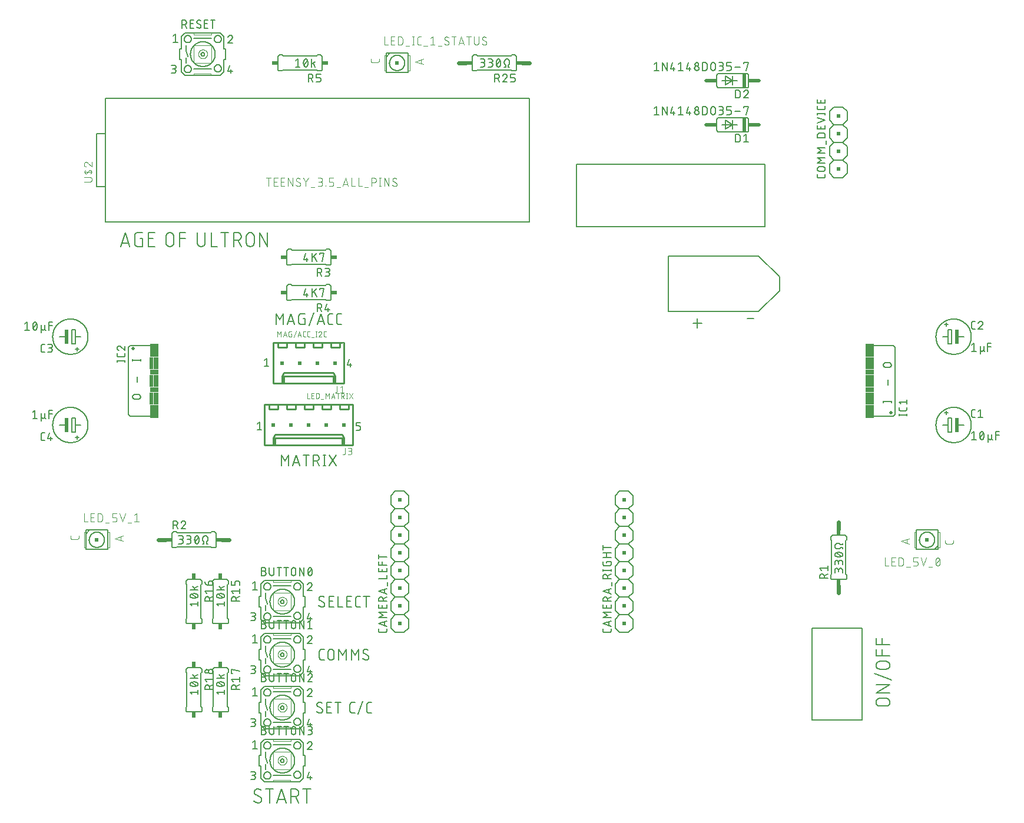
<source format=gbr>
G04 EAGLE Gerber RS-274X export*
G75*
%MOMM*%
%FSLAX34Y34*%
%LPD*%
%INSilkscreen Top*%
%IPPOS*%
%AMOC8*
5,1,8,0,0,1.08239X$1,22.5*%
G01*
%ADD10C,0.177800*%
%ADD11C,0.127000*%
%ADD12C,0.152400*%
%ADD13R,0.508000X2.032000*%
%ADD14C,0.508000*%
%ADD15R,1.270000X1.905000*%
%ADD16R,0.762000X1.778000*%
%ADD17R,1.270000X0.762000*%
%ADD18R,0.508000X1.778000*%
%ADD19C,0.254000*%
%ADD20R,0.508000X0.508000*%
%ADD21C,0.101600*%
%ADD22C,0.076200*%
%ADD23C,0.203200*%
%ADD24R,0.500000X0.500000*%
%ADD25C,0.609600*%
%ADD26R,0.863600X0.609600*%
%ADD27R,0.609600X0.863600*%
%ADD28C,0.050800*%
%ADD29C,0.508000*%
%ADD30R,0.635000X0.508000*%


D10*
X260011Y82860D02*
X273389Y82860D01*
X266700Y76172D02*
X266700Y89549D01*
X338441Y89337D02*
X347359Y89337D01*
X528941Y-467757D02*
X537859Y-467757D01*
X528941Y-467757D02*
X528793Y-467755D01*
X528644Y-467749D01*
X528496Y-467739D01*
X528349Y-467725D01*
X528201Y-467708D01*
X528054Y-467686D01*
X527908Y-467660D01*
X527763Y-467631D01*
X527618Y-467598D01*
X527474Y-467561D01*
X527332Y-467520D01*
X527190Y-467475D01*
X527050Y-467426D01*
X526911Y-467374D01*
X526774Y-467318D01*
X526638Y-467259D01*
X526503Y-467196D01*
X526371Y-467129D01*
X526240Y-467059D01*
X526111Y-466985D01*
X525984Y-466908D01*
X525860Y-466828D01*
X525737Y-466744D01*
X525617Y-466657D01*
X525499Y-466567D01*
X525383Y-466474D01*
X525270Y-466378D01*
X525160Y-466279D01*
X525052Y-466177D01*
X524947Y-466072D01*
X524845Y-465964D01*
X524746Y-465854D01*
X524650Y-465741D01*
X524557Y-465625D01*
X524467Y-465507D01*
X524380Y-465387D01*
X524296Y-465264D01*
X524216Y-465140D01*
X524139Y-465013D01*
X524065Y-464884D01*
X523995Y-464753D01*
X523928Y-464621D01*
X523865Y-464486D01*
X523806Y-464350D01*
X523750Y-464213D01*
X523698Y-464074D01*
X523649Y-463934D01*
X523604Y-463792D01*
X523563Y-463650D01*
X523526Y-463506D01*
X523493Y-463361D01*
X523464Y-463216D01*
X523438Y-463070D01*
X523416Y-462923D01*
X523399Y-462775D01*
X523385Y-462628D01*
X523375Y-462480D01*
X523369Y-462331D01*
X523367Y-462183D01*
X523369Y-462035D01*
X523375Y-461886D01*
X523385Y-461738D01*
X523399Y-461591D01*
X523416Y-461443D01*
X523438Y-461296D01*
X523464Y-461150D01*
X523493Y-461005D01*
X523526Y-460860D01*
X523563Y-460716D01*
X523604Y-460574D01*
X523649Y-460432D01*
X523698Y-460292D01*
X523750Y-460153D01*
X523806Y-460016D01*
X523865Y-459880D01*
X523928Y-459745D01*
X523995Y-459613D01*
X524065Y-459482D01*
X524139Y-459353D01*
X524216Y-459226D01*
X524296Y-459102D01*
X524380Y-458979D01*
X524467Y-458859D01*
X524557Y-458741D01*
X524650Y-458625D01*
X524746Y-458512D01*
X524845Y-458402D01*
X524947Y-458294D01*
X525052Y-458189D01*
X525160Y-458087D01*
X525270Y-457988D01*
X525383Y-457892D01*
X525499Y-457799D01*
X525617Y-457709D01*
X525737Y-457622D01*
X525860Y-457538D01*
X525984Y-457458D01*
X526111Y-457381D01*
X526240Y-457307D01*
X526371Y-457237D01*
X526503Y-457170D01*
X526638Y-457107D01*
X526774Y-457048D01*
X526911Y-456992D01*
X527050Y-456940D01*
X527190Y-456891D01*
X527332Y-456846D01*
X527474Y-456805D01*
X527618Y-456768D01*
X527763Y-456735D01*
X527908Y-456706D01*
X528054Y-456680D01*
X528201Y-456658D01*
X528349Y-456641D01*
X528496Y-456627D01*
X528644Y-456617D01*
X528793Y-456611D01*
X528941Y-456609D01*
X537859Y-456609D01*
X538007Y-456611D01*
X538156Y-456617D01*
X538304Y-456627D01*
X538451Y-456641D01*
X538599Y-456658D01*
X538746Y-456680D01*
X538892Y-456706D01*
X539037Y-456735D01*
X539182Y-456768D01*
X539326Y-456805D01*
X539468Y-456846D01*
X539610Y-456891D01*
X539750Y-456940D01*
X539889Y-456992D01*
X540026Y-457048D01*
X540162Y-457107D01*
X540297Y-457170D01*
X540429Y-457237D01*
X540560Y-457307D01*
X540689Y-457381D01*
X540816Y-457458D01*
X540940Y-457538D01*
X541063Y-457622D01*
X541183Y-457709D01*
X541301Y-457799D01*
X541417Y-457892D01*
X541530Y-457988D01*
X541640Y-458087D01*
X541748Y-458189D01*
X541853Y-458294D01*
X541955Y-458402D01*
X542054Y-458512D01*
X542150Y-458625D01*
X542243Y-458741D01*
X542333Y-458859D01*
X542420Y-458979D01*
X542504Y-459102D01*
X542584Y-459226D01*
X542661Y-459353D01*
X542735Y-459482D01*
X542805Y-459613D01*
X542872Y-459745D01*
X542935Y-459880D01*
X542994Y-460016D01*
X543050Y-460153D01*
X543102Y-460292D01*
X543151Y-460432D01*
X543196Y-460574D01*
X543237Y-460716D01*
X543274Y-460860D01*
X543307Y-461005D01*
X543336Y-461150D01*
X543362Y-461296D01*
X543384Y-461443D01*
X543401Y-461591D01*
X543415Y-461738D01*
X543425Y-461886D01*
X543431Y-462035D01*
X543433Y-462183D01*
X543431Y-462331D01*
X543425Y-462480D01*
X543415Y-462628D01*
X543401Y-462775D01*
X543384Y-462923D01*
X543362Y-463070D01*
X543336Y-463216D01*
X543307Y-463361D01*
X543274Y-463506D01*
X543237Y-463650D01*
X543196Y-463792D01*
X543151Y-463934D01*
X543102Y-464074D01*
X543050Y-464213D01*
X542994Y-464350D01*
X542935Y-464486D01*
X542872Y-464621D01*
X542805Y-464753D01*
X542735Y-464884D01*
X542661Y-465013D01*
X542584Y-465140D01*
X542504Y-465264D01*
X542420Y-465387D01*
X542333Y-465507D01*
X542243Y-465625D01*
X542150Y-465741D01*
X542054Y-465854D01*
X541955Y-465964D01*
X541853Y-466072D01*
X541748Y-466177D01*
X541640Y-466279D01*
X541530Y-466378D01*
X541417Y-466474D01*
X541301Y-466567D01*
X541183Y-466657D01*
X541063Y-466744D01*
X540940Y-466828D01*
X540816Y-466908D01*
X540689Y-466985D01*
X540560Y-467059D01*
X540429Y-467129D01*
X540297Y-467196D01*
X540162Y-467259D01*
X540026Y-467318D01*
X539889Y-467374D01*
X539750Y-467426D01*
X539610Y-467475D01*
X539468Y-467520D01*
X539326Y-467561D01*
X539182Y-467598D01*
X539037Y-467631D01*
X538892Y-467660D01*
X538746Y-467686D01*
X538599Y-467708D01*
X538451Y-467725D01*
X538304Y-467739D01*
X538156Y-467749D01*
X538007Y-467755D01*
X537859Y-467757D01*
X543433Y-448600D02*
X523367Y-448600D01*
X543433Y-437452D01*
X523367Y-437452D01*
X521137Y-421265D02*
X545663Y-430183D01*
X537859Y-414613D02*
X528941Y-414613D01*
X528793Y-414611D01*
X528644Y-414605D01*
X528496Y-414595D01*
X528349Y-414581D01*
X528201Y-414564D01*
X528054Y-414542D01*
X527908Y-414516D01*
X527763Y-414487D01*
X527618Y-414454D01*
X527474Y-414417D01*
X527332Y-414376D01*
X527190Y-414331D01*
X527050Y-414282D01*
X526911Y-414230D01*
X526774Y-414174D01*
X526638Y-414115D01*
X526503Y-414052D01*
X526371Y-413985D01*
X526240Y-413915D01*
X526111Y-413841D01*
X525984Y-413764D01*
X525860Y-413684D01*
X525737Y-413600D01*
X525617Y-413513D01*
X525499Y-413423D01*
X525383Y-413330D01*
X525270Y-413234D01*
X525160Y-413135D01*
X525052Y-413033D01*
X524947Y-412928D01*
X524845Y-412820D01*
X524746Y-412710D01*
X524650Y-412597D01*
X524557Y-412481D01*
X524467Y-412363D01*
X524380Y-412243D01*
X524296Y-412120D01*
X524216Y-411996D01*
X524139Y-411869D01*
X524065Y-411740D01*
X523995Y-411609D01*
X523928Y-411477D01*
X523865Y-411342D01*
X523806Y-411206D01*
X523750Y-411069D01*
X523698Y-410930D01*
X523649Y-410790D01*
X523604Y-410648D01*
X523563Y-410506D01*
X523526Y-410362D01*
X523493Y-410217D01*
X523464Y-410072D01*
X523438Y-409926D01*
X523416Y-409779D01*
X523399Y-409631D01*
X523385Y-409484D01*
X523375Y-409336D01*
X523369Y-409187D01*
X523367Y-409039D01*
X523369Y-408891D01*
X523375Y-408742D01*
X523385Y-408594D01*
X523399Y-408447D01*
X523416Y-408299D01*
X523438Y-408152D01*
X523464Y-408006D01*
X523493Y-407861D01*
X523526Y-407716D01*
X523563Y-407572D01*
X523604Y-407430D01*
X523649Y-407288D01*
X523698Y-407148D01*
X523750Y-407009D01*
X523806Y-406872D01*
X523865Y-406736D01*
X523928Y-406601D01*
X523995Y-406469D01*
X524065Y-406338D01*
X524139Y-406209D01*
X524216Y-406082D01*
X524296Y-405958D01*
X524380Y-405835D01*
X524467Y-405715D01*
X524557Y-405597D01*
X524650Y-405481D01*
X524746Y-405368D01*
X524845Y-405258D01*
X524947Y-405150D01*
X525052Y-405045D01*
X525160Y-404943D01*
X525270Y-404844D01*
X525383Y-404748D01*
X525499Y-404655D01*
X525617Y-404565D01*
X525737Y-404478D01*
X525860Y-404394D01*
X525984Y-404314D01*
X526111Y-404237D01*
X526240Y-404163D01*
X526371Y-404093D01*
X526503Y-404026D01*
X526638Y-403963D01*
X526774Y-403904D01*
X526911Y-403848D01*
X527050Y-403796D01*
X527190Y-403747D01*
X527332Y-403702D01*
X527474Y-403661D01*
X527618Y-403624D01*
X527763Y-403591D01*
X527908Y-403562D01*
X528054Y-403536D01*
X528201Y-403514D01*
X528349Y-403497D01*
X528496Y-403483D01*
X528644Y-403473D01*
X528793Y-403467D01*
X528941Y-403465D01*
X528941Y-403466D02*
X537859Y-403466D01*
X537859Y-403465D02*
X538007Y-403467D01*
X538156Y-403473D01*
X538304Y-403483D01*
X538451Y-403497D01*
X538599Y-403514D01*
X538746Y-403536D01*
X538892Y-403562D01*
X539037Y-403591D01*
X539182Y-403624D01*
X539326Y-403661D01*
X539468Y-403702D01*
X539610Y-403747D01*
X539750Y-403796D01*
X539889Y-403848D01*
X540026Y-403904D01*
X540162Y-403963D01*
X540297Y-404026D01*
X540429Y-404093D01*
X540560Y-404163D01*
X540689Y-404237D01*
X540816Y-404314D01*
X540940Y-404394D01*
X541063Y-404478D01*
X541183Y-404565D01*
X541301Y-404655D01*
X541417Y-404748D01*
X541530Y-404844D01*
X541640Y-404943D01*
X541748Y-405045D01*
X541853Y-405150D01*
X541955Y-405258D01*
X542054Y-405368D01*
X542150Y-405481D01*
X542243Y-405597D01*
X542333Y-405715D01*
X542420Y-405835D01*
X542504Y-405958D01*
X542584Y-406082D01*
X542661Y-406209D01*
X542735Y-406338D01*
X542805Y-406469D01*
X542872Y-406601D01*
X542935Y-406736D01*
X542994Y-406872D01*
X543050Y-407009D01*
X543102Y-407148D01*
X543151Y-407288D01*
X543196Y-407430D01*
X543237Y-407572D01*
X543274Y-407716D01*
X543307Y-407861D01*
X543336Y-408006D01*
X543362Y-408152D01*
X543384Y-408299D01*
X543401Y-408447D01*
X543415Y-408594D01*
X543425Y-408742D01*
X543431Y-408891D01*
X543433Y-409039D01*
X543431Y-409187D01*
X543425Y-409336D01*
X543415Y-409484D01*
X543401Y-409631D01*
X543384Y-409779D01*
X543362Y-409926D01*
X543336Y-410072D01*
X543307Y-410217D01*
X543274Y-410362D01*
X543237Y-410506D01*
X543196Y-410648D01*
X543151Y-410790D01*
X543102Y-410930D01*
X543050Y-411069D01*
X542994Y-411206D01*
X542935Y-411342D01*
X542872Y-411477D01*
X542805Y-411609D01*
X542735Y-411740D01*
X542661Y-411869D01*
X542584Y-411996D01*
X542504Y-412120D01*
X542420Y-412243D01*
X542333Y-412363D01*
X542243Y-412481D01*
X542150Y-412597D01*
X542054Y-412710D01*
X541955Y-412820D01*
X541853Y-412928D01*
X541748Y-413033D01*
X541640Y-413135D01*
X541530Y-413234D01*
X541417Y-413330D01*
X541301Y-413423D01*
X541183Y-413513D01*
X541063Y-413600D01*
X540940Y-413684D01*
X540816Y-413764D01*
X540689Y-413841D01*
X540560Y-413915D01*
X540429Y-413985D01*
X540297Y-414052D01*
X540162Y-414115D01*
X540026Y-414174D01*
X539889Y-414230D01*
X539750Y-414282D01*
X539610Y-414331D01*
X539468Y-414376D01*
X539326Y-414417D01*
X539182Y-414454D01*
X539037Y-414487D01*
X538892Y-414516D01*
X538746Y-414542D01*
X538599Y-414564D01*
X538451Y-414581D01*
X538304Y-414595D01*
X538156Y-414605D01*
X538007Y-414611D01*
X537859Y-414613D01*
X543433Y-395428D02*
X523367Y-395428D01*
X523367Y-386510D01*
X532285Y-386510D02*
X532285Y-395428D01*
X523367Y-379362D02*
X543433Y-379362D01*
X523367Y-379362D02*
X523367Y-370444D01*
X532285Y-370444D02*
X532285Y-379362D01*
X-359849Y-602474D02*
X-359851Y-602606D01*
X-359857Y-602738D01*
X-359867Y-602870D01*
X-359880Y-603001D01*
X-359898Y-603132D01*
X-359919Y-603263D01*
X-359945Y-603392D01*
X-359974Y-603521D01*
X-360007Y-603649D01*
X-360043Y-603776D01*
X-360084Y-603902D01*
X-360128Y-604027D01*
X-360176Y-604150D01*
X-360227Y-604272D01*
X-360282Y-604392D01*
X-360341Y-604510D01*
X-360403Y-604627D01*
X-360469Y-604742D01*
X-360537Y-604854D01*
X-360610Y-604965D01*
X-360685Y-605074D01*
X-360764Y-605180D01*
X-360845Y-605284D01*
X-360930Y-605385D01*
X-361018Y-605484D01*
X-361109Y-605580D01*
X-361202Y-605673D01*
X-361298Y-605764D01*
X-361397Y-605852D01*
X-361498Y-605937D01*
X-361602Y-606018D01*
X-361709Y-606097D01*
X-361817Y-606172D01*
X-361928Y-606245D01*
X-362040Y-606313D01*
X-362155Y-606379D01*
X-362272Y-606441D01*
X-362390Y-606500D01*
X-362510Y-606555D01*
X-362632Y-606606D01*
X-362755Y-606654D01*
X-362880Y-606698D01*
X-363006Y-606739D01*
X-363133Y-606775D01*
X-363261Y-606808D01*
X-363390Y-606837D01*
X-363519Y-606863D01*
X-363650Y-606884D01*
X-363781Y-606902D01*
X-363912Y-606915D01*
X-364044Y-606925D01*
X-364176Y-606931D01*
X-364308Y-606933D01*
X-364533Y-606930D01*
X-364759Y-606922D01*
X-364984Y-606909D01*
X-365208Y-606890D01*
X-365432Y-606866D01*
X-365656Y-606836D01*
X-365878Y-606801D01*
X-366100Y-606761D01*
X-366321Y-606715D01*
X-366540Y-606665D01*
X-366759Y-606609D01*
X-366976Y-606547D01*
X-367191Y-606481D01*
X-367405Y-606409D01*
X-367617Y-606333D01*
X-367827Y-606251D01*
X-368035Y-606164D01*
X-368241Y-606073D01*
X-368444Y-605976D01*
X-368646Y-605875D01*
X-368845Y-605769D01*
X-369041Y-605658D01*
X-369234Y-605542D01*
X-369425Y-605422D01*
X-369613Y-605297D01*
X-369797Y-605168D01*
X-369979Y-605035D01*
X-370157Y-604897D01*
X-370332Y-604755D01*
X-370504Y-604609D01*
X-370672Y-604458D01*
X-370836Y-604304D01*
X-370997Y-604146D01*
X-370439Y-591326D02*
X-370437Y-591194D01*
X-370431Y-591062D01*
X-370421Y-590930D01*
X-370408Y-590799D01*
X-370390Y-590668D01*
X-370369Y-590537D01*
X-370343Y-590408D01*
X-370314Y-590279D01*
X-370281Y-590151D01*
X-370245Y-590024D01*
X-370204Y-589898D01*
X-370160Y-589773D01*
X-370112Y-589650D01*
X-370061Y-589528D01*
X-370006Y-589408D01*
X-369947Y-589290D01*
X-369885Y-589173D01*
X-369819Y-589058D01*
X-369751Y-588946D01*
X-369678Y-588835D01*
X-369603Y-588726D01*
X-369524Y-588620D01*
X-369443Y-588516D01*
X-369358Y-588415D01*
X-369270Y-588316D01*
X-369179Y-588220D01*
X-369086Y-588127D01*
X-368990Y-588036D01*
X-368891Y-587948D01*
X-368790Y-587863D01*
X-368686Y-587782D01*
X-368580Y-587703D01*
X-368471Y-587628D01*
X-368360Y-587555D01*
X-368248Y-587487D01*
X-368133Y-587421D01*
X-368016Y-587359D01*
X-367898Y-587300D01*
X-367778Y-587245D01*
X-367656Y-587194D01*
X-367533Y-587146D01*
X-367408Y-587102D01*
X-367282Y-587061D01*
X-367155Y-587025D01*
X-367027Y-586992D01*
X-366898Y-586963D01*
X-366769Y-586937D01*
X-366638Y-586916D01*
X-366507Y-586898D01*
X-366376Y-586885D01*
X-366244Y-586875D01*
X-366112Y-586869D01*
X-365980Y-586867D01*
X-365781Y-586869D01*
X-365582Y-586876D01*
X-365383Y-586888D01*
X-365184Y-586905D01*
X-364986Y-586926D01*
X-364788Y-586952D01*
X-364592Y-586983D01*
X-364395Y-587019D01*
X-364200Y-587059D01*
X-364006Y-587103D01*
X-363813Y-587153D01*
X-363621Y-587207D01*
X-363431Y-587265D01*
X-363242Y-587328D01*
X-363054Y-587396D01*
X-362868Y-587468D01*
X-362684Y-587544D01*
X-362502Y-587625D01*
X-362322Y-587710D01*
X-362144Y-587799D01*
X-361968Y-587893D01*
X-361794Y-587990D01*
X-361623Y-588092D01*
X-361454Y-588198D01*
X-361288Y-588308D01*
X-361124Y-588422D01*
X-360963Y-588539D01*
X-368210Y-595228D02*
X-368322Y-595160D01*
X-368431Y-595089D01*
X-368539Y-595015D01*
X-368644Y-594937D01*
X-368747Y-594857D01*
X-368848Y-594774D01*
X-368946Y-594688D01*
X-369042Y-594599D01*
X-369135Y-594507D01*
X-369225Y-594413D01*
X-369313Y-594316D01*
X-369398Y-594217D01*
X-369480Y-594115D01*
X-369558Y-594011D01*
X-369634Y-593904D01*
X-369707Y-593796D01*
X-369777Y-593685D01*
X-369843Y-593573D01*
X-369906Y-593459D01*
X-369966Y-593343D01*
X-370023Y-593225D01*
X-370076Y-593105D01*
X-370125Y-592985D01*
X-370171Y-592862D01*
X-370214Y-592739D01*
X-370253Y-592614D01*
X-370288Y-592488D01*
X-370320Y-592362D01*
X-370348Y-592234D01*
X-370372Y-592106D01*
X-370393Y-591977D01*
X-370410Y-591847D01*
X-370423Y-591717D01*
X-370432Y-591587D01*
X-370438Y-591457D01*
X-370440Y-591326D01*
X-362079Y-598572D02*
X-361967Y-598640D01*
X-361858Y-598711D01*
X-361750Y-598785D01*
X-361645Y-598863D01*
X-361542Y-598943D01*
X-361441Y-599026D01*
X-361343Y-599112D01*
X-361247Y-599201D01*
X-361154Y-599293D01*
X-361064Y-599387D01*
X-360976Y-599484D01*
X-360891Y-599583D01*
X-360809Y-599685D01*
X-360731Y-599789D01*
X-360655Y-599896D01*
X-360582Y-600004D01*
X-360512Y-600115D01*
X-360446Y-600227D01*
X-360383Y-600341D01*
X-360323Y-600457D01*
X-360266Y-600575D01*
X-360213Y-600695D01*
X-360164Y-600815D01*
X-360118Y-600938D01*
X-360075Y-601061D01*
X-360036Y-601186D01*
X-360001Y-601312D01*
X-359969Y-601438D01*
X-359941Y-601566D01*
X-359917Y-601694D01*
X-359896Y-601823D01*
X-359879Y-601953D01*
X-359866Y-602083D01*
X-359857Y-602213D01*
X-359851Y-602343D01*
X-359849Y-602474D01*
X-362078Y-598572D02*
X-368210Y-595228D01*
X-348738Y-586867D02*
X-348738Y-606933D01*
X-354312Y-586867D02*
X-343164Y-586867D01*
X-331436Y-586867D02*
X-338125Y-606933D01*
X-324747Y-606933D02*
X-331436Y-586867D01*
X-336452Y-601917D02*
X-326419Y-601917D01*
X-317772Y-606933D02*
X-317772Y-586867D01*
X-312199Y-586867D01*
X-312051Y-586869D01*
X-311902Y-586875D01*
X-311754Y-586885D01*
X-311607Y-586899D01*
X-311459Y-586916D01*
X-311312Y-586938D01*
X-311166Y-586964D01*
X-311021Y-586993D01*
X-310876Y-587026D01*
X-310732Y-587063D01*
X-310590Y-587104D01*
X-310448Y-587149D01*
X-310308Y-587198D01*
X-310169Y-587250D01*
X-310032Y-587306D01*
X-309896Y-587365D01*
X-309761Y-587428D01*
X-309629Y-587495D01*
X-309498Y-587565D01*
X-309369Y-587639D01*
X-309242Y-587716D01*
X-309118Y-587796D01*
X-308995Y-587880D01*
X-308875Y-587967D01*
X-308757Y-588057D01*
X-308641Y-588150D01*
X-308528Y-588246D01*
X-308418Y-588345D01*
X-308310Y-588447D01*
X-308205Y-588552D01*
X-308103Y-588660D01*
X-308004Y-588770D01*
X-307908Y-588883D01*
X-307815Y-588999D01*
X-307725Y-589117D01*
X-307638Y-589237D01*
X-307554Y-589360D01*
X-307474Y-589484D01*
X-307397Y-589611D01*
X-307323Y-589740D01*
X-307253Y-589871D01*
X-307186Y-590003D01*
X-307123Y-590138D01*
X-307064Y-590274D01*
X-307008Y-590411D01*
X-306956Y-590550D01*
X-306907Y-590690D01*
X-306862Y-590832D01*
X-306821Y-590974D01*
X-306784Y-591118D01*
X-306751Y-591263D01*
X-306722Y-591408D01*
X-306696Y-591554D01*
X-306674Y-591701D01*
X-306657Y-591849D01*
X-306643Y-591996D01*
X-306633Y-592144D01*
X-306627Y-592293D01*
X-306625Y-592441D01*
X-306627Y-592589D01*
X-306633Y-592738D01*
X-306643Y-592886D01*
X-306657Y-593033D01*
X-306674Y-593181D01*
X-306696Y-593328D01*
X-306722Y-593474D01*
X-306751Y-593619D01*
X-306784Y-593764D01*
X-306821Y-593908D01*
X-306862Y-594050D01*
X-306907Y-594192D01*
X-306956Y-594332D01*
X-307008Y-594471D01*
X-307064Y-594608D01*
X-307123Y-594744D01*
X-307186Y-594879D01*
X-307253Y-595011D01*
X-307323Y-595142D01*
X-307397Y-595271D01*
X-307474Y-595398D01*
X-307554Y-595522D01*
X-307638Y-595645D01*
X-307725Y-595765D01*
X-307815Y-595883D01*
X-307908Y-595999D01*
X-308004Y-596112D01*
X-308103Y-596222D01*
X-308205Y-596330D01*
X-308310Y-596435D01*
X-308418Y-596537D01*
X-308528Y-596636D01*
X-308641Y-596732D01*
X-308757Y-596825D01*
X-308875Y-596915D01*
X-308995Y-597002D01*
X-309118Y-597086D01*
X-309242Y-597166D01*
X-309369Y-597243D01*
X-309498Y-597317D01*
X-309629Y-597387D01*
X-309761Y-597454D01*
X-309896Y-597517D01*
X-310032Y-597576D01*
X-310169Y-597632D01*
X-310308Y-597684D01*
X-310448Y-597733D01*
X-310590Y-597778D01*
X-310732Y-597819D01*
X-310876Y-597856D01*
X-311021Y-597889D01*
X-311166Y-597918D01*
X-311312Y-597944D01*
X-311459Y-597966D01*
X-311607Y-597983D01*
X-311754Y-597997D01*
X-311902Y-598007D01*
X-312051Y-598013D01*
X-312199Y-598015D01*
X-317772Y-598015D01*
X-311084Y-598015D02*
X-306625Y-606933D01*
X-294977Y-606933D02*
X-294977Y-586867D01*
X-300551Y-586867D02*
X-289403Y-586867D01*
D11*
X-275733Y-477647D02*
X-275618Y-477645D01*
X-275503Y-477639D01*
X-275388Y-477630D01*
X-275274Y-477616D01*
X-275160Y-477599D01*
X-275047Y-477578D01*
X-274935Y-477553D01*
X-274823Y-477525D01*
X-274713Y-477492D01*
X-274604Y-477457D01*
X-274496Y-477417D01*
X-274389Y-477374D01*
X-274284Y-477327D01*
X-274180Y-477277D01*
X-274078Y-477223D01*
X-273978Y-477166D01*
X-273880Y-477106D01*
X-273784Y-477043D01*
X-273691Y-476976D01*
X-273599Y-476906D01*
X-273510Y-476833D01*
X-273424Y-476758D01*
X-273339Y-476679D01*
X-273258Y-476598D01*
X-273180Y-476514D01*
X-273104Y-476427D01*
X-273031Y-476338D01*
X-272961Y-476246D01*
X-272894Y-476153D01*
X-272831Y-476057D01*
X-272771Y-475959D01*
X-272714Y-475859D01*
X-272660Y-475757D01*
X-272610Y-475653D01*
X-272563Y-475548D01*
X-272520Y-475441D01*
X-272481Y-475333D01*
X-272445Y-475224D01*
X-272412Y-475114D01*
X-272384Y-475002D01*
X-272359Y-474890D01*
X-272338Y-474777D01*
X-272321Y-474663D01*
X-272307Y-474549D01*
X-272298Y-474434D01*
X-272292Y-474319D01*
X-272290Y-474204D01*
X-275733Y-477647D02*
X-275907Y-477645D01*
X-276081Y-477639D01*
X-276255Y-477628D01*
X-276428Y-477614D01*
X-276601Y-477595D01*
X-276774Y-477572D01*
X-276946Y-477545D01*
X-277117Y-477514D01*
X-277287Y-477479D01*
X-277457Y-477440D01*
X-277625Y-477397D01*
X-277793Y-477349D01*
X-277959Y-477298D01*
X-278124Y-477243D01*
X-278288Y-477184D01*
X-278450Y-477120D01*
X-278611Y-477054D01*
X-278770Y-476983D01*
X-278927Y-476908D01*
X-279083Y-476830D01*
X-279236Y-476748D01*
X-279388Y-476662D01*
X-279537Y-476573D01*
X-279684Y-476480D01*
X-279829Y-476384D01*
X-279972Y-476284D01*
X-280112Y-476181D01*
X-280250Y-476075D01*
X-280385Y-475965D01*
X-280517Y-475852D01*
X-280647Y-475736D01*
X-280774Y-475617D01*
X-280898Y-475495D01*
X-280467Y-465596D02*
X-280465Y-465481D01*
X-280459Y-465366D01*
X-280450Y-465251D01*
X-280436Y-465137D01*
X-280419Y-465023D01*
X-280398Y-464910D01*
X-280373Y-464798D01*
X-280345Y-464686D01*
X-280312Y-464576D01*
X-280276Y-464467D01*
X-280237Y-464359D01*
X-280194Y-464252D01*
X-280147Y-464147D01*
X-280097Y-464043D01*
X-280043Y-463941D01*
X-279986Y-463841D01*
X-279926Y-463743D01*
X-279863Y-463647D01*
X-279796Y-463554D01*
X-279726Y-463462D01*
X-279653Y-463373D01*
X-279578Y-463286D01*
X-279499Y-463202D01*
X-279418Y-463121D01*
X-279334Y-463042D01*
X-279247Y-462967D01*
X-279158Y-462894D01*
X-279066Y-462824D01*
X-278973Y-462757D01*
X-278877Y-462694D01*
X-278779Y-462634D01*
X-278679Y-462577D01*
X-278577Y-462523D01*
X-278473Y-462473D01*
X-278368Y-462426D01*
X-278261Y-462383D01*
X-278153Y-462344D01*
X-278044Y-462308D01*
X-277934Y-462275D01*
X-277822Y-462247D01*
X-277710Y-462222D01*
X-277597Y-462201D01*
X-277483Y-462184D01*
X-277369Y-462170D01*
X-277254Y-462161D01*
X-277139Y-462155D01*
X-277024Y-462153D01*
X-276864Y-462155D01*
X-276705Y-462161D01*
X-276545Y-462171D01*
X-276386Y-462185D01*
X-276227Y-462202D01*
X-276069Y-462224D01*
X-275911Y-462250D01*
X-275754Y-462279D01*
X-275598Y-462313D01*
X-275442Y-462350D01*
X-275288Y-462391D01*
X-275135Y-462436D01*
X-274982Y-462484D01*
X-274831Y-462537D01*
X-274682Y-462593D01*
X-274534Y-462653D01*
X-274387Y-462716D01*
X-274242Y-462783D01*
X-274099Y-462854D01*
X-273957Y-462928D01*
X-273817Y-463006D01*
X-273680Y-463087D01*
X-273544Y-463171D01*
X-273411Y-463259D01*
X-273279Y-463350D01*
X-273150Y-463444D01*
X-278746Y-468609D02*
X-278846Y-468548D01*
X-278944Y-468483D01*
X-279040Y-468416D01*
X-279133Y-468345D01*
X-279224Y-468271D01*
X-279312Y-468194D01*
X-279398Y-468114D01*
X-279481Y-468031D01*
X-279561Y-467946D01*
X-279638Y-467858D01*
X-279712Y-467767D01*
X-279783Y-467674D01*
X-279851Y-467579D01*
X-279916Y-467481D01*
X-279978Y-467382D01*
X-280036Y-467280D01*
X-280091Y-467176D01*
X-280142Y-467071D01*
X-280189Y-466964D01*
X-280233Y-466855D01*
X-280274Y-466745D01*
X-280310Y-466634D01*
X-280343Y-466522D01*
X-280372Y-466408D01*
X-280398Y-466294D01*
X-280419Y-466179D01*
X-280437Y-466063D01*
X-280450Y-465947D01*
X-280460Y-465830D01*
X-280466Y-465713D01*
X-280468Y-465596D01*
X-274012Y-471191D02*
X-273912Y-471252D01*
X-273814Y-471317D01*
X-273718Y-471385D01*
X-273625Y-471455D01*
X-273534Y-471529D01*
X-273446Y-471606D01*
X-273360Y-471686D01*
X-273277Y-471769D01*
X-273197Y-471854D01*
X-273120Y-471942D01*
X-273046Y-472033D01*
X-272974Y-472126D01*
X-272906Y-472221D01*
X-272842Y-472319D01*
X-272780Y-472418D01*
X-272722Y-472520D01*
X-272667Y-472624D01*
X-272616Y-472729D01*
X-272569Y-472836D01*
X-272525Y-472945D01*
X-272484Y-473055D01*
X-272448Y-473166D01*
X-272415Y-473278D01*
X-272386Y-473392D01*
X-272360Y-473506D01*
X-272339Y-473621D01*
X-272321Y-473737D01*
X-272308Y-473853D01*
X-272298Y-473970D01*
X-272292Y-474087D01*
X-272290Y-474204D01*
X-274012Y-471191D02*
X-278746Y-468609D01*
X-266005Y-477647D02*
X-259119Y-477647D01*
X-266005Y-477647D02*
X-266005Y-462153D01*
X-259119Y-462153D01*
X-260840Y-469039D02*
X-266005Y-469039D01*
X-250331Y-462153D02*
X-250331Y-477647D01*
X-254635Y-462153D02*
X-246027Y-462153D01*
X-229426Y-477647D02*
X-225983Y-477647D01*
X-229426Y-477647D02*
X-229541Y-477645D01*
X-229656Y-477639D01*
X-229771Y-477630D01*
X-229885Y-477616D01*
X-229999Y-477599D01*
X-230112Y-477578D01*
X-230224Y-477553D01*
X-230336Y-477525D01*
X-230446Y-477492D01*
X-230555Y-477456D01*
X-230663Y-477417D01*
X-230770Y-477374D01*
X-230875Y-477327D01*
X-230979Y-477277D01*
X-231081Y-477223D01*
X-231181Y-477166D01*
X-231279Y-477106D01*
X-231375Y-477043D01*
X-231468Y-476976D01*
X-231560Y-476906D01*
X-231649Y-476833D01*
X-231736Y-476758D01*
X-231820Y-476679D01*
X-231901Y-476598D01*
X-231980Y-476514D01*
X-232055Y-476427D01*
X-232128Y-476338D01*
X-232198Y-476246D01*
X-232265Y-476153D01*
X-232328Y-476057D01*
X-232388Y-475959D01*
X-232445Y-475859D01*
X-232499Y-475757D01*
X-232549Y-475653D01*
X-232596Y-475548D01*
X-232639Y-475441D01*
X-232678Y-475333D01*
X-232714Y-475224D01*
X-232747Y-475114D01*
X-232775Y-475002D01*
X-232800Y-474890D01*
X-232821Y-474777D01*
X-232838Y-474663D01*
X-232852Y-474549D01*
X-232861Y-474434D01*
X-232867Y-474319D01*
X-232869Y-474204D01*
X-232869Y-465596D01*
X-232867Y-465481D01*
X-232861Y-465366D01*
X-232852Y-465251D01*
X-232838Y-465137D01*
X-232821Y-465023D01*
X-232800Y-464910D01*
X-232775Y-464798D01*
X-232747Y-464686D01*
X-232714Y-464576D01*
X-232679Y-464467D01*
X-232639Y-464359D01*
X-232596Y-464252D01*
X-232549Y-464147D01*
X-232499Y-464043D01*
X-232445Y-463941D01*
X-232388Y-463841D01*
X-232328Y-463743D01*
X-232265Y-463647D01*
X-232198Y-463554D01*
X-232128Y-463462D01*
X-232055Y-463373D01*
X-231980Y-463287D01*
X-231901Y-463202D01*
X-231820Y-463121D01*
X-231736Y-463043D01*
X-231649Y-462967D01*
X-231560Y-462894D01*
X-231468Y-462824D01*
X-231375Y-462757D01*
X-231279Y-462694D01*
X-231181Y-462634D01*
X-231081Y-462577D01*
X-230979Y-462523D01*
X-230875Y-462473D01*
X-230770Y-462426D01*
X-230663Y-462383D01*
X-230555Y-462344D01*
X-230446Y-462308D01*
X-230336Y-462275D01*
X-230224Y-462247D01*
X-230112Y-462222D01*
X-229999Y-462201D01*
X-229885Y-462184D01*
X-229771Y-462170D01*
X-229656Y-462161D01*
X-229541Y-462155D01*
X-229426Y-462153D01*
X-225983Y-462153D01*
X-214183Y-460431D02*
X-221069Y-479369D01*
X-205145Y-477647D02*
X-201702Y-477647D01*
X-205145Y-477647D02*
X-205260Y-477645D01*
X-205375Y-477639D01*
X-205490Y-477630D01*
X-205604Y-477616D01*
X-205718Y-477599D01*
X-205831Y-477578D01*
X-205943Y-477553D01*
X-206055Y-477525D01*
X-206165Y-477492D01*
X-206274Y-477456D01*
X-206382Y-477417D01*
X-206489Y-477374D01*
X-206594Y-477327D01*
X-206698Y-477277D01*
X-206800Y-477223D01*
X-206900Y-477166D01*
X-206998Y-477106D01*
X-207094Y-477043D01*
X-207187Y-476976D01*
X-207279Y-476906D01*
X-207368Y-476833D01*
X-207455Y-476758D01*
X-207539Y-476679D01*
X-207620Y-476598D01*
X-207699Y-476514D01*
X-207774Y-476427D01*
X-207847Y-476338D01*
X-207917Y-476246D01*
X-207984Y-476153D01*
X-208047Y-476057D01*
X-208107Y-475959D01*
X-208164Y-475859D01*
X-208218Y-475757D01*
X-208268Y-475653D01*
X-208315Y-475548D01*
X-208358Y-475441D01*
X-208397Y-475333D01*
X-208433Y-475224D01*
X-208466Y-475114D01*
X-208494Y-475002D01*
X-208519Y-474890D01*
X-208540Y-474777D01*
X-208557Y-474663D01*
X-208571Y-474549D01*
X-208580Y-474434D01*
X-208586Y-474319D01*
X-208588Y-474204D01*
X-208588Y-465596D01*
X-208586Y-465481D01*
X-208580Y-465366D01*
X-208571Y-465251D01*
X-208557Y-465137D01*
X-208540Y-465023D01*
X-208519Y-464910D01*
X-208494Y-464798D01*
X-208466Y-464686D01*
X-208433Y-464576D01*
X-208398Y-464467D01*
X-208358Y-464359D01*
X-208315Y-464252D01*
X-208268Y-464147D01*
X-208218Y-464043D01*
X-208164Y-463941D01*
X-208107Y-463841D01*
X-208047Y-463743D01*
X-207984Y-463647D01*
X-207917Y-463554D01*
X-207847Y-463462D01*
X-207774Y-463373D01*
X-207699Y-463287D01*
X-207620Y-463202D01*
X-207539Y-463121D01*
X-207455Y-463043D01*
X-207368Y-462967D01*
X-207279Y-462894D01*
X-207187Y-462824D01*
X-207094Y-462757D01*
X-206998Y-462694D01*
X-206900Y-462634D01*
X-206800Y-462577D01*
X-206698Y-462523D01*
X-206594Y-462473D01*
X-206489Y-462426D01*
X-206382Y-462383D01*
X-206274Y-462344D01*
X-206165Y-462308D01*
X-206055Y-462275D01*
X-205943Y-462247D01*
X-205831Y-462222D01*
X-205718Y-462201D01*
X-205604Y-462184D01*
X-205490Y-462170D01*
X-205375Y-462161D01*
X-205260Y-462155D01*
X-205145Y-462153D01*
X-201702Y-462153D01*
X-269955Y-401447D02*
X-273398Y-401447D01*
X-273513Y-401445D01*
X-273628Y-401439D01*
X-273743Y-401430D01*
X-273857Y-401416D01*
X-273971Y-401399D01*
X-274084Y-401378D01*
X-274196Y-401353D01*
X-274308Y-401325D01*
X-274418Y-401292D01*
X-274527Y-401256D01*
X-274635Y-401217D01*
X-274742Y-401174D01*
X-274847Y-401127D01*
X-274951Y-401077D01*
X-275053Y-401023D01*
X-275153Y-400966D01*
X-275251Y-400906D01*
X-275347Y-400843D01*
X-275440Y-400776D01*
X-275532Y-400706D01*
X-275621Y-400633D01*
X-275708Y-400558D01*
X-275792Y-400479D01*
X-275873Y-400398D01*
X-275952Y-400314D01*
X-276027Y-400227D01*
X-276100Y-400138D01*
X-276170Y-400046D01*
X-276237Y-399953D01*
X-276300Y-399857D01*
X-276360Y-399759D01*
X-276417Y-399659D01*
X-276471Y-399557D01*
X-276521Y-399453D01*
X-276568Y-399348D01*
X-276611Y-399241D01*
X-276650Y-399133D01*
X-276686Y-399024D01*
X-276719Y-398914D01*
X-276747Y-398802D01*
X-276772Y-398690D01*
X-276793Y-398577D01*
X-276810Y-398463D01*
X-276824Y-398349D01*
X-276833Y-398234D01*
X-276839Y-398119D01*
X-276841Y-398004D01*
X-276841Y-389396D01*
X-276839Y-389281D01*
X-276833Y-389166D01*
X-276824Y-389051D01*
X-276810Y-388937D01*
X-276793Y-388823D01*
X-276772Y-388710D01*
X-276747Y-388598D01*
X-276719Y-388486D01*
X-276686Y-388376D01*
X-276651Y-388267D01*
X-276611Y-388159D01*
X-276568Y-388052D01*
X-276521Y-387947D01*
X-276471Y-387843D01*
X-276417Y-387741D01*
X-276360Y-387641D01*
X-276300Y-387543D01*
X-276237Y-387447D01*
X-276170Y-387354D01*
X-276100Y-387262D01*
X-276027Y-387173D01*
X-275952Y-387087D01*
X-275873Y-387002D01*
X-275792Y-386921D01*
X-275708Y-386843D01*
X-275621Y-386767D01*
X-275532Y-386694D01*
X-275440Y-386624D01*
X-275347Y-386557D01*
X-275251Y-386494D01*
X-275153Y-386434D01*
X-275053Y-386377D01*
X-274951Y-386323D01*
X-274847Y-386273D01*
X-274742Y-386226D01*
X-274635Y-386183D01*
X-274527Y-386144D01*
X-274418Y-386108D01*
X-274308Y-386075D01*
X-274196Y-386047D01*
X-274084Y-386022D01*
X-273971Y-386001D01*
X-273857Y-385984D01*
X-273743Y-385970D01*
X-273628Y-385961D01*
X-273513Y-385955D01*
X-273398Y-385953D01*
X-269955Y-385953D01*
X-264415Y-390257D02*
X-264415Y-397143D01*
X-264415Y-390257D02*
X-264413Y-390127D01*
X-264407Y-389997D01*
X-264397Y-389867D01*
X-264384Y-389738D01*
X-264366Y-389609D01*
X-264345Y-389481D01*
X-264319Y-389354D01*
X-264290Y-389227D01*
X-264257Y-389101D01*
X-264220Y-388977D01*
X-264180Y-388853D01*
X-264135Y-388731D01*
X-264087Y-388610D01*
X-264036Y-388491D01*
X-263981Y-388373D01*
X-263922Y-388257D01*
X-263860Y-388143D01*
X-263794Y-388030D01*
X-263725Y-387920D01*
X-263653Y-387812D01*
X-263578Y-387706D01*
X-263499Y-387603D01*
X-263417Y-387502D01*
X-263333Y-387403D01*
X-263245Y-387307D01*
X-263154Y-387214D01*
X-263061Y-387123D01*
X-262965Y-387035D01*
X-262866Y-386951D01*
X-262765Y-386869D01*
X-262662Y-386790D01*
X-262556Y-386715D01*
X-262448Y-386643D01*
X-262338Y-386574D01*
X-262225Y-386508D01*
X-262111Y-386446D01*
X-261995Y-386387D01*
X-261877Y-386332D01*
X-261758Y-386281D01*
X-261637Y-386233D01*
X-261515Y-386188D01*
X-261391Y-386148D01*
X-261267Y-386111D01*
X-261141Y-386078D01*
X-261014Y-386049D01*
X-260887Y-386023D01*
X-260759Y-386002D01*
X-260630Y-385984D01*
X-260501Y-385971D01*
X-260371Y-385961D01*
X-260241Y-385955D01*
X-260111Y-385953D01*
X-259981Y-385955D01*
X-259851Y-385961D01*
X-259721Y-385971D01*
X-259592Y-385984D01*
X-259463Y-386002D01*
X-259335Y-386023D01*
X-259208Y-386049D01*
X-259081Y-386078D01*
X-258955Y-386111D01*
X-258831Y-386148D01*
X-258707Y-386188D01*
X-258585Y-386233D01*
X-258464Y-386281D01*
X-258345Y-386332D01*
X-258227Y-386387D01*
X-258111Y-386446D01*
X-257997Y-386508D01*
X-257884Y-386574D01*
X-257774Y-386643D01*
X-257666Y-386715D01*
X-257560Y-386790D01*
X-257457Y-386869D01*
X-257356Y-386951D01*
X-257257Y-387035D01*
X-257161Y-387123D01*
X-257068Y-387214D01*
X-256977Y-387307D01*
X-256889Y-387403D01*
X-256805Y-387502D01*
X-256723Y-387603D01*
X-256644Y-387706D01*
X-256569Y-387812D01*
X-256497Y-387920D01*
X-256428Y-388030D01*
X-256362Y-388143D01*
X-256300Y-388257D01*
X-256241Y-388373D01*
X-256186Y-388491D01*
X-256135Y-388610D01*
X-256087Y-388731D01*
X-256042Y-388853D01*
X-256002Y-388977D01*
X-255965Y-389101D01*
X-255932Y-389227D01*
X-255903Y-389354D01*
X-255877Y-389481D01*
X-255856Y-389609D01*
X-255838Y-389738D01*
X-255825Y-389867D01*
X-255815Y-389997D01*
X-255809Y-390127D01*
X-255807Y-390257D01*
X-255807Y-397143D01*
X-255809Y-397273D01*
X-255815Y-397403D01*
X-255825Y-397533D01*
X-255838Y-397662D01*
X-255856Y-397791D01*
X-255877Y-397919D01*
X-255903Y-398046D01*
X-255932Y-398173D01*
X-255965Y-398299D01*
X-256002Y-398423D01*
X-256042Y-398547D01*
X-256087Y-398669D01*
X-256135Y-398790D01*
X-256186Y-398909D01*
X-256241Y-399027D01*
X-256300Y-399143D01*
X-256362Y-399257D01*
X-256428Y-399370D01*
X-256497Y-399480D01*
X-256569Y-399588D01*
X-256644Y-399694D01*
X-256723Y-399797D01*
X-256805Y-399898D01*
X-256889Y-399997D01*
X-256977Y-400093D01*
X-257068Y-400186D01*
X-257161Y-400277D01*
X-257257Y-400365D01*
X-257356Y-400449D01*
X-257457Y-400531D01*
X-257560Y-400610D01*
X-257666Y-400685D01*
X-257774Y-400757D01*
X-257884Y-400826D01*
X-257997Y-400892D01*
X-258111Y-400954D01*
X-258227Y-401013D01*
X-258345Y-401068D01*
X-258464Y-401119D01*
X-258585Y-401167D01*
X-258707Y-401212D01*
X-258831Y-401252D01*
X-258955Y-401289D01*
X-259081Y-401322D01*
X-259208Y-401351D01*
X-259335Y-401377D01*
X-259463Y-401398D01*
X-259592Y-401416D01*
X-259721Y-401429D01*
X-259851Y-401439D01*
X-259981Y-401445D01*
X-260111Y-401447D01*
X-260241Y-401445D01*
X-260371Y-401439D01*
X-260501Y-401429D01*
X-260630Y-401416D01*
X-260759Y-401398D01*
X-260887Y-401377D01*
X-261014Y-401351D01*
X-261141Y-401322D01*
X-261267Y-401289D01*
X-261391Y-401252D01*
X-261515Y-401212D01*
X-261637Y-401167D01*
X-261758Y-401119D01*
X-261877Y-401068D01*
X-261995Y-401013D01*
X-262111Y-400954D01*
X-262225Y-400892D01*
X-262338Y-400826D01*
X-262448Y-400757D01*
X-262556Y-400685D01*
X-262662Y-400610D01*
X-262765Y-400531D01*
X-262866Y-400449D01*
X-262965Y-400365D01*
X-263061Y-400277D01*
X-263154Y-400186D01*
X-263245Y-400093D01*
X-263333Y-399997D01*
X-263417Y-399898D01*
X-263499Y-399797D01*
X-263578Y-399694D01*
X-263653Y-399588D01*
X-263725Y-399480D01*
X-263794Y-399370D01*
X-263860Y-399257D01*
X-263922Y-399143D01*
X-263981Y-399027D01*
X-264036Y-398909D01*
X-264087Y-398790D01*
X-264135Y-398669D01*
X-264180Y-398547D01*
X-264220Y-398423D01*
X-264257Y-398299D01*
X-264290Y-398173D01*
X-264319Y-398046D01*
X-264345Y-397919D01*
X-264366Y-397791D01*
X-264384Y-397662D01*
X-264397Y-397533D01*
X-264407Y-397403D01*
X-264413Y-397273D01*
X-264415Y-397143D01*
X-248924Y-401447D02*
X-248924Y-385953D01*
X-243759Y-394561D01*
X-238594Y-385953D01*
X-238594Y-401447D01*
X-231085Y-401447D02*
X-231085Y-385953D01*
X-225920Y-394561D01*
X-220755Y-385953D01*
X-220755Y-401447D01*
X-209202Y-401447D02*
X-209087Y-401445D01*
X-208972Y-401439D01*
X-208857Y-401430D01*
X-208743Y-401416D01*
X-208629Y-401399D01*
X-208516Y-401378D01*
X-208404Y-401353D01*
X-208292Y-401325D01*
X-208182Y-401292D01*
X-208073Y-401257D01*
X-207965Y-401217D01*
X-207858Y-401174D01*
X-207753Y-401127D01*
X-207649Y-401077D01*
X-207547Y-401023D01*
X-207447Y-400966D01*
X-207349Y-400906D01*
X-207253Y-400843D01*
X-207160Y-400776D01*
X-207068Y-400706D01*
X-206979Y-400633D01*
X-206893Y-400558D01*
X-206808Y-400479D01*
X-206727Y-400398D01*
X-206649Y-400314D01*
X-206573Y-400227D01*
X-206500Y-400138D01*
X-206430Y-400046D01*
X-206363Y-399953D01*
X-206300Y-399857D01*
X-206240Y-399759D01*
X-206183Y-399659D01*
X-206129Y-399557D01*
X-206079Y-399453D01*
X-206032Y-399348D01*
X-205989Y-399241D01*
X-205950Y-399133D01*
X-205914Y-399024D01*
X-205881Y-398914D01*
X-205853Y-398802D01*
X-205828Y-398690D01*
X-205807Y-398577D01*
X-205790Y-398463D01*
X-205776Y-398349D01*
X-205767Y-398234D01*
X-205761Y-398119D01*
X-205759Y-398004D01*
X-209202Y-401447D02*
X-209376Y-401445D01*
X-209550Y-401439D01*
X-209724Y-401428D01*
X-209897Y-401414D01*
X-210070Y-401395D01*
X-210243Y-401372D01*
X-210415Y-401345D01*
X-210586Y-401314D01*
X-210756Y-401279D01*
X-210926Y-401240D01*
X-211094Y-401197D01*
X-211262Y-401149D01*
X-211428Y-401098D01*
X-211593Y-401043D01*
X-211757Y-400984D01*
X-211919Y-400920D01*
X-212080Y-400854D01*
X-212239Y-400783D01*
X-212396Y-400708D01*
X-212552Y-400630D01*
X-212705Y-400548D01*
X-212857Y-400462D01*
X-213006Y-400373D01*
X-213153Y-400280D01*
X-213298Y-400184D01*
X-213441Y-400084D01*
X-213581Y-399981D01*
X-213719Y-399875D01*
X-213854Y-399765D01*
X-213986Y-399652D01*
X-214116Y-399536D01*
X-214243Y-399417D01*
X-214367Y-399295D01*
X-213937Y-389396D02*
X-213935Y-389281D01*
X-213929Y-389166D01*
X-213920Y-389051D01*
X-213906Y-388937D01*
X-213889Y-388823D01*
X-213868Y-388710D01*
X-213843Y-388598D01*
X-213815Y-388486D01*
X-213782Y-388376D01*
X-213746Y-388267D01*
X-213707Y-388159D01*
X-213664Y-388052D01*
X-213617Y-387947D01*
X-213567Y-387843D01*
X-213513Y-387741D01*
X-213456Y-387641D01*
X-213396Y-387543D01*
X-213333Y-387447D01*
X-213266Y-387354D01*
X-213196Y-387262D01*
X-213123Y-387173D01*
X-213048Y-387086D01*
X-212969Y-387002D01*
X-212888Y-386921D01*
X-212804Y-386842D01*
X-212717Y-386767D01*
X-212628Y-386694D01*
X-212536Y-386624D01*
X-212443Y-386557D01*
X-212347Y-386494D01*
X-212249Y-386434D01*
X-212149Y-386377D01*
X-212047Y-386323D01*
X-211943Y-386273D01*
X-211838Y-386226D01*
X-211731Y-386183D01*
X-211623Y-386144D01*
X-211514Y-386108D01*
X-211404Y-386075D01*
X-211292Y-386047D01*
X-211180Y-386022D01*
X-211067Y-386001D01*
X-210953Y-385984D01*
X-210839Y-385970D01*
X-210724Y-385961D01*
X-210609Y-385955D01*
X-210494Y-385953D01*
X-210334Y-385955D01*
X-210175Y-385961D01*
X-210015Y-385971D01*
X-209856Y-385985D01*
X-209697Y-386002D01*
X-209539Y-386024D01*
X-209381Y-386050D01*
X-209224Y-386079D01*
X-209068Y-386113D01*
X-208912Y-386150D01*
X-208758Y-386191D01*
X-208605Y-386236D01*
X-208452Y-386284D01*
X-208301Y-386337D01*
X-208152Y-386393D01*
X-208004Y-386453D01*
X-207857Y-386516D01*
X-207712Y-386583D01*
X-207569Y-386654D01*
X-207427Y-386728D01*
X-207287Y-386806D01*
X-207150Y-386887D01*
X-207014Y-386971D01*
X-206881Y-387059D01*
X-206749Y-387150D01*
X-206620Y-387244D01*
X-212215Y-392409D02*
X-212315Y-392348D01*
X-212413Y-392283D01*
X-212509Y-392216D01*
X-212602Y-392145D01*
X-212693Y-392071D01*
X-212781Y-391994D01*
X-212867Y-391914D01*
X-212950Y-391831D01*
X-213030Y-391746D01*
X-213107Y-391658D01*
X-213181Y-391567D01*
X-213252Y-391474D01*
X-213320Y-391379D01*
X-213385Y-391281D01*
X-213447Y-391182D01*
X-213505Y-391080D01*
X-213560Y-390976D01*
X-213611Y-390871D01*
X-213658Y-390764D01*
X-213702Y-390655D01*
X-213743Y-390545D01*
X-213779Y-390434D01*
X-213812Y-390322D01*
X-213841Y-390208D01*
X-213867Y-390094D01*
X-213888Y-389979D01*
X-213906Y-389863D01*
X-213919Y-389747D01*
X-213929Y-389630D01*
X-213935Y-389513D01*
X-213937Y-389396D01*
X-207481Y-394991D02*
X-207381Y-395052D01*
X-207283Y-395117D01*
X-207187Y-395185D01*
X-207094Y-395255D01*
X-207003Y-395329D01*
X-206915Y-395406D01*
X-206829Y-395486D01*
X-206746Y-395569D01*
X-206666Y-395654D01*
X-206589Y-395742D01*
X-206515Y-395833D01*
X-206443Y-395926D01*
X-206375Y-396021D01*
X-206311Y-396119D01*
X-206249Y-396218D01*
X-206191Y-396320D01*
X-206136Y-396424D01*
X-206085Y-396529D01*
X-206038Y-396636D01*
X-205994Y-396745D01*
X-205953Y-396855D01*
X-205917Y-396966D01*
X-205884Y-397078D01*
X-205855Y-397192D01*
X-205829Y-397306D01*
X-205808Y-397421D01*
X-205790Y-397537D01*
X-205777Y-397653D01*
X-205767Y-397770D01*
X-205761Y-397887D01*
X-205759Y-398004D01*
X-207481Y-394991D02*
X-212215Y-392409D01*
X-272648Y-325247D02*
X-272533Y-325245D01*
X-272418Y-325239D01*
X-272303Y-325230D01*
X-272189Y-325216D01*
X-272075Y-325199D01*
X-271962Y-325178D01*
X-271850Y-325153D01*
X-271738Y-325125D01*
X-271628Y-325092D01*
X-271519Y-325057D01*
X-271411Y-325017D01*
X-271304Y-324974D01*
X-271199Y-324927D01*
X-271095Y-324877D01*
X-270993Y-324823D01*
X-270893Y-324766D01*
X-270795Y-324706D01*
X-270699Y-324643D01*
X-270606Y-324576D01*
X-270514Y-324506D01*
X-270425Y-324433D01*
X-270339Y-324358D01*
X-270254Y-324279D01*
X-270173Y-324198D01*
X-270095Y-324114D01*
X-270019Y-324027D01*
X-269946Y-323938D01*
X-269876Y-323846D01*
X-269809Y-323753D01*
X-269746Y-323657D01*
X-269686Y-323559D01*
X-269629Y-323459D01*
X-269575Y-323357D01*
X-269525Y-323253D01*
X-269478Y-323148D01*
X-269435Y-323041D01*
X-269396Y-322933D01*
X-269360Y-322824D01*
X-269327Y-322714D01*
X-269299Y-322602D01*
X-269274Y-322490D01*
X-269253Y-322377D01*
X-269236Y-322263D01*
X-269222Y-322149D01*
X-269213Y-322034D01*
X-269207Y-321919D01*
X-269205Y-321804D01*
X-272648Y-325247D02*
X-272822Y-325245D01*
X-272996Y-325239D01*
X-273170Y-325228D01*
X-273343Y-325214D01*
X-273516Y-325195D01*
X-273689Y-325172D01*
X-273861Y-325145D01*
X-274032Y-325114D01*
X-274202Y-325079D01*
X-274372Y-325040D01*
X-274540Y-324997D01*
X-274708Y-324949D01*
X-274874Y-324898D01*
X-275039Y-324843D01*
X-275203Y-324784D01*
X-275365Y-324720D01*
X-275526Y-324654D01*
X-275685Y-324583D01*
X-275842Y-324508D01*
X-275998Y-324430D01*
X-276151Y-324348D01*
X-276303Y-324262D01*
X-276452Y-324173D01*
X-276599Y-324080D01*
X-276744Y-323984D01*
X-276887Y-323884D01*
X-277027Y-323781D01*
X-277165Y-323675D01*
X-277300Y-323565D01*
X-277432Y-323452D01*
X-277562Y-323336D01*
X-277689Y-323217D01*
X-277813Y-323095D01*
X-277383Y-313196D02*
X-277381Y-313081D01*
X-277375Y-312966D01*
X-277366Y-312851D01*
X-277352Y-312737D01*
X-277335Y-312623D01*
X-277314Y-312510D01*
X-277289Y-312398D01*
X-277261Y-312286D01*
X-277228Y-312176D01*
X-277192Y-312067D01*
X-277153Y-311959D01*
X-277110Y-311852D01*
X-277063Y-311747D01*
X-277013Y-311643D01*
X-276959Y-311541D01*
X-276902Y-311441D01*
X-276842Y-311343D01*
X-276779Y-311247D01*
X-276712Y-311154D01*
X-276642Y-311062D01*
X-276569Y-310973D01*
X-276494Y-310886D01*
X-276415Y-310802D01*
X-276334Y-310721D01*
X-276250Y-310642D01*
X-276163Y-310567D01*
X-276074Y-310494D01*
X-275982Y-310424D01*
X-275889Y-310357D01*
X-275793Y-310294D01*
X-275695Y-310234D01*
X-275595Y-310177D01*
X-275493Y-310123D01*
X-275389Y-310073D01*
X-275284Y-310026D01*
X-275177Y-309983D01*
X-275069Y-309944D01*
X-274960Y-309908D01*
X-274850Y-309875D01*
X-274738Y-309847D01*
X-274626Y-309822D01*
X-274513Y-309801D01*
X-274399Y-309784D01*
X-274285Y-309770D01*
X-274170Y-309761D01*
X-274055Y-309755D01*
X-273940Y-309753D01*
X-273780Y-309755D01*
X-273621Y-309761D01*
X-273461Y-309771D01*
X-273302Y-309785D01*
X-273143Y-309802D01*
X-272985Y-309824D01*
X-272827Y-309850D01*
X-272670Y-309879D01*
X-272514Y-309913D01*
X-272358Y-309950D01*
X-272204Y-309991D01*
X-272051Y-310036D01*
X-271898Y-310084D01*
X-271747Y-310137D01*
X-271598Y-310193D01*
X-271450Y-310253D01*
X-271303Y-310316D01*
X-271158Y-310383D01*
X-271015Y-310454D01*
X-270873Y-310528D01*
X-270733Y-310606D01*
X-270596Y-310687D01*
X-270460Y-310771D01*
X-270327Y-310859D01*
X-270195Y-310950D01*
X-270066Y-311044D01*
X-275661Y-316209D02*
X-275761Y-316148D01*
X-275859Y-316083D01*
X-275955Y-316016D01*
X-276048Y-315945D01*
X-276139Y-315871D01*
X-276227Y-315794D01*
X-276313Y-315714D01*
X-276396Y-315631D01*
X-276476Y-315546D01*
X-276553Y-315458D01*
X-276627Y-315367D01*
X-276698Y-315274D01*
X-276766Y-315179D01*
X-276831Y-315081D01*
X-276893Y-314982D01*
X-276951Y-314880D01*
X-277006Y-314776D01*
X-277057Y-314671D01*
X-277104Y-314564D01*
X-277148Y-314455D01*
X-277189Y-314345D01*
X-277225Y-314234D01*
X-277258Y-314122D01*
X-277287Y-314008D01*
X-277313Y-313894D01*
X-277334Y-313779D01*
X-277352Y-313663D01*
X-277365Y-313547D01*
X-277375Y-313430D01*
X-277381Y-313313D01*
X-277383Y-313196D01*
X-270927Y-318791D02*
X-270827Y-318852D01*
X-270729Y-318917D01*
X-270633Y-318985D01*
X-270540Y-319055D01*
X-270449Y-319129D01*
X-270361Y-319206D01*
X-270275Y-319286D01*
X-270192Y-319369D01*
X-270112Y-319454D01*
X-270035Y-319542D01*
X-269961Y-319633D01*
X-269889Y-319726D01*
X-269821Y-319821D01*
X-269757Y-319919D01*
X-269695Y-320018D01*
X-269637Y-320120D01*
X-269582Y-320224D01*
X-269531Y-320329D01*
X-269484Y-320436D01*
X-269440Y-320545D01*
X-269399Y-320655D01*
X-269363Y-320766D01*
X-269330Y-320878D01*
X-269301Y-320992D01*
X-269275Y-321106D01*
X-269254Y-321221D01*
X-269236Y-321337D01*
X-269223Y-321453D01*
X-269213Y-321570D01*
X-269207Y-321687D01*
X-269205Y-321804D01*
X-270927Y-318791D02*
X-275661Y-316209D01*
X-262920Y-325247D02*
X-256034Y-325247D01*
X-262920Y-325247D02*
X-262920Y-309753D01*
X-256034Y-309753D01*
X-257755Y-316639D02*
X-262920Y-316639D01*
X-250036Y-309753D02*
X-250036Y-325247D01*
X-243150Y-325247D01*
X-237153Y-325247D02*
X-230266Y-325247D01*
X-237153Y-325247D02*
X-237153Y-309753D01*
X-230266Y-309753D01*
X-231988Y-316639D02*
X-237153Y-316639D01*
X-221386Y-325247D02*
X-217943Y-325247D01*
X-221386Y-325247D02*
X-221501Y-325245D01*
X-221616Y-325239D01*
X-221731Y-325230D01*
X-221845Y-325216D01*
X-221959Y-325199D01*
X-222072Y-325178D01*
X-222184Y-325153D01*
X-222296Y-325125D01*
X-222406Y-325092D01*
X-222515Y-325056D01*
X-222623Y-325017D01*
X-222730Y-324974D01*
X-222835Y-324927D01*
X-222939Y-324877D01*
X-223041Y-324823D01*
X-223141Y-324766D01*
X-223239Y-324706D01*
X-223335Y-324643D01*
X-223428Y-324576D01*
X-223520Y-324506D01*
X-223609Y-324433D01*
X-223696Y-324358D01*
X-223780Y-324279D01*
X-223861Y-324198D01*
X-223940Y-324114D01*
X-224015Y-324027D01*
X-224088Y-323938D01*
X-224158Y-323846D01*
X-224225Y-323753D01*
X-224288Y-323657D01*
X-224348Y-323559D01*
X-224405Y-323459D01*
X-224459Y-323357D01*
X-224509Y-323253D01*
X-224556Y-323148D01*
X-224599Y-323041D01*
X-224638Y-322933D01*
X-224674Y-322824D01*
X-224707Y-322714D01*
X-224735Y-322602D01*
X-224760Y-322490D01*
X-224781Y-322377D01*
X-224798Y-322263D01*
X-224812Y-322149D01*
X-224821Y-322034D01*
X-224827Y-321919D01*
X-224829Y-321804D01*
X-224829Y-313196D01*
X-224827Y-313081D01*
X-224821Y-312966D01*
X-224812Y-312851D01*
X-224798Y-312737D01*
X-224781Y-312623D01*
X-224760Y-312510D01*
X-224735Y-312398D01*
X-224707Y-312286D01*
X-224674Y-312176D01*
X-224639Y-312067D01*
X-224599Y-311959D01*
X-224556Y-311852D01*
X-224509Y-311747D01*
X-224459Y-311643D01*
X-224405Y-311541D01*
X-224348Y-311441D01*
X-224288Y-311343D01*
X-224225Y-311247D01*
X-224158Y-311154D01*
X-224088Y-311062D01*
X-224015Y-310973D01*
X-223940Y-310887D01*
X-223861Y-310802D01*
X-223780Y-310721D01*
X-223696Y-310643D01*
X-223609Y-310567D01*
X-223520Y-310494D01*
X-223428Y-310424D01*
X-223335Y-310357D01*
X-223239Y-310294D01*
X-223141Y-310234D01*
X-223041Y-310177D01*
X-222939Y-310123D01*
X-222835Y-310073D01*
X-222730Y-310026D01*
X-222623Y-309983D01*
X-222515Y-309944D01*
X-222406Y-309908D01*
X-222296Y-309875D01*
X-222184Y-309847D01*
X-222072Y-309822D01*
X-221959Y-309801D01*
X-221845Y-309784D01*
X-221731Y-309770D01*
X-221616Y-309761D01*
X-221501Y-309755D01*
X-221386Y-309753D01*
X-217943Y-309753D01*
X-209091Y-309753D02*
X-209091Y-325247D01*
X-213395Y-309753D02*
X-204787Y-309753D01*
X-331456Y-122047D02*
X-331456Y-106553D01*
X-326291Y-115161D01*
X-321127Y-106553D01*
X-321127Y-122047D01*
X-315104Y-122047D02*
X-309939Y-106553D01*
X-304774Y-122047D01*
X-306065Y-118174D02*
X-313812Y-118174D01*
X-296064Y-122047D02*
X-296064Y-106553D01*
X-300368Y-106553D02*
X-291760Y-106553D01*
X-285912Y-106553D02*
X-285912Y-122047D01*
X-285912Y-106553D02*
X-281608Y-106553D01*
X-281478Y-106555D01*
X-281348Y-106561D01*
X-281218Y-106571D01*
X-281089Y-106584D01*
X-280960Y-106602D01*
X-280832Y-106623D01*
X-280705Y-106649D01*
X-280578Y-106678D01*
X-280452Y-106711D01*
X-280328Y-106748D01*
X-280204Y-106788D01*
X-280082Y-106833D01*
X-279961Y-106881D01*
X-279842Y-106932D01*
X-279724Y-106987D01*
X-279608Y-107046D01*
X-279494Y-107108D01*
X-279381Y-107174D01*
X-279271Y-107243D01*
X-279163Y-107315D01*
X-279057Y-107390D01*
X-278954Y-107469D01*
X-278853Y-107551D01*
X-278754Y-107635D01*
X-278658Y-107723D01*
X-278565Y-107814D01*
X-278474Y-107907D01*
X-278386Y-108003D01*
X-278302Y-108102D01*
X-278220Y-108203D01*
X-278141Y-108306D01*
X-278066Y-108412D01*
X-277994Y-108520D01*
X-277925Y-108630D01*
X-277859Y-108743D01*
X-277797Y-108857D01*
X-277738Y-108973D01*
X-277683Y-109091D01*
X-277632Y-109210D01*
X-277584Y-109331D01*
X-277539Y-109453D01*
X-277499Y-109577D01*
X-277462Y-109701D01*
X-277429Y-109827D01*
X-277400Y-109954D01*
X-277374Y-110081D01*
X-277353Y-110209D01*
X-277335Y-110338D01*
X-277322Y-110467D01*
X-277312Y-110597D01*
X-277306Y-110727D01*
X-277304Y-110857D01*
X-277306Y-110987D01*
X-277312Y-111117D01*
X-277322Y-111247D01*
X-277335Y-111376D01*
X-277353Y-111505D01*
X-277374Y-111633D01*
X-277400Y-111760D01*
X-277429Y-111887D01*
X-277462Y-112013D01*
X-277499Y-112137D01*
X-277539Y-112261D01*
X-277584Y-112383D01*
X-277632Y-112504D01*
X-277683Y-112623D01*
X-277738Y-112741D01*
X-277797Y-112857D01*
X-277859Y-112971D01*
X-277925Y-113084D01*
X-277994Y-113194D01*
X-278066Y-113302D01*
X-278141Y-113408D01*
X-278220Y-113511D01*
X-278302Y-113612D01*
X-278386Y-113711D01*
X-278474Y-113807D01*
X-278565Y-113900D01*
X-278658Y-113991D01*
X-278754Y-114079D01*
X-278853Y-114163D01*
X-278954Y-114245D01*
X-279057Y-114324D01*
X-279163Y-114399D01*
X-279271Y-114471D01*
X-279381Y-114540D01*
X-279494Y-114606D01*
X-279608Y-114668D01*
X-279724Y-114727D01*
X-279842Y-114782D01*
X-279961Y-114833D01*
X-280082Y-114881D01*
X-280204Y-114926D01*
X-280328Y-114966D01*
X-280452Y-115003D01*
X-280578Y-115036D01*
X-280705Y-115065D01*
X-280832Y-115091D01*
X-280960Y-115112D01*
X-281089Y-115130D01*
X-281218Y-115143D01*
X-281348Y-115153D01*
X-281478Y-115159D01*
X-281608Y-115161D01*
X-285912Y-115161D01*
X-280748Y-115161D02*
X-277305Y-122047D01*
X-269801Y-122047D02*
X-269801Y-106553D01*
X-271523Y-122047D02*
X-268080Y-122047D01*
X-268080Y-106553D02*
X-271523Y-106553D01*
X-263073Y-122047D02*
X-252744Y-106553D01*
X-263073Y-106553D02*
X-252744Y-122047D01*
X-339066Y81153D02*
X-339066Y96647D01*
X-333901Y88039D01*
X-328736Y96647D01*
X-328736Y81153D01*
X-322713Y81153D02*
X-317549Y96647D01*
X-312384Y81153D01*
X-313675Y85027D02*
X-321422Y85027D01*
X-300466Y89761D02*
X-297883Y89761D01*
X-297883Y81153D01*
X-303048Y81153D01*
X-303163Y81155D01*
X-303278Y81161D01*
X-303393Y81170D01*
X-303507Y81184D01*
X-303621Y81201D01*
X-303734Y81222D01*
X-303846Y81247D01*
X-303958Y81275D01*
X-304068Y81308D01*
X-304177Y81344D01*
X-304285Y81383D01*
X-304392Y81426D01*
X-304497Y81473D01*
X-304601Y81523D01*
X-304703Y81577D01*
X-304803Y81634D01*
X-304901Y81694D01*
X-304997Y81757D01*
X-305090Y81824D01*
X-305182Y81894D01*
X-305271Y81967D01*
X-305358Y82043D01*
X-305442Y82121D01*
X-305523Y82202D01*
X-305602Y82287D01*
X-305677Y82373D01*
X-305750Y82462D01*
X-305820Y82554D01*
X-305887Y82647D01*
X-305950Y82743D01*
X-306010Y82841D01*
X-306067Y82941D01*
X-306121Y83043D01*
X-306171Y83147D01*
X-306218Y83252D01*
X-306261Y83359D01*
X-306301Y83467D01*
X-306336Y83576D01*
X-306369Y83686D01*
X-306397Y83798D01*
X-306422Y83910D01*
X-306443Y84023D01*
X-306460Y84137D01*
X-306474Y84251D01*
X-306483Y84366D01*
X-306489Y84481D01*
X-306491Y84596D01*
X-306491Y93204D01*
X-306489Y93319D01*
X-306483Y93434D01*
X-306474Y93549D01*
X-306460Y93663D01*
X-306443Y93777D01*
X-306422Y93890D01*
X-306397Y94002D01*
X-306369Y94114D01*
X-306336Y94224D01*
X-306301Y94333D01*
X-306261Y94441D01*
X-306218Y94548D01*
X-306171Y94653D01*
X-306121Y94757D01*
X-306067Y94859D01*
X-306010Y94959D01*
X-305950Y95057D01*
X-305887Y95153D01*
X-305820Y95246D01*
X-305750Y95338D01*
X-305677Y95427D01*
X-305602Y95513D01*
X-305523Y95598D01*
X-305442Y95679D01*
X-305358Y95757D01*
X-305271Y95833D01*
X-305182Y95906D01*
X-305090Y95976D01*
X-304997Y96043D01*
X-304901Y96106D01*
X-304803Y96166D01*
X-304703Y96223D01*
X-304601Y96277D01*
X-304497Y96327D01*
X-304392Y96374D01*
X-304285Y96417D01*
X-304177Y96456D01*
X-304068Y96492D01*
X-303958Y96525D01*
X-303846Y96553D01*
X-303734Y96578D01*
X-303621Y96599D01*
X-303507Y96616D01*
X-303393Y96630D01*
X-303278Y96639D01*
X-303163Y96645D01*
X-303048Y96647D01*
X-297883Y96647D01*
X-284869Y98369D02*
X-291756Y79431D01*
X-280098Y81153D02*
X-274933Y96647D01*
X-269769Y81153D01*
X-271060Y85027D02*
X-278807Y85027D01*
X-260966Y81153D02*
X-257523Y81153D01*
X-260966Y81153D02*
X-261081Y81155D01*
X-261196Y81161D01*
X-261311Y81170D01*
X-261425Y81184D01*
X-261539Y81201D01*
X-261652Y81222D01*
X-261764Y81247D01*
X-261876Y81275D01*
X-261986Y81308D01*
X-262095Y81344D01*
X-262203Y81383D01*
X-262310Y81426D01*
X-262415Y81473D01*
X-262519Y81523D01*
X-262621Y81577D01*
X-262721Y81634D01*
X-262819Y81694D01*
X-262915Y81757D01*
X-263008Y81824D01*
X-263100Y81894D01*
X-263189Y81967D01*
X-263276Y82043D01*
X-263360Y82121D01*
X-263441Y82202D01*
X-263520Y82287D01*
X-263595Y82373D01*
X-263668Y82462D01*
X-263738Y82554D01*
X-263805Y82647D01*
X-263868Y82743D01*
X-263928Y82841D01*
X-263985Y82941D01*
X-264039Y83043D01*
X-264089Y83147D01*
X-264136Y83252D01*
X-264179Y83359D01*
X-264219Y83467D01*
X-264254Y83576D01*
X-264287Y83686D01*
X-264315Y83798D01*
X-264340Y83910D01*
X-264361Y84023D01*
X-264378Y84137D01*
X-264392Y84251D01*
X-264401Y84366D01*
X-264407Y84481D01*
X-264409Y84596D01*
X-264409Y93204D01*
X-264407Y93319D01*
X-264401Y93434D01*
X-264392Y93549D01*
X-264378Y93663D01*
X-264361Y93777D01*
X-264340Y93890D01*
X-264315Y94002D01*
X-264287Y94114D01*
X-264254Y94224D01*
X-264219Y94333D01*
X-264179Y94441D01*
X-264136Y94548D01*
X-264089Y94653D01*
X-264039Y94757D01*
X-263985Y94859D01*
X-263928Y94959D01*
X-263868Y95057D01*
X-263805Y95153D01*
X-263738Y95246D01*
X-263668Y95338D01*
X-263595Y95427D01*
X-263520Y95513D01*
X-263441Y95598D01*
X-263360Y95679D01*
X-263276Y95757D01*
X-263189Y95833D01*
X-263100Y95906D01*
X-263008Y95976D01*
X-262915Y96043D01*
X-262819Y96106D01*
X-262721Y96166D01*
X-262621Y96223D01*
X-262519Y96277D01*
X-262415Y96327D01*
X-262310Y96374D01*
X-262203Y96417D01*
X-262095Y96456D01*
X-261986Y96492D01*
X-261876Y96525D01*
X-261764Y96553D01*
X-261652Y96578D01*
X-261539Y96599D01*
X-261425Y96616D01*
X-261311Y96630D01*
X-261196Y96639D01*
X-261081Y96645D01*
X-260966Y96647D01*
X-257523Y96647D01*
X-248578Y81153D02*
X-245134Y81153D01*
X-248578Y81153D02*
X-248693Y81155D01*
X-248808Y81161D01*
X-248923Y81170D01*
X-249037Y81184D01*
X-249151Y81201D01*
X-249264Y81222D01*
X-249376Y81247D01*
X-249488Y81275D01*
X-249598Y81308D01*
X-249707Y81344D01*
X-249815Y81383D01*
X-249922Y81426D01*
X-250027Y81473D01*
X-250131Y81523D01*
X-250233Y81577D01*
X-250333Y81634D01*
X-250431Y81694D01*
X-250527Y81757D01*
X-250620Y81824D01*
X-250712Y81894D01*
X-250801Y81967D01*
X-250888Y82043D01*
X-250972Y82121D01*
X-251053Y82202D01*
X-251132Y82287D01*
X-251207Y82373D01*
X-251280Y82462D01*
X-251350Y82554D01*
X-251417Y82647D01*
X-251480Y82743D01*
X-251540Y82841D01*
X-251597Y82941D01*
X-251651Y83043D01*
X-251701Y83147D01*
X-251748Y83252D01*
X-251791Y83359D01*
X-251831Y83467D01*
X-251866Y83576D01*
X-251899Y83686D01*
X-251927Y83798D01*
X-251952Y83910D01*
X-251973Y84023D01*
X-251990Y84137D01*
X-252004Y84251D01*
X-252013Y84366D01*
X-252019Y84481D01*
X-252021Y84596D01*
X-252021Y93204D01*
X-252019Y93319D01*
X-252013Y93434D01*
X-252004Y93549D01*
X-251990Y93663D01*
X-251973Y93777D01*
X-251952Y93890D01*
X-251927Y94002D01*
X-251899Y94114D01*
X-251866Y94224D01*
X-251831Y94333D01*
X-251791Y94441D01*
X-251748Y94548D01*
X-251701Y94653D01*
X-251651Y94757D01*
X-251597Y94859D01*
X-251540Y94959D01*
X-251480Y95057D01*
X-251417Y95153D01*
X-251350Y95246D01*
X-251280Y95338D01*
X-251207Y95427D01*
X-251132Y95513D01*
X-251053Y95598D01*
X-250972Y95679D01*
X-250888Y95757D01*
X-250801Y95833D01*
X-250712Y95906D01*
X-250620Y95976D01*
X-250527Y96043D01*
X-250431Y96106D01*
X-250333Y96166D01*
X-250233Y96223D01*
X-250131Y96277D01*
X-250027Y96327D01*
X-249922Y96374D01*
X-249815Y96417D01*
X-249707Y96456D01*
X-249598Y96492D01*
X-249488Y96525D01*
X-249376Y96553D01*
X-249264Y96578D01*
X-249151Y96599D01*
X-249037Y96616D01*
X-248923Y96630D01*
X-248808Y96639D01*
X-248693Y96645D01*
X-248578Y96647D01*
X-245134Y96647D01*
D10*
X-562820Y193167D02*
X-556132Y213233D01*
X-549443Y193167D01*
X-551115Y198184D02*
X-561148Y198184D01*
X-534746Y204315D02*
X-531401Y204315D01*
X-531401Y193167D01*
X-538090Y193167D01*
X-538222Y193169D01*
X-538354Y193175D01*
X-538486Y193185D01*
X-538617Y193198D01*
X-538748Y193216D01*
X-538879Y193237D01*
X-539008Y193263D01*
X-539137Y193292D01*
X-539265Y193325D01*
X-539392Y193361D01*
X-539518Y193402D01*
X-539643Y193446D01*
X-539766Y193494D01*
X-539888Y193545D01*
X-540008Y193600D01*
X-540126Y193659D01*
X-540243Y193721D01*
X-540358Y193787D01*
X-540470Y193855D01*
X-540581Y193928D01*
X-540690Y194003D01*
X-540796Y194082D01*
X-540900Y194163D01*
X-541001Y194248D01*
X-541100Y194336D01*
X-541196Y194427D01*
X-541289Y194520D01*
X-541380Y194616D01*
X-541468Y194715D01*
X-541553Y194816D01*
X-541634Y194920D01*
X-541713Y195027D01*
X-541788Y195135D01*
X-541861Y195246D01*
X-541929Y195358D01*
X-541995Y195473D01*
X-542057Y195590D01*
X-542116Y195708D01*
X-542171Y195828D01*
X-542222Y195950D01*
X-542270Y196073D01*
X-542314Y196198D01*
X-542355Y196324D01*
X-542391Y196451D01*
X-542424Y196579D01*
X-542453Y196708D01*
X-542479Y196837D01*
X-542500Y196968D01*
X-542518Y197099D01*
X-542531Y197230D01*
X-542541Y197362D01*
X-542547Y197494D01*
X-542549Y197626D01*
X-542549Y208774D01*
X-542547Y208906D01*
X-542541Y209038D01*
X-542531Y209170D01*
X-542518Y209301D01*
X-542500Y209432D01*
X-542479Y209563D01*
X-542453Y209692D01*
X-542424Y209821D01*
X-542391Y209949D01*
X-542355Y210076D01*
X-542314Y210202D01*
X-542270Y210327D01*
X-542222Y210450D01*
X-542171Y210572D01*
X-542116Y210692D01*
X-542057Y210810D01*
X-541995Y210927D01*
X-541929Y211042D01*
X-541861Y211154D01*
X-541788Y211265D01*
X-541713Y211373D01*
X-541634Y211480D01*
X-541553Y211584D01*
X-541468Y211685D01*
X-541380Y211784D01*
X-541289Y211880D01*
X-541196Y211973D01*
X-541100Y212064D01*
X-541001Y212152D01*
X-540900Y212236D01*
X-540796Y212318D01*
X-540690Y212397D01*
X-540581Y212472D01*
X-540470Y212544D01*
X-540358Y212613D01*
X-540243Y212679D01*
X-540126Y212741D01*
X-540008Y212800D01*
X-539888Y212855D01*
X-539766Y212906D01*
X-539643Y212954D01*
X-539518Y212998D01*
X-539392Y213039D01*
X-539265Y213075D01*
X-539137Y213108D01*
X-539009Y213137D01*
X-538879Y213163D01*
X-538748Y213184D01*
X-538617Y213202D01*
X-538486Y213215D01*
X-538354Y213225D01*
X-538222Y213231D01*
X-538090Y213233D01*
X-531401Y213233D01*
X-522746Y193167D02*
X-513828Y193167D01*
X-522746Y193167D02*
X-522746Y213233D01*
X-513828Y213233D01*
X-516058Y204315D02*
X-522746Y204315D01*
X-497439Y207659D02*
X-497439Y198741D01*
X-497439Y207659D02*
X-497437Y207807D01*
X-497431Y207956D01*
X-497421Y208104D01*
X-497407Y208251D01*
X-497390Y208399D01*
X-497368Y208546D01*
X-497342Y208692D01*
X-497313Y208837D01*
X-497280Y208982D01*
X-497243Y209126D01*
X-497202Y209268D01*
X-497157Y209410D01*
X-497108Y209550D01*
X-497056Y209689D01*
X-497000Y209826D01*
X-496941Y209962D01*
X-496878Y210097D01*
X-496811Y210229D01*
X-496741Y210360D01*
X-496667Y210489D01*
X-496590Y210616D01*
X-496510Y210740D01*
X-496426Y210863D01*
X-496339Y210983D01*
X-496249Y211101D01*
X-496156Y211217D01*
X-496060Y211330D01*
X-495961Y211440D01*
X-495859Y211548D01*
X-495754Y211653D01*
X-495646Y211755D01*
X-495536Y211854D01*
X-495423Y211950D01*
X-495307Y212043D01*
X-495189Y212133D01*
X-495069Y212220D01*
X-494946Y212304D01*
X-494822Y212384D01*
X-494695Y212461D01*
X-494566Y212535D01*
X-494435Y212605D01*
X-494303Y212672D01*
X-494168Y212735D01*
X-494032Y212794D01*
X-493895Y212850D01*
X-493756Y212902D01*
X-493616Y212951D01*
X-493474Y212996D01*
X-493332Y213037D01*
X-493188Y213074D01*
X-493043Y213107D01*
X-492898Y213136D01*
X-492752Y213162D01*
X-492605Y213184D01*
X-492457Y213201D01*
X-492310Y213215D01*
X-492162Y213225D01*
X-492013Y213231D01*
X-491865Y213233D01*
X-491717Y213231D01*
X-491568Y213225D01*
X-491420Y213215D01*
X-491273Y213201D01*
X-491125Y213184D01*
X-490978Y213162D01*
X-490832Y213136D01*
X-490687Y213107D01*
X-490542Y213074D01*
X-490398Y213037D01*
X-490256Y212996D01*
X-490114Y212951D01*
X-489974Y212902D01*
X-489835Y212850D01*
X-489698Y212794D01*
X-489562Y212735D01*
X-489427Y212672D01*
X-489295Y212605D01*
X-489164Y212535D01*
X-489035Y212461D01*
X-488908Y212384D01*
X-488784Y212304D01*
X-488661Y212220D01*
X-488541Y212133D01*
X-488423Y212043D01*
X-488307Y211950D01*
X-488194Y211854D01*
X-488084Y211755D01*
X-487976Y211653D01*
X-487871Y211548D01*
X-487769Y211440D01*
X-487670Y211330D01*
X-487574Y211217D01*
X-487481Y211101D01*
X-487391Y210983D01*
X-487304Y210863D01*
X-487220Y210740D01*
X-487140Y210616D01*
X-487063Y210489D01*
X-486989Y210360D01*
X-486919Y210229D01*
X-486852Y210097D01*
X-486789Y209962D01*
X-486730Y209826D01*
X-486674Y209689D01*
X-486622Y209550D01*
X-486573Y209410D01*
X-486528Y209268D01*
X-486487Y209126D01*
X-486450Y208982D01*
X-486417Y208837D01*
X-486388Y208692D01*
X-486362Y208546D01*
X-486340Y208399D01*
X-486323Y208251D01*
X-486309Y208104D01*
X-486299Y207956D01*
X-486293Y207807D01*
X-486291Y207659D01*
X-486292Y207659D02*
X-486292Y198741D01*
X-486291Y198741D02*
X-486293Y198593D01*
X-486299Y198444D01*
X-486309Y198296D01*
X-486323Y198149D01*
X-486340Y198001D01*
X-486362Y197854D01*
X-486388Y197708D01*
X-486417Y197563D01*
X-486450Y197418D01*
X-486487Y197274D01*
X-486528Y197132D01*
X-486573Y196990D01*
X-486622Y196850D01*
X-486674Y196711D01*
X-486730Y196574D01*
X-486789Y196438D01*
X-486852Y196303D01*
X-486919Y196171D01*
X-486989Y196040D01*
X-487063Y195911D01*
X-487140Y195784D01*
X-487220Y195660D01*
X-487304Y195537D01*
X-487391Y195417D01*
X-487481Y195299D01*
X-487574Y195183D01*
X-487670Y195070D01*
X-487769Y194960D01*
X-487871Y194852D01*
X-487976Y194747D01*
X-488084Y194645D01*
X-488194Y194546D01*
X-488307Y194450D01*
X-488423Y194357D01*
X-488541Y194267D01*
X-488661Y194180D01*
X-488784Y194096D01*
X-488908Y194016D01*
X-489035Y193939D01*
X-489164Y193865D01*
X-489295Y193795D01*
X-489427Y193728D01*
X-489562Y193665D01*
X-489698Y193606D01*
X-489835Y193550D01*
X-489974Y193498D01*
X-490114Y193449D01*
X-490256Y193404D01*
X-490398Y193363D01*
X-490542Y193326D01*
X-490687Y193293D01*
X-490832Y193264D01*
X-490978Y193238D01*
X-491125Y193216D01*
X-491273Y193199D01*
X-491420Y193185D01*
X-491568Y193175D01*
X-491717Y193169D01*
X-491865Y193167D01*
X-492013Y193169D01*
X-492162Y193175D01*
X-492310Y193185D01*
X-492457Y193199D01*
X-492605Y193216D01*
X-492752Y193238D01*
X-492898Y193264D01*
X-493043Y193293D01*
X-493188Y193326D01*
X-493332Y193363D01*
X-493474Y193404D01*
X-493616Y193449D01*
X-493756Y193498D01*
X-493895Y193550D01*
X-494032Y193606D01*
X-494168Y193665D01*
X-494303Y193728D01*
X-494435Y193795D01*
X-494566Y193865D01*
X-494695Y193939D01*
X-494822Y194016D01*
X-494946Y194096D01*
X-495069Y194180D01*
X-495189Y194267D01*
X-495307Y194357D01*
X-495423Y194450D01*
X-495536Y194546D01*
X-495646Y194645D01*
X-495754Y194747D01*
X-495859Y194852D01*
X-495961Y194960D01*
X-496060Y195070D01*
X-496156Y195183D01*
X-496249Y195299D01*
X-496339Y195417D01*
X-496426Y195537D01*
X-496510Y195660D01*
X-496590Y195784D01*
X-496667Y195911D01*
X-496741Y196040D01*
X-496811Y196171D01*
X-496878Y196303D01*
X-496941Y196438D01*
X-497000Y196574D01*
X-497056Y196711D01*
X-497108Y196850D01*
X-497157Y196990D01*
X-497202Y197132D01*
X-497243Y197274D01*
X-497280Y197418D01*
X-497313Y197563D01*
X-497342Y197708D01*
X-497368Y197854D01*
X-497390Y198001D01*
X-497407Y198149D01*
X-497421Y198296D01*
X-497431Y198444D01*
X-497437Y198593D01*
X-497439Y198741D01*
X-478254Y193167D02*
X-478254Y213233D01*
X-469336Y213233D01*
X-469336Y204315D02*
X-478254Y204315D01*
X-452329Y198741D02*
X-452329Y213233D01*
X-452330Y198741D02*
X-452328Y198593D01*
X-452322Y198444D01*
X-452312Y198296D01*
X-452298Y198149D01*
X-452281Y198001D01*
X-452259Y197854D01*
X-452233Y197708D01*
X-452204Y197563D01*
X-452171Y197418D01*
X-452134Y197274D01*
X-452093Y197132D01*
X-452048Y196990D01*
X-451999Y196850D01*
X-451947Y196711D01*
X-451891Y196574D01*
X-451832Y196438D01*
X-451769Y196303D01*
X-451702Y196171D01*
X-451632Y196040D01*
X-451558Y195911D01*
X-451481Y195784D01*
X-451401Y195660D01*
X-451317Y195537D01*
X-451230Y195417D01*
X-451140Y195299D01*
X-451047Y195183D01*
X-450951Y195070D01*
X-450852Y194960D01*
X-450750Y194852D01*
X-450645Y194747D01*
X-450537Y194645D01*
X-450427Y194546D01*
X-450314Y194450D01*
X-450198Y194357D01*
X-450080Y194267D01*
X-449960Y194180D01*
X-449837Y194096D01*
X-449713Y194016D01*
X-449586Y193939D01*
X-449457Y193865D01*
X-449326Y193795D01*
X-449194Y193728D01*
X-449059Y193665D01*
X-448923Y193606D01*
X-448786Y193550D01*
X-448647Y193498D01*
X-448507Y193449D01*
X-448365Y193404D01*
X-448223Y193363D01*
X-448079Y193326D01*
X-447934Y193293D01*
X-447789Y193264D01*
X-447643Y193238D01*
X-447496Y193216D01*
X-447348Y193199D01*
X-447201Y193185D01*
X-447053Y193175D01*
X-446904Y193169D01*
X-446756Y193167D01*
X-446608Y193169D01*
X-446459Y193175D01*
X-446311Y193185D01*
X-446164Y193199D01*
X-446016Y193216D01*
X-445869Y193238D01*
X-445723Y193264D01*
X-445578Y193293D01*
X-445433Y193326D01*
X-445289Y193363D01*
X-445147Y193404D01*
X-445005Y193449D01*
X-444865Y193498D01*
X-444726Y193550D01*
X-444589Y193606D01*
X-444453Y193665D01*
X-444318Y193728D01*
X-444186Y193795D01*
X-444055Y193865D01*
X-443926Y193939D01*
X-443799Y194016D01*
X-443675Y194096D01*
X-443552Y194180D01*
X-443432Y194267D01*
X-443314Y194357D01*
X-443198Y194450D01*
X-443085Y194546D01*
X-442975Y194645D01*
X-442867Y194747D01*
X-442762Y194852D01*
X-442660Y194960D01*
X-442561Y195070D01*
X-442465Y195183D01*
X-442372Y195299D01*
X-442282Y195417D01*
X-442195Y195537D01*
X-442111Y195660D01*
X-442031Y195784D01*
X-441954Y195911D01*
X-441880Y196040D01*
X-441810Y196171D01*
X-441743Y196303D01*
X-441680Y196438D01*
X-441621Y196574D01*
X-441565Y196711D01*
X-441513Y196850D01*
X-441464Y196990D01*
X-441419Y197132D01*
X-441378Y197274D01*
X-441341Y197418D01*
X-441308Y197563D01*
X-441279Y197708D01*
X-441253Y197854D01*
X-441231Y198001D01*
X-441214Y198149D01*
X-441200Y198296D01*
X-441190Y198444D01*
X-441184Y198593D01*
X-441182Y198741D01*
X-441182Y213233D01*
X-432526Y213233D02*
X-432526Y193167D01*
X-423608Y193167D01*
X-412769Y193167D02*
X-412769Y213233D01*
X-418342Y213233D02*
X-407195Y213233D01*
X-400341Y213233D02*
X-400341Y193167D01*
X-400341Y213233D02*
X-394767Y213233D01*
X-394619Y213231D01*
X-394470Y213225D01*
X-394322Y213215D01*
X-394175Y213201D01*
X-394027Y213184D01*
X-393880Y213162D01*
X-393734Y213136D01*
X-393589Y213107D01*
X-393444Y213074D01*
X-393300Y213037D01*
X-393158Y212996D01*
X-393016Y212951D01*
X-392876Y212902D01*
X-392737Y212850D01*
X-392600Y212794D01*
X-392464Y212735D01*
X-392329Y212672D01*
X-392197Y212605D01*
X-392066Y212535D01*
X-391937Y212461D01*
X-391810Y212384D01*
X-391686Y212304D01*
X-391563Y212220D01*
X-391443Y212133D01*
X-391325Y212043D01*
X-391209Y211950D01*
X-391096Y211854D01*
X-390986Y211755D01*
X-390878Y211653D01*
X-390773Y211548D01*
X-390671Y211440D01*
X-390572Y211330D01*
X-390476Y211217D01*
X-390383Y211101D01*
X-390293Y210983D01*
X-390206Y210863D01*
X-390122Y210740D01*
X-390042Y210616D01*
X-389965Y210489D01*
X-389891Y210360D01*
X-389821Y210229D01*
X-389754Y210097D01*
X-389691Y209962D01*
X-389632Y209826D01*
X-389576Y209689D01*
X-389524Y209550D01*
X-389475Y209410D01*
X-389430Y209268D01*
X-389389Y209126D01*
X-389352Y208982D01*
X-389319Y208837D01*
X-389290Y208692D01*
X-389264Y208546D01*
X-389242Y208399D01*
X-389225Y208251D01*
X-389211Y208104D01*
X-389201Y207956D01*
X-389195Y207807D01*
X-389193Y207659D01*
X-389195Y207511D01*
X-389201Y207362D01*
X-389211Y207214D01*
X-389225Y207067D01*
X-389242Y206919D01*
X-389264Y206772D01*
X-389290Y206626D01*
X-389319Y206481D01*
X-389352Y206336D01*
X-389389Y206192D01*
X-389430Y206050D01*
X-389475Y205908D01*
X-389524Y205768D01*
X-389576Y205629D01*
X-389632Y205492D01*
X-389691Y205356D01*
X-389754Y205221D01*
X-389821Y205089D01*
X-389891Y204958D01*
X-389965Y204829D01*
X-390042Y204702D01*
X-390122Y204578D01*
X-390206Y204455D01*
X-390293Y204335D01*
X-390383Y204217D01*
X-390476Y204101D01*
X-390572Y203988D01*
X-390671Y203878D01*
X-390773Y203770D01*
X-390878Y203665D01*
X-390986Y203563D01*
X-391096Y203464D01*
X-391209Y203368D01*
X-391325Y203275D01*
X-391443Y203185D01*
X-391563Y203098D01*
X-391686Y203014D01*
X-391810Y202934D01*
X-391937Y202857D01*
X-392066Y202783D01*
X-392197Y202713D01*
X-392329Y202646D01*
X-392464Y202583D01*
X-392600Y202524D01*
X-392737Y202468D01*
X-392876Y202416D01*
X-393016Y202367D01*
X-393158Y202322D01*
X-393300Y202281D01*
X-393444Y202244D01*
X-393589Y202211D01*
X-393734Y202182D01*
X-393880Y202156D01*
X-394027Y202134D01*
X-394175Y202117D01*
X-394322Y202103D01*
X-394470Y202093D01*
X-394619Y202087D01*
X-394767Y202085D01*
X-400341Y202085D01*
X-393652Y202085D02*
X-389193Y193167D01*
X-381884Y198741D02*
X-381884Y207659D01*
X-381882Y207807D01*
X-381876Y207956D01*
X-381866Y208104D01*
X-381852Y208251D01*
X-381835Y208399D01*
X-381813Y208546D01*
X-381787Y208692D01*
X-381758Y208837D01*
X-381725Y208982D01*
X-381688Y209126D01*
X-381647Y209268D01*
X-381602Y209410D01*
X-381553Y209550D01*
X-381501Y209689D01*
X-381445Y209826D01*
X-381386Y209962D01*
X-381323Y210097D01*
X-381256Y210229D01*
X-381186Y210360D01*
X-381112Y210489D01*
X-381035Y210616D01*
X-380955Y210740D01*
X-380871Y210863D01*
X-380784Y210983D01*
X-380694Y211101D01*
X-380601Y211217D01*
X-380505Y211330D01*
X-380406Y211440D01*
X-380304Y211548D01*
X-380199Y211653D01*
X-380091Y211755D01*
X-379981Y211854D01*
X-379868Y211950D01*
X-379752Y212043D01*
X-379634Y212133D01*
X-379514Y212220D01*
X-379391Y212304D01*
X-379267Y212384D01*
X-379140Y212461D01*
X-379011Y212535D01*
X-378880Y212605D01*
X-378748Y212672D01*
X-378613Y212735D01*
X-378477Y212794D01*
X-378340Y212850D01*
X-378201Y212902D01*
X-378061Y212951D01*
X-377919Y212996D01*
X-377777Y213037D01*
X-377633Y213074D01*
X-377488Y213107D01*
X-377343Y213136D01*
X-377197Y213162D01*
X-377050Y213184D01*
X-376902Y213201D01*
X-376755Y213215D01*
X-376607Y213225D01*
X-376458Y213231D01*
X-376310Y213233D01*
X-376162Y213231D01*
X-376013Y213225D01*
X-375865Y213215D01*
X-375718Y213201D01*
X-375570Y213184D01*
X-375423Y213162D01*
X-375277Y213136D01*
X-375132Y213107D01*
X-374987Y213074D01*
X-374843Y213037D01*
X-374701Y212996D01*
X-374559Y212951D01*
X-374419Y212902D01*
X-374280Y212850D01*
X-374143Y212794D01*
X-374007Y212735D01*
X-373872Y212672D01*
X-373740Y212605D01*
X-373609Y212535D01*
X-373480Y212461D01*
X-373353Y212384D01*
X-373229Y212304D01*
X-373106Y212220D01*
X-372986Y212133D01*
X-372868Y212043D01*
X-372752Y211950D01*
X-372639Y211854D01*
X-372529Y211755D01*
X-372421Y211653D01*
X-372316Y211548D01*
X-372214Y211440D01*
X-372115Y211330D01*
X-372019Y211217D01*
X-371926Y211101D01*
X-371836Y210983D01*
X-371749Y210863D01*
X-371665Y210740D01*
X-371585Y210616D01*
X-371508Y210489D01*
X-371434Y210360D01*
X-371364Y210229D01*
X-371297Y210097D01*
X-371234Y209962D01*
X-371175Y209826D01*
X-371119Y209689D01*
X-371067Y209550D01*
X-371018Y209410D01*
X-370973Y209268D01*
X-370932Y209126D01*
X-370895Y208982D01*
X-370862Y208837D01*
X-370833Y208692D01*
X-370807Y208546D01*
X-370785Y208399D01*
X-370768Y208251D01*
X-370754Y208104D01*
X-370744Y207956D01*
X-370738Y207807D01*
X-370736Y207659D01*
X-370736Y198741D01*
X-370738Y198593D01*
X-370744Y198444D01*
X-370754Y198296D01*
X-370768Y198149D01*
X-370785Y198001D01*
X-370807Y197854D01*
X-370833Y197708D01*
X-370862Y197563D01*
X-370895Y197418D01*
X-370932Y197274D01*
X-370973Y197132D01*
X-371018Y196990D01*
X-371067Y196850D01*
X-371119Y196711D01*
X-371175Y196574D01*
X-371234Y196438D01*
X-371297Y196303D01*
X-371364Y196171D01*
X-371434Y196040D01*
X-371508Y195911D01*
X-371585Y195784D01*
X-371665Y195660D01*
X-371749Y195537D01*
X-371836Y195417D01*
X-371926Y195299D01*
X-372019Y195183D01*
X-372115Y195070D01*
X-372214Y194960D01*
X-372316Y194852D01*
X-372421Y194747D01*
X-372529Y194645D01*
X-372639Y194546D01*
X-372752Y194450D01*
X-372868Y194357D01*
X-372986Y194267D01*
X-373106Y194180D01*
X-373229Y194096D01*
X-373353Y194016D01*
X-373480Y193939D01*
X-373609Y193865D01*
X-373740Y193795D01*
X-373872Y193728D01*
X-374007Y193665D01*
X-374143Y193606D01*
X-374280Y193550D01*
X-374419Y193498D01*
X-374559Y193449D01*
X-374701Y193404D01*
X-374843Y193363D01*
X-374987Y193326D01*
X-375132Y193293D01*
X-375277Y193264D01*
X-375423Y193238D01*
X-375570Y193216D01*
X-375718Y193199D01*
X-375865Y193185D01*
X-376013Y193175D01*
X-376162Y193169D01*
X-376310Y193167D01*
X-376458Y193169D01*
X-376607Y193175D01*
X-376755Y193185D01*
X-376902Y193199D01*
X-377050Y193216D01*
X-377197Y193238D01*
X-377343Y193264D01*
X-377488Y193293D01*
X-377633Y193326D01*
X-377777Y193363D01*
X-377919Y193404D01*
X-378061Y193449D01*
X-378201Y193498D01*
X-378340Y193550D01*
X-378477Y193606D01*
X-378613Y193665D01*
X-378748Y193728D01*
X-378880Y193795D01*
X-379011Y193865D01*
X-379140Y193939D01*
X-379267Y194016D01*
X-379391Y194096D01*
X-379514Y194180D01*
X-379634Y194267D01*
X-379752Y194357D01*
X-379868Y194450D01*
X-379981Y194546D01*
X-380091Y194645D01*
X-380199Y194747D01*
X-380304Y194852D01*
X-380406Y194960D01*
X-380505Y195070D01*
X-380601Y195183D01*
X-380694Y195299D01*
X-380784Y195417D01*
X-380871Y195537D01*
X-380955Y195660D01*
X-381035Y195784D01*
X-381112Y195911D01*
X-381186Y196040D01*
X-381256Y196171D01*
X-381323Y196303D01*
X-381386Y196438D01*
X-381445Y196574D01*
X-381501Y196711D01*
X-381553Y196850D01*
X-381602Y196990D01*
X-381647Y197132D01*
X-381688Y197274D01*
X-381725Y197418D01*
X-381758Y197563D01*
X-381787Y197708D01*
X-381813Y197854D01*
X-381835Y198001D01*
X-381852Y198149D01*
X-381866Y198296D01*
X-381876Y198444D01*
X-381882Y198593D01*
X-381884Y198741D01*
X-362727Y193167D02*
X-362727Y213233D01*
X-351580Y193167D01*
X-351580Y213233D01*
D12*
X619760Y-63500D02*
X627380Y-63500D01*
X627380Y-73660D01*
X632460Y-73660D01*
X632460Y-53340D01*
X627380Y-53340D01*
X627380Y-63500D01*
X641350Y-63500D02*
X650240Y-63500D01*
X627380Y-45720D02*
X622300Y-45720D01*
X624840Y-48260D02*
X624840Y-43180D01*
X609600Y-63500D02*
X609608Y-62877D01*
X609631Y-62254D01*
X609669Y-61631D01*
X609722Y-61010D01*
X609791Y-60391D01*
X609875Y-59773D01*
X609974Y-59158D01*
X610088Y-58545D01*
X610217Y-57935D01*
X610361Y-57328D01*
X610520Y-56725D01*
X610694Y-56127D01*
X610882Y-55532D01*
X611085Y-54943D01*
X611302Y-54359D01*
X611533Y-53780D01*
X611779Y-53207D01*
X612039Y-52640D01*
X612312Y-52080D01*
X612599Y-51527D01*
X612900Y-50980D01*
X613214Y-50442D01*
X613541Y-49911D01*
X613881Y-49389D01*
X614233Y-48874D01*
X614599Y-48369D01*
X614976Y-47873D01*
X615366Y-47386D01*
X615767Y-46909D01*
X616180Y-46442D01*
X616604Y-45986D01*
X617039Y-45539D01*
X617486Y-45104D01*
X617942Y-44680D01*
X618409Y-44267D01*
X618886Y-43866D01*
X619373Y-43476D01*
X619869Y-43099D01*
X620374Y-42733D01*
X620889Y-42381D01*
X621411Y-42041D01*
X621942Y-41714D01*
X622480Y-41400D01*
X623027Y-41099D01*
X623580Y-40812D01*
X624140Y-40539D01*
X624707Y-40279D01*
X625280Y-40033D01*
X625859Y-39802D01*
X626443Y-39585D01*
X627032Y-39382D01*
X627627Y-39194D01*
X628225Y-39020D01*
X628828Y-38861D01*
X629435Y-38717D01*
X630045Y-38588D01*
X630658Y-38474D01*
X631273Y-38375D01*
X631891Y-38291D01*
X632510Y-38222D01*
X633131Y-38169D01*
X633754Y-38131D01*
X634377Y-38108D01*
X635000Y-38100D01*
X635623Y-38108D01*
X636246Y-38131D01*
X636869Y-38169D01*
X637490Y-38222D01*
X638109Y-38291D01*
X638727Y-38375D01*
X639342Y-38474D01*
X639955Y-38588D01*
X640565Y-38717D01*
X641172Y-38861D01*
X641775Y-39020D01*
X642373Y-39194D01*
X642968Y-39382D01*
X643557Y-39585D01*
X644141Y-39802D01*
X644720Y-40033D01*
X645293Y-40279D01*
X645860Y-40539D01*
X646420Y-40812D01*
X646973Y-41099D01*
X647520Y-41400D01*
X648058Y-41714D01*
X648589Y-42041D01*
X649111Y-42381D01*
X649626Y-42733D01*
X650131Y-43099D01*
X650627Y-43476D01*
X651114Y-43866D01*
X651591Y-44267D01*
X652058Y-44680D01*
X652514Y-45104D01*
X652961Y-45539D01*
X653396Y-45986D01*
X653820Y-46442D01*
X654233Y-46909D01*
X654634Y-47386D01*
X655024Y-47873D01*
X655401Y-48369D01*
X655767Y-48874D01*
X656119Y-49389D01*
X656459Y-49911D01*
X656786Y-50442D01*
X657100Y-50980D01*
X657401Y-51527D01*
X657688Y-52080D01*
X657961Y-52640D01*
X658221Y-53207D01*
X658467Y-53780D01*
X658698Y-54359D01*
X658915Y-54943D01*
X659118Y-55532D01*
X659306Y-56127D01*
X659480Y-56725D01*
X659639Y-57328D01*
X659783Y-57935D01*
X659912Y-58545D01*
X660026Y-59158D01*
X660125Y-59773D01*
X660209Y-60391D01*
X660278Y-61010D01*
X660331Y-61631D01*
X660369Y-62254D01*
X660392Y-62877D01*
X660400Y-63500D01*
X660392Y-64123D01*
X660369Y-64746D01*
X660331Y-65369D01*
X660278Y-65990D01*
X660209Y-66609D01*
X660125Y-67227D01*
X660026Y-67842D01*
X659912Y-68455D01*
X659783Y-69065D01*
X659639Y-69672D01*
X659480Y-70275D01*
X659306Y-70873D01*
X659118Y-71468D01*
X658915Y-72057D01*
X658698Y-72641D01*
X658467Y-73220D01*
X658221Y-73793D01*
X657961Y-74360D01*
X657688Y-74920D01*
X657401Y-75473D01*
X657100Y-76020D01*
X656786Y-76558D01*
X656459Y-77089D01*
X656119Y-77611D01*
X655767Y-78126D01*
X655401Y-78631D01*
X655024Y-79127D01*
X654634Y-79614D01*
X654233Y-80091D01*
X653820Y-80558D01*
X653396Y-81014D01*
X652961Y-81461D01*
X652514Y-81896D01*
X652058Y-82320D01*
X651591Y-82733D01*
X651114Y-83134D01*
X650627Y-83524D01*
X650131Y-83901D01*
X649626Y-84267D01*
X649111Y-84619D01*
X648589Y-84959D01*
X648058Y-85286D01*
X647520Y-85600D01*
X646973Y-85901D01*
X646420Y-86188D01*
X645860Y-86461D01*
X645293Y-86721D01*
X644720Y-86967D01*
X644141Y-87198D01*
X643557Y-87415D01*
X642968Y-87618D01*
X642373Y-87806D01*
X641775Y-87980D01*
X641172Y-88139D01*
X640565Y-88283D01*
X639955Y-88412D01*
X639342Y-88526D01*
X638727Y-88625D01*
X638109Y-88709D01*
X637490Y-88778D01*
X636869Y-88831D01*
X636246Y-88869D01*
X635623Y-88892D01*
X635000Y-88900D01*
X634377Y-88892D01*
X633754Y-88869D01*
X633131Y-88831D01*
X632510Y-88778D01*
X631891Y-88709D01*
X631273Y-88625D01*
X630658Y-88526D01*
X630045Y-88412D01*
X629435Y-88283D01*
X628828Y-88139D01*
X628225Y-87980D01*
X627627Y-87806D01*
X627032Y-87618D01*
X626443Y-87415D01*
X625859Y-87198D01*
X625280Y-86967D01*
X624707Y-86721D01*
X624140Y-86461D01*
X623580Y-86188D01*
X623027Y-85901D01*
X622480Y-85600D01*
X621942Y-85286D01*
X621411Y-84959D01*
X620889Y-84619D01*
X620374Y-84267D01*
X619869Y-83901D01*
X619373Y-83524D01*
X618886Y-83134D01*
X618409Y-82733D01*
X617942Y-82320D01*
X617486Y-81896D01*
X617039Y-81461D01*
X616604Y-81014D01*
X616180Y-80558D01*
X615767Y-80091D01*
X615366Y-79614D01*
X614976Y-79127D01*
X614599Y-78631D01*
X614233Y-78126D01*
X613881Y-77611D01*
X613541Y-77089D01*
X613214Y-76558D01*
X612900Y-76020D01*
X612599Y-75473D01*
X612312Y-74920D01*
X612039Y-74360D01*
X611779Y-73793D01*
X611533Y-73220D01*
X611302Y-72641D01*
X611085Y-72057D01*
X610882Y-71468D01*
X610694Y-70873D01*
X610520Y-70275D01*
X610361Y-69672D01*
X610217Y-69065D01*
X610088Y-68455D01*
X609974Y-67842D01*
X609875Y-67227D01*
X609791Y-66609D01*
X609722Y-65990D01*
X609669Y-65369D01*
X609631Y-64746D01*
X609608Y-64123D01*
X609600Y-63500D01*
D13*
X640080Y-63500D03*
D11*
X663575Y-52705D02*
X666115Y-52705D01*
X663575Y-52705D02*
X663475Y-52703D01*
X663376Y-52697D01*
X663276Y-52687D01*
X663178Y-52674D01*
X663079Y-52656D01*
X662982Y-52635D01*
X662886Y-52610D01*
X662790Y-52581D01*
X662696Y-52548D01*
X662603Y-52512D01*
X662512Y-52472D01*
X662422Y-52428D01*
X662334Y-52381D01*
X662248Y-52331D01*
X662164Y-52277D01*
X662082Y-52220D01*
X662003Y-52160D01*
X661925Y-52096D01*
X661851Y-52030D01*
X661779Y-51961D01*
X661710Y-51889D01*
X661644Y-51815D01*
X661580Y-51737D01*
X661520Y-51658D01*
X661463Y-51576D01*
X661409Y-51492D01*
X661359Y-51406D01*
X661312Y-51318D01*
X661268Y-51228D01*
X661228Y-51137D01*
X661192Y-51044D01*
X661159Y-50950D01*
X661130Y-50854D01*
X661105Y-50758D01*
X661084Y-50661D01*
X661066Y-50562D01*
X661053Y-50464D01*
X661043Y-50364D01*
X661037Y-50265D01*
X661035Y-50165D01*
X661035Y-43815D01*
X661037Y-43715D01*
X661043Y-43616D01*
X661053Y-43516D01*
X661066Y-43418D01*
X661084Y-43319D01*
X661105Y-43222D01*
X661130Y-43126D01*
X661159Y-43030D01*
X661192Y-42936D01*
X661228Y-42843D01*
X661268Y-42752D01*
X661312Y-42662D01*
X661359Y-42574D01*
X661409Y-42488D01*
X661463Y-42404D01*
X661520Y-42322D01*
X661580Y-42243D01*
X661644Y-42165D01*
X661710Y-42091D01*
X661779Y-42019D01*
X661851Y-41950D01*
X661925Y-41884D01*
X662003Y-41820D01*
X662082Y-41760D01*
X662164Y-41703D01*
X662248Y-41649D01*
X662334Y-41599D01*
X662422Y-41552D01*
X662512Y-41508D01*
X662603Y-41468D01*
X662696Y-41432D01*
X662790Y-41399D01*
X662886Y-41370D01*
X662982Y-41345D01*
X663079Y-41324D01*
X663178Y-41306D01*
X663276Y-41293D01*
X663376Y-41283D01*
X663475Y-41277D01*
X663575Y-41275D01*
X666115Y-41275D01*
X670597Y-43815D02*
X673772Y-41275D01*
X673772Y-52705D01*
X670597Y-52705D02*
X676947Y-52705D01*
X664210Y-73025D02*
X661035Y-75565D01*
X664210Y-73025D02*
X664210Y-84455D01*
X661035Y-84455D02*
X667385Y-84455D01*
X672465Y-78740D02*
X672468Y-78515D01*
X672476Y-78290D01*
X672489Y-78066D01*
X672508Y-77842D01*
X672532Y-77618D01*
X672561Y-77395D01*
X672596Y-77173D01*
X672636Y-76952D01*
X672682Y-76732D01*
X672732Y-76513D01*
X672788Y-76295D01*
X672849Y-76078D01*
X672915Y-75863D01*
X672986Y-75650D01*
X673063Y-75439D01*
X673144Y-75229D01*
X673230Y-75021D01*
X673321Y-74816D01*
X673417Y-74613D01*
X673449Y-74525D01*
X673485Y-74438D01*
X673524Y-74352D01*
X673567Y-74268D01*
X673613Y-74186D01*
X673662Y-74106D01*
X673714Y-74028D01*
X673770Y-73952D01*
X673828Y-73878D01*
X673890Y-73807D01*
X673954Y-73738D01*
X674021Y-73672D01*
X674090Y-73609D01*
X674162Y-73548D01*
X674236Y-73490D01*
X674313Y-73436D01*
X674391Y-73384D01*
X674472Y-73336D01*
X674554Y-73291D01*
X674639Y-73249D01*
X674725Y-73211D01*
X674812Y-73176D01*
X674900Y-73144D01*
X674990Y-73117D01*
X675081Y-73092D01*
X675173Y-73072D01*
X675265Y-73055D01*
X675359Y-73042D01*
X675452Y-73033D01*
X675546Y-73027D01*
X675640Y-73025D01*
X675734Y-73027D01*
X675828Y-73033D01*
X675921Y-73042D01*
X676015Y-73055D01*
X676107Y-73072D01*
X676199Y-73092D01*
X676290Y-73117D01*
X676380Y-73144D01*
X676468Y-73176D01*
X676555Y-73211D01*
X676641Y-73249D01*
X676726Y-73291D01*
X676808Y-73336D01*
X676889Y-73384D01*
X676967Y-73436D01*
X677044Y-73490D01*
X677118Y-73548D01*
X677190Y-73609D01*
X677259Y-73672D01*
X677326Y-73738D01*
X677390Y-73807D01*
X677452Y-73878D01*
X677510Y-73952D01*
X677566Y-74028D01*
X677618Y-74106D01*
X677667Y-74186D01*
X677713Y-74268D01*
X677756Y-74352D01*
X677795Y-74438D01*
X677831Y-74525D01*
X677863Y-74613D01*
X677959Y-74816D01*
X678050Y-75021D01*
X678136Y-75229D01*
X678217Y-75439D01*
X678294Y-75650D01*
X678365Y-75863D01*
X678431Y-76078D01*
X678492Y-76295D01*
X678548Y-76513D01*
X678598Y-76732D01*
X678644Y-76952D01*
X678684Y-77173D01*
X678719Y-77395D01*
X678748Y-77618D01*
X678772Y-77842D01*
X678791Y-78066D01*
X678804Y-78290D01*
X678812Y-78515D01*
X678815Y-78740D01*
X672465Y-78740D02*
X672468Y-78965D01*
X672476Y-79190D01*
X672489Y-79414D01*
X672508Y-79638D01*
X672532Y-79862D01*
X672561Y-80085D01*
X672596Y-80307D01*
X672636Y-80528D01*
X672682Y-80748D01*
X672732Y-80967D01*
X672788Y-81185D01*
X672849Y-81402D01*
X672915Y-81617D01*
X672986Y-81830D01*
X673063Y-82041D01*
X673144Y-82251D01*
X673230Y-82459D01*
X673321Y-82664D01*
X673417Y-82867D01*
X673417Y-82868D02*
X673449Y-82956D01*
X673485Y-83043D01*
X673524Y-83129D01*
X673567Y-83213D01*
X673613Y-83295D01*
X673662Y-83375D01*
X673714Y-83453D01*
X673770Y-83529D01*
X673828Y-83603D01*
X673890Y-83674D01*
X673954Y-83743D01*
X674021Y-83809D01*
X674090Y-83872D01*
X674162Y-83933D01*
X674236Y-83991D01*
X674313Y-84045D01*
X674391Y-84097D01*
X674472Y-84145D01*
X674554Y-84190D01*
X674639Y-84232D01*
X674725Y-84270D01*
X674812Y-84305D01*
X674900Y-84337D01*
X674990Y-84364D01*
X675081Y-84389D01*
X675173Y-84409D01*
X675265Y-84426D01*
X675359Y-84439D01*
X675452Y-84448D01*
X675546Y-84454D01*
X675640Y-84456D01*
X677863Y-82867D02*
X677959Y-82664D01*
X678050Y-82459D01*
X678136Y-82251D01*
X678217Y-82041D01*
X678294Y-81830D01*
X678365Y-81617D01*
X678431Y-81402D01*
X678492Y-81185D01*
X678548Y-80967D01*
X678598Y-80748D01*
X678644Y-80528D01*
X678684Y-80307D01*
X678719Y-80085D01*
X678748Y-79862D01*
X678772Y-79638D01*
X678791Y-79414D01*
X678804Y-79190D01*
X678812Y-78965D01*
X678815Y-78740D01*
X677863Y-82868D02*
X677831Y-82956D01*
X677795Y-83043D01*
X677756Y-83129D01*
X677713Y-83213D01*
X677667Y-83295D01*
X677618Y-83375D01*
X677566Y-83453D01*
X677510Y-83529D01*
X677452Y-83603D01*
X677390Y-83674D01*
X677326Y-83743D01*
X677259Y-83809D01*
X677190Y-83872D01*
X677118Y-83933D01*
X677044Y-83991D01*
X676967Y-84045D01*
X676889Y-84097D01*
X676808Y-84145D01*
X676726Y-84190D01*
X676641Y-84232D01*
X676555Y-84270D01*
X676468Y-84305D01*
X676380Y-84337D01*
X676290Y-84364D01*
X676199Y-84389D01*
X676107Y-84409D01*
X676015Y-84426D01*
X675921Y-84439D01*
X675828Y-84448D01*
X675734Y-84454D01*
X675640Y-84456D01*
X673100Y-81915D02*
X678180Y-75565D01*
X684612Y-76835D02*
X684612Y-88265D01*
X689692Y-81915D02*
X689692Y-76835D01*
X689692Y-81915D02*
X689690Y-82015D01*
X689684Y-82114D01*
X689674Y-82214D01*
X689661Y-82312D01*
X689643Y-82411D01*
X689622Y-82508D01*
X689597Y-82604D01*
X689568Y-82700D01*
X689535Y-82794D01*
X689499Y-82887D01*
X689459Y-82978D01*
X689415Y-83068D01*
X689368Y-83156D01*
X689318Y-83242D01*
X689264Y-83326D01*
X689207Y-83408D01*
X689147Y-83487D01*
X689083Y-83565D01*
X689017Y-83639D01*
X688948Y-83711D01*
X688876Y-83780D01*
X688802Y-83846D01*
X688724Y-83910D01*
X688645Y-83970D01*
X688563Y-84027D01*
X688479Y-84081D01*
X688393Y-84131D01*
X688305Y-84178D01*
X688215Y-84222D01*
X688124Y-84262D01*
X688031Y-84298D01*
X687937Y-84331D01*
X687841Y-84360D01*
X687745Y-84385D01*
X687648Y-84406D01*
X687549Y-84424D01*
X687451Y-84437D01*
X687351Y-84447D01*
X687252Y-84453D01*
X687152Y-84455D01*
X687052Y-84453D01*
X686953Y-84447D01*
X686853Y-84437D01*
X686755Y-84424D01*
X686656Y-84406D01*
X686559Y-84385D01*
X686463Y-84360D01*
X686367Y-84331D01*
X686273Y-84298D01*
X686180Y-84262D01*
X686089Y-84222D01*
X685999Y-84178D01*
X685911Y-84131D01*
X685825Y-84081D01*
X685741Y-84027D01*
X685659Y-83970D01*
X685580Y-83910D01*
X685502Y-83846D01*
X685428Y-83780D01*
X685356Y-83711D01*
X685287Y-83639D01*
X685221Y-83565D01*
X685157Y-83487D01*
X685097Y-83408D01*
X685040Y-83326D01*
X684986Y-83242D01*
X684936Y-83156D01*
X684889Y-83068D01*
X684845Y-82978D01*
X684805Y-82887D01*
X684769Y-82794D01*
X684736Y-82700D01*
X684707Y-82604D01*
X684682Y-82508D01*
X684661Y-82411D01*
X684643Y-82312D01*
X684630Y-82214D01*
X684620Y-82114D01*
X684614Y-82015D01*
X684612Y-81915D01*
X689692Y-81915D02*
X689692Y-83185D01*
X689694Y-83254D01*
X689699Y-83322D01*
X689709Y-83390D01*
X689722Y-83458D01*
X689738Y-83525D01*
X689758Y-83591D01*
X689782Y-83655D01*
X689809Y-83718D01*
X689840Y-83780D01*
X689874Y-83840D01*
X689911Y-83898D01*
X689951Y-83954D01*
X689994Y-84007D01*
X690040Y-84058D01*
X690089Y-84107D01*
X690140Y-84153D01*
X690193Y-84196D01*
X690249Y-84236D01*
X690307Y-84273D01*
X690367Y-84307D01*
X690429Y-84338D01*
X690492Y-84365D01*
X690556Y-84389D01*
X690622Y-84409D01*
X690689Y-84425D01*
X690757Y-84438D01*
X690825Y-84448D01*
X690893Y-84453D01*
X690962Y-84455D01*
X695350Y-84455D02*
X695350Y-73025D01*
X700430Y-73025D01*
X700430Y-78105D02*
X695350Y-78105D01*
D12*
X627380Y63500D02*
X619760Y63500D01*
X627380Y63500D02*
X627380Y53340D01*
X632460Y53340D01*
X632460Y73660D01*
X627380Y73660D01*
X627380Y63500D01*
X641350Y63500D02*
X650240Y63500D01*
X627380Y81280D02*
X622300Y81280D01*
X624840Y78740D02*
X624840Y83820D01*
X609600Y63500D02*
X609608Y64123D01*
X609631Y64746D01*
X609669Y65369D01*
X609722Y65990D01*
X609791Y66609D01*
X609875Y67227D01*
X609974Y67842D01*
X610088Y68455D01*
X610217Y69065D01*
X610361Y69672D01*
X610520Y70275D01*
X610694Y70873D01*
X610882Y71468D01*
X611085Y72057D01*
X611302Y72641D01*
X611533Y73220D01*
X611779Y73793D01*
X612039Y74360D01*
X612312Y74920D01*
X612599Y75473D01*
X612900Y76020D01*
X613214Y76558D01*
X613541Y77089D01*
X613881Y77611D01*
X614233Y78126D01*
X614599Y78631D01*
X614976Y79127D01*
X615366Y79614D01*
X615767Y80091D01*
X616180Y80558D01*
X616604Y81014D01*
X617039Y81461D01*
X617486Y81896D01*
X617942Y82320D01*
X618409Y82733D01*
X618886Y83134D01*
X619373Y83524D01*
X619869Y83901D01*
X620374Y84267D01*
X620889Y84619D01*
X621411Y84959D01*
X621942Y85286D01*
X622480Y85600D01*
X623027Y85901D01*
X623580Y86188D01*
X624140Y86461D01*
X624707Y86721D01*
X625280Y86967D01*
X625859Y87198D01*
X626443Y87415D01*
X627032Y87618D01*
X627627Y87806D01*
X628225Y87980D01*
X628828Y88139D01*
X629435Y88283D01*
X630045Y88412D01*
X630658Y88526D01*
X631273Y88625D01*
X631891Y88709D01*
X632510Y88778D01*
X633131Y88831D01*
X633754Y88869D01*
X634377Y88892D01*
X635000Y88900D01*
X635623Y88892D01*
X636246Y88869D01*
X636869Y88831D01*
X637490Y88778D01*
X638109Y88709D01*
X638727Y88625D01*
X639342Y88526D01*
X639955Y88412D01*
X640565Y88283D01*
X641172Y88139D01*
X641775Y87980D01*
X642373Y87806D01*
X642968Y87618D01*
X643557Y87415D01*
X644141Y87198D01*
X644720Y86967D01*
X645293Y86721D01*
X645860Y86461D01*
X646420Y86188D01*
X646973Y85901D01*
X647520Y85600D01*
X648058Y85286D01*
X648589Y84959D01*
X649111Y84619D01*
X649626Y84267D01*
X650131Y83901D01*
X650627Y83524D01*
X651114Y83134D01*
X651591Y82733D01*
X652058Y82320D01*
X652514Y81896D01*
X652961Y81461D01*
X653396Y81014D01*
X653820Y80558D01*
X654233Y80091D01*
X654634Y79614D01*
X655024Y79127D01*
X655401Y78631D01*
X655767Y78126D01*
X656119Y77611D01*
X656459Y77089D01*
X656786Y76558D01*
X657100Y76020D01*
X657401Y75473D01*
X657688Y74920D01*
X657961Y74360D01*
X658221Y73793D01*
X658467Y73220D01*
X658698Y72641D01*
X658915Y72057D01*
X659118Y71468D01*
X659306Y70873D01*
X659480Y70275D01*
X659639Y69672D01*
X659783Y69065D01*
X659912Y68455D01*
X660026Y67842D01*
X660125Y67227D01*
X660209Y66609D01*
X660278Y65990D01*
X660331Y65369D01*
X660369Y64746D01*
X660392Y64123D01*
X660400Y63500D01*
X660392Y62877D01*
X660369Y62254D01*
X660331Y61631D01*
X660278Y61010D01*
X660209Y60391D01*
X660125Y59773D01*
X660026Y59158D01*
X659912Y58545D01*
X659783Y57935D01*
X659639Y57328D01*
X659480Y56725D01*
X659306Y56127D01*
X659118Y55532D01*
X658915Y54943D01*
X658698Y54359D01*
X658467Y53780D01*
X658221Y53207D01*
X657961Y52640D01*
X657688Y52080D01*
X657401Y51527D01*
X657100Y50980D01*
X656786Y50442D01*
X656459Y49911D01*
X656119Y49389D01*
X655767Y48874D01*
X655401Y48369D01*
X655024Y47873D01*
X654634Y47386D01*
X654233Y46909D01*
X653820Y46442D01*
X653396Y45986D01*
X652961Y45539D01*
X652514Y45104D01*
X652058Y44680D01*
X651591Y44267D01*
X651114Y43866D01*
X650627Y43476D01*
X650131Y43099D01*
X649626Y42733D01*
X649111Y42381D01*
X648589Y42041D01*
X648058Y41714D01*
X647520Y41400D01*
X646973Y41099D01*
X646420Y40812D01*
X645860Y40539D01*
X645293Y40279D01*
X644720Y40033D01*
X644141Y39802D01*
X643557Y39585D01*
X642968Y39382D01*
X642373Y39194D01*
X641775Y39020D01*
X641172Y38861D01*
X640565Y38717D01*
X639955Y38588D01*
X639342Y38474D01*
X638727Y38375D01*
X638109Y38291D01*
X637490Y38222D01*
X636869Y38169D01*
X636246Y38131D01*
X635623Y38108D01*
X635000Y38100D01*
X634377Y38108D01*
X633754Y38131D01*
X633131Y38169D01*
X632510Y38222D01*
X631891Y38291D01*
X631273Y38375D01*
X630658Y38474D01*
X630045Y38588D01*
X629435Y38717D01*
X628828Y38861D01*
X628225Y39020D01*
X627627Y39194D01*
X627032Y39382D01*
X626443Y39585D01*
X625859Y39802D01*
X625280Y40033D01*
X624707Y40279D01*
X624140Y40539D01*
X623580Y40812D01*
X623027Y41099D01*
X622480Y41400D01*
X621942Y41714D01*
X621411Y42041D01*
X620889Y42381D01*
X620374Y42733D01*
X619869Y43099D01*
X619373Y43476D01*
X618886Y43866D01*
X618409Y44267D01*
X617942Y44680D01*
X617486Y45104D01*
X617039Y45539D01*
X616604Y45986D01*
X616180Y46442D01*
X615767Y46909D01*
X615366Y47386D01*
X614976Y47873D01*
X614599Y48369D01*
X614233Y48874D01*
X613881Y49389D01*
X613541Y49911D01*
X613214Y50442D01*
X612900Y50980D01*
X612599Y51527D01*
X612312Y52080D01*
X612039Y52640D01*
X611779Y53207D01*
X611533Y53780D01*
X611302Y54359D01*
X611085Y54943D01*
X610882Y55532D01*
X610694Y56127D01*
X610520Y56725D01*
X610361Y57328D01*
X610217Y57935D01*
X610088Y58545D01*
X609974Y59158D01*
X609875Y59773D01*
X609791Y60391D01*
X609722Y61010D01*
X609669Y61631D01*
X609631Y62254D01*
X609608Y62877D01*
X609600Y63500D01*
D13*
X640080Y63500D03*
D11*
X663575Y74295D02*
X666115Y74295D01*
X663575Y74295D02*
X663475Y74297D01*
X663376Y74303D01*
X663276Y74313D01*
X663178Y74326D01*
X663079Y74344D01*
X662982Y74365D01*
X662886Y74390D01*
X662790Y74419D01*
X662696Y74452D01*
X662603Y74488D01*
X662512Y74528D01*
X662422Y74572D01*
X662334Y74619D01*
X662248Y74669D01*
X662164Y74723D01*
X662082Y74780D01*
X662003Y74840D01*
X661925Y74904D01*
X661851Y74970D01*
X661779Y75039D01*
X661710Y75111D01*
X661644Y75185D01*
X661580Y75263D01*
X661520Y75342D01*
X661463Y75424D01*
X661409Y75508D01*
X661359Y75594D01*
X661312Y75682D01*
X661268Y75772D01*
X661228Y75863D01*
X661192Y75956D01*
X661159Y76050D01*
X661130Y76146D01*
X661105Y76242D01*
X661084Y76339D01*
X661066Y76438D01*
X661053Y76536D01*
X661043Y76636D01*
X661037Y76735D01*
X661035Y76835D01*
X661035Y83185D01*
X661037Y83285D01*
X661043Y83384D01*
X661053Y83484D01*
X661066Y83582D01*
X661084Y83681D01*
X661105Y83778D01*
X661130Y83874D01*
X661159Y83970D01*
X661192Y84064D01*
X661228Y84157D01*
X661268Y84248D01*
X661312Y84338D01*
X661359Y84426D01*
X661409Y84512D01*
X661463Y84596D01*
X661520Y84678D01*
X661580Y84757D01*
X661644Y84835D01*
X661710Y84909D01*
X661779Y84981D01*
X661851Y85050D01*
X661925Y85116D01*
X662003Y85180D01*
X662082Y85240D01*
X662164Y85297D01*
X662248Y85351D01*
X662334Y85401D01*
X662422Y85448D01*
X662512Y85492D01*
X662603Y85532D01*
X662696Y85568D01*
X662790Y85601D01*
X662886Y85630D01*
X662982Y85655D01*
X663079Y85676D01*
X663178Y85694D01*
X663276Y85707D01*
X663376Y85717D01*
X663475Y85723D01*
X663575Y85725D01*
X666115Y85725D01*
X674090Y85726D02*
X674194Y85724D01*
X674299Y85718D01*
X674403Y85709D01*
X674506Y85696D01*
X674609Y85678D01*
X674711Y85658D01*
X674813Y85633D01*
X674913Y85605D01*
X675013Y85573D01*
X675111Y85537D01*
X675208Y85498D01*
X675303Y85456D01*
X675397Y85410D01*
X675489Y85360D01*
X675579Y85308D01*
X675667Y85252D01*
X675753Y85192D01*
X675837Y85130D01*
X675918Y85065D01*
X675997Y84997D01*
X676074Y84925D01*
X676147Y84852D01*
X676219Y84775D01*
X676287Y84696D01*
X676352Y84615D01*
X676414Y84531D01*
X676474Y84445D01*
X676530Y84357D01*
X676582Y84267D01*
X676632Y84175D01*
X676678Y84081D01*
X676720Y83986D01*
X676759Y83889D01*
X676795Y83791D01*
X676827Y83691D01*
X676855Y83591D01*
X676880Y83489D01*
X676900Y83387D01*
X676918Y83284D01*
X676931Y83181D01*
X676940Y83077D01*
X676946Y82972D01*
X676948Y82868D01*
X674090Y85725D02*
X673972Y85723D01*
X673853Y85717D01*
X673735Y85708D01*
X673618Y85695D01*
X673501Y85677D01*
X673384Y85657D01*
X673268Y85632D01*
X673153Y85604D01*
X673040Y85571D01*
X672927Y85536D01*
X672815Y85496D01*
X672705Y85454D01*
X672596Y85407D01*
X672488Y85357D01*
X672383Y85304D01*
X672279Y85247D01*
X672177Y85187D01*
X672077Y85124D01*
X671979Y85057D01*
X671883Y84988D01*
X671790Y84915D01*
X671699Y84839D01*
X671610Y84761D01*
X671524Y84679D01*
X671441Y84595D01*
X671360Y84509D01*
X671283Y84419D01*
X671208Y84328D01*
X671136Y84234D01*
X671067Y84137D01*
X671002Y84039D01*
X670939Y83938D01*
X670880Y83835D01*
X670824Y83731D01*
X670772Y83625D01*
X670723Y83517D01*
X670678Y83408D01*
X670636Y83297D01*
X670598Y83185D01*
X675995Y80646D02*
X676071Y80721D01*
X676146Y80800D01*
X676217Y80881D01*
X676286Y80965D01*
X676351Y81051D01*
X676413Y81139D01*
X676473Y81229D01*
X676529Y81321D01*
X676582Y81416D01*
X676631Y81512D01*
X676677Y81610D01*
X676720Y81709D01*
X676759Y81810D01*
X676794Y81912D01*
X676826Y82015D01*
X676854Y82119D01*
X676879Y82224D01*
X676900Y82331D01*
X676917Y82437D01*
X676930Y82544D01*
X676939Y82652D01*
X676945Y82760D01*
X676947Y82868D01*
X675995Y80645D02*
X670597Y74295D01*
X676947Y74295D01*
X664210Y53975D02*
X661035Y51435D01*
X664210Y53975D02*
X664210Y42545D01*
X661035Y42545D02*
X667385Y42545D01*
X673182Y38735D02*
X673182Y50165D01*
X678262Y50165D02*
X678262Y45085D01*
X678260Y44985D01*
X678254Y44886D01*
X678244Y44786D01*
X678231Y44688D01*
X678213Y44589D01*
X678192Y44492D01*
X678167Y44396D01*
X678138Y44300D01*
X678105Y44206D01*
X678069Y44113D01*
X678029Y44022D01*
X677985Y43932D01*
X677938Y43844D01*
X677888Y43758D01*
X677834Y43674D01*
X677777Y43592D01*
X677717Y43513D01*
X677653Y43435D01*
X677587Y43361D01*
X677518Y43289D01*
X677446Y43220D01*
X677372Y43154D01*
X677294Y43090D01*
X677215Y43030D01*
X677133Y42973D01*
X677049Y42919D01*
X676963Y42869D01*
X676875Y42822D01*
X676785Y42778D01*
X676694Y42738D01*
X676601Y42702D01*
X676507Y42669D01*
X676411Y42640D01*
X676315Y42615D01*
X676218Y42594D01*
X676119Y42576D01*
X676021Y42563D01*
X675921Y42553D01*
X675822Y42547D01*
X675722Y42545D01*
X675622Y42547D01*
X675523Y42553D01*
X675423Y42563D01*
X675325Y42576D01*
X675226Y42594D01*
X675129Y42615D01*
X675033Y42640D01*
X674937Y42669D01*
X674843Y42702D01*
X674750Y42738D01*
X674659Y42778D01*
X674569Y42822D01*
X674481Y42869D01*
X674395Y42919D01*
X674311Y42973D01*
X674229Y43030D01*
X674150Y43090D01*
X674072Y43154D01*
X673998Y43220D01*
X673926Y43289D01*
X673857Y43361D01*
X673791Y43435D01*
X673727Y43513D01*
X673667Y43592D01*
X673610Y43674D01*
X673556Y43758D01*
X673506Y43844D01*
X673459Y43932D01*
X673415Y44022D01*
X673375Y44113D01*
X673339Y44206D01*
X673306Y44300D01*
X673277Y44396D01*
X673252Y44492D01*
X673231Y44589D01*
X673213Y44688D01*
X673200Y44786D01*
X673190Y44886D01*
X673184Y44985D01*
X673182Y45085D01*
X678262Y45085D02*
X678262Y43815D01*
X678264Y43746D01*
X678269Y43678D01*
X678279Y43610D01*
X678292Y43542D01*
X678308Y43475D01*
X678328Y43409D01*
X678352Y43345D01*
X678379Y43282D01*
X678410Y43220D01*
X678444Y43160D01*
X678481Y43102D01*
X678521Y43046D01*
X678564Y42993D01*
X678610Y42942D01*
X678659Y42893D01*
X678710Y42847D01*
X678763Y42804D01*
X678819Y42764D01*
X678877Y42727D01*
X678937Y42693D01*
X678999Y42662D01*
X679062Y42635D01*
X679126Y42611D01*
X679192Y42591D01*
X679259Y42575D01*
X679327Y42562D01*
X679395Y42552D01*
X679463Y42547D01*
X679532Y42545D01*
X683920Y42545D02*
X683920Y53975D01*
X689000Y53975D01*
X689000Y48895D02*
X683920Y48895D01*
D12*
X-619760Y63500D02*
X-627380Y63500D01*
X-627380Y73660D01*
X-632460Y73660D01*
X-632460Y53340D01*
X-627380Y53340D01*
X-627380Y63500D01*
X-641350Y63500D02*
X-650240Y63500D01*
X-627380Y45720D02*
X-622300Y45720D01*
X-624840Y48260D02*
X-624840Y43180D01*
X-660400Y63500D02*
X-660392Y64123D01*
X-660369Y64746D01*
X-660331Y65369D01*
X-660278Y65990D01*
X-660209Y66609D01*
X-660125Y67227D01*
X-660026Y67842D01*
X-659912Y68455D01*
X-659783Y69065D01*
X-659639Y69672D01*
X-659480Y70275D01*
X-659306Y70873D01*
X-659118Y71468D01*
X-658915Y72057D01*
X-658698Y72641D01*
X-658467Y73220D01*
X-658221Y73793D01*
X-657961Y74360D01*
X-657688Y74920D01*
X-657401Y75473D01*
X-657100Y76020D01*
X-656786Y76558D01*
X-656459Y77089D01*
X-656119Y77611D01*
X-655767Y78126D01*
X-655401Y78631D01*
X-655024Y79127D01*
X-654634Y79614D01*
X-654233Y80091D01*
X-653820Y80558D01*
X-653396Y81014D01*
X-652961Y81461D01*
X-652514Y81896D01*
X-652058Y82320D01*
X-651591Y82733D01*
X-651114Y83134D01*
X-650627Y83524D01*
X-650131Y83901D01*
X-649626Y84267D01*
X-649111Y84619D01*
X-648589Y84959D01*
X-648058Y85286D01*
X-647520Y85600D01*
X-646973Y85901D01*
X-646420Y86188D01*
X-645860Y86461D01*
X-645293Y86721D01*
X-644720Y86967D01*
X-644141Y87198D01*
X-643557Y87415D01*
X-642968Y87618D01*
X-642373Y87806D01*
X-641775Y87980D01*
X-641172Y88139D01*
X-640565Y88283D01*
X-639955Y88412D01*
X-639342Y88526D01*
X-638727Y88625D01*
X-638109Y88709D01*
X-637490Y88778D01*
X-636869Y88831D01*
X-636246Y88869D01*
X-635623Y88892D01*
X-635000Y88900D01*
X-634377Y88892D01*
X-633754Y88869D01*
X-633131Y88831D01*
X-632510Y88778D01*
X-631891Y88709D01*
X-631273Y88625D01*
X-630658Y88526D01*
X-630045Y88412D01*
X-629435Y88283D01*
X-628828Y88139D01*
X-628225Y87980D01*
X-627627Y87806D01*
X-627032Y87618D01*
X-626443Y87415D01*
X-625859Y87198D01*
X-625280Y86967D01*
X-624707Y86721D01*
X-624140Y86461D01*
X-623580Y86188D01*
X-623027Y85901D01*
X-622480Y85600D01*
X-621942Y85286D01*
X-621411Y84959D01*
X-620889Y84619D01*
X-620374Y84267D01*
X-619869Y83901D01*
X-619373Y83524D01*
X-618886Y83134D01*
X-618409Y82733D01*
X-617942Y82320D01*
X-617486Y81896D01*
X-617039Y81461D01*
X-616604Y81014D01*
X-616180Y80558D01*
X-615767Y80091D01*
X-615366Y79614D01*
X-614976Y79127D01*
X-614599Y78631D01*
X-614233Y78126D01*
X-613881Y77611D01*
X-613541Y77089D01*
X-613214Y76558D01*
X-612900Y76020D01*
X-612599Y75473D01*
X-612312Y74920D01*
X-612039Y74360D01*
X-611779Y73793D01*
X-611533Y73220D01*
X-611302Y72641D01*
X-611085Y72057D01*
X-610882Y71468D01*
X-610694Y70873D01*
X-610520Y70275D01*
X-610361Y69672D01*
X-610217Y69065D01*
X-610088Y68455D01*
X-609974Y67842D01*
X-609875Y67227D01*
X-609791Y66609D01*
X-609722Y65990D01*
X-609669Y65369D01*
X-609631Y64746D01*
X-609608Y64123D01*
X-609600Y63500D01*
X-609608Y62877D01*
X-609631Y62254D01*
X-609669Y61631D01*
X-609722Y61010D01*
X-609791Y60391D01*
X-609875Y59773D01*
X-609974Y59158D01*
X-610088Y58545D01*
X-610217Y57935D01*
X-610361Y57328D01*
X-610520Y56725D01*
X-610694Y56127D01*
X-610882Y55532D01*
X-611085Y54943D01*
X-611302Y54359D01*
X-611533Y53780D01*
X-611779Y53207D01*
X-612039Y52640D01*
X-612312Y52080D01*
X-612599Y51527D01*
X-612900Y50980D01*
X-613214Y50442D01*
X-613541Y49911D01*
X-613881Y49389D01*
X-614233Y48874D01*
X-614599Y48369D01*
X-614976Y47873D01*
X-615366Y47386D01*
X-615767Y46909D01*
X-616180Y46442D01*
X-616604Y45986D01*
X-617039Y45539D01*
X-617486Y45104D01*
X-617942Y44680D01*
X-618409Y44267D01*
X-618886Y43866D01*
X-619373Y43476D01*
X-619869Y43099D01*
X-620374Y42733D01*
X-620889Y42381D01*
X-621411Y42041D01*
X-621942Y41714D01*
X-622480Y41400D01*
X-623027Y41099D01*
X-623580Y40812D01*
X-624140Y40539D01*
X-624707Y40279D01*
X-625280Y40033D01*
X-625859Y39802D01*
X-626443Y39585D01*
X-627032Y39382D01*
X-627627Y39194D01*
X-628225Y39020D01*
X-628828Y38861D01*
X-629435Y38717D01*
X-630045Y38588D01*
X-630658Y38474D01*
X-631273Y38375D01*
X-631891Y38291D01*
X-632510Y38222D01*
X-633131Y38169D01*
X-633754Y38131D01*
X-634377Y38108D01*
X-635000Y38100D01*
X-635623Y38108D01*
X-636246Y38131D01*
X-636869Y38169D01*
X-637490Y38222D01*
X-638109Y38291D01*
X-638727Y38375D01*
X-639342Y38474D01*
X-639955Y38588D01*
X-640565Y38717D01*
X-641172Y38861D01*
X-641775Y39020D01*
X-642373Y39194D01*
X-642968Y39382D01*
X-643557Y39585D01*
X-644141Y39802D01*
X-644720Y40033D01*
X-645293Y40279D01*
X-645860Y40539D01*
X-646420Y40812D01*
X-646973Y41099D01*
X-647520Y41400D01*
X-648058Y41714D01*
X-648589Y42041D01*
X-649111Y42381D01*
X-649626Y42733D01*
X-650131Y43099D01*
X-650627Y43476D01*
X-651114Y43866D01*
X-651591Y44267D01*
X-652058Y44680D01*
X-652514Y45104D01*
X-652961Y45539D01*
X-653396Y45986D01*
X-653820Y46442D01*
X-654233Y46909D01*
X-654634Y47386D01*
X-655024Y47873D01*
X-655401Y48369D01*
X-655767Y48874D01*
X-656119Y49389D01*
X-656459Y49911D01*
X-656786Y50442D01*
X-657100Y50980D01*
X-657401Y51527D01*
X-657688Y52080D01*
X-657961Y52640D01*
X-658221Y53207D01*
X-658467Y53780D01*
X-658698Y54359D01*
X-658915Y54943D01*
X-659118Y55532D01*
X-659306Y56127D01*
X-659480Y56725D01*
X-659639Y57328D01*
X-659783Y57935D01*
X-659912Y58545D01*
X-660026Y59158D01*
X-660125Y59773D01*
X-660209Y60391D01*
X-660278Y61010D01*
X-660331Y61631D01*
X-660369Y62254D01*
X-660392Y62877D01*
X-660400Y63500D01*
D13*
X-640080Y63500D03*
D11*
X-671867Y41275D02*
X-674407Y41275D01*
X-674507Y41277D01*
X-674606Y41283D01*
X-674706Y41293D01*
X-674804Y41306D01*
X-674903Y41324D01*
X-675000Y41345D01*
X-675096Y41370D01*
X-675192Y41399D01*
X-675286Y41432D01*
X-675379Y41468D01*
X-675470Y41508D01*
X-675560Y41552D01*
X-675648Y41599D01*
X-675734Y41649D01*
X-675818Y41703D01*
X-675900Y41760D01*
X-675979Y41820D01*
X-676057Y41884D01*
X-676131Y41950D01*
X-676203Y42019D01*
X-676272Y42091D01*
X-676338Y42165D01*
X-676402Y42243D01*
X-676462Y42322D01*
X-676519Y42404D01*
X-676573Y42488D01*
X-676623Y42574D01*
X-676670Y42662D01*
X-676714Y42752D01*
X-676754Y42843D01*
X-676790Y42936D01*
X-676823Y43030D01*
X-676852Y43126D01*
X-676877Y43222D01*
X-676898Y43319D01*
X-676916Y43418D01*
X-676929Y43516D01*
X-676939Y43616D01*
X-676945Y43715D01*
X-676947Y43815D01*
X-676947Y50165D01*
X-676945Y50265D01*
X-676939Y50364D01*
X-676929Y50464D01*
X-676916Y50562D01*
X-676898Y50661D01*
X-676877Y50758D01*
X-676852Y50854D01*
X-676823Y50950D01*
X-676790Y51044D01*
X-676754Y51137D01*
X-676714Y51228D01*
X-676670Y51318D01*
X-676623Y51406D01*
X-676573Y51492D01*
X-676519Y51576D01*
X-676462Y51658D01*
X-676402Y51737D01*
X-676338Y51815D01*
X-676272Y51889D01*
X-676203Y51961D01*
X-676131Y52030D01*
X-676057Y52096D01*
X-675979Y52160D01*
X-675900Y52220D01*
X-675818Y52277D01*
X-675734Y52331D01*
X-675648Y52381D01*
X-675560Y52428D01*
X-675470Y52472D01*
X-675379Y52512D01*
X-675286Y52548D01*
X-675192Y52581D01*
X-675096Y52610D01*
X-675000Y52635D01*
X-674903Y52656D01*
X-674804Y52674D01*
X-674706Y52687D01*
X-674606Y52697D01*
X-674507Y52703D01*
X-674407Y52705D01*
X-671867Y52705D01*
X-667385Y41275D02*
X-664210Y41275D01*
X-664099Y41277D01*
X-663989Y41283D01*
X-663878Y41292D01*
X-663768Y41306D01*
X-663659Y41323D01*
X-663550Y41344D01*
X-663442Y41369D01*
X-663335Y41398D01*
X-663229Y41430D01*
X-663124Y41466D01*
X-663021Y41506D01*
X-662919Y41549D01*
X-662818Y41596D01*
X-662719Y41647D01*
X-662623Y41700D01*
X-662528Y41757D01*
X-662435Y41818D01*
X-662344Y41881D01*
X-662255Y41948D01*
X-662169Y42018D01*
X-662086Y42091D01*
X-662004Y42166D01*
X-661926Y42244D01*
X-661851Y42326D01*
X-661778Y42409D01*
X-661708Y42495D01*
X-661641Y42584D01*
X-661578Y42675D01*
X-661517Y42768D01*
X-661460Y42862D01*
X-661407Y42959D01*
X-661356Y43058D01*
X-661309Y43159D01*
X-661266Y43261D01*
X-661226Y43364D01*
X-661190Y43469D01*
X-661158Y43575D01*
X-661129Y43682D01*
X-661104Y43790D01*
X-661083Y43899D01*
X-661066Y44008D01*
X-661052Y44118D01*
X-661043Y44229D01*
X-661037Y44339D01*
X-661035Y44450D01*
X-661037Y44561D01*
X-661043Y44671D01*
X-661052Y44782D01*
X-661066Y44892D01*
X-661083Y45001D01*
X-661104Y45110D01*
X-661129Y45218D01*
X-661158Y45325D01*
X-661190Y45431D01*
X-661226Y45536D01*
X-661266Y45639D01*
X-661309Y45741D01*
X-661356Y45842D01*
X-661407Y45941D01*
X-661460Y46037D01*
X-661517Y46132D01*
X-661578Y46225D01*
X-661641Y46316D01*
X-661708Y46405D01*
X-661778Y46491D01*
X-661851Y46574D01*
X-661926Y46656D01*
X-662004Y46734D01*
X-662086Y46809D01*
X-662169Y46882D01*
X-662255Y46952D01*
X-662344Y47019D01*
X-662435Y47082D01*
X-662528Y47143D01*
X-662622Y47200D01*
X-662719Y47253D01*
X-662818Y47304D01*
X-662919Y47351D01*
X-663021Y47394D01*
X-663124Y47434D01*
X-663229Y47470D01*
X-663335Y47502D01*
X-663442Y47531D01*
X-663550Y47556D01*
X-663659Y47577D01*
X-663768Y47594D01*
X-663878Y47608D01*
X-663989Y47617D01*
X-664099Y47623D01*
X-664210Y47625D01*
X-663575Y52705D02*
X-667385Y52705D01*
X-663575Y52705D02*
X-663475Y52703D01*
X-663376Y52697D01*
X-663276Y52687D01*
X-663178Y52674D01*
X-663079Y52656D01*
X-662982Y52635D01*
X-662886Y52610D01*
X-662790Y52581D01*
X-662696Y52548D01*
X-662603Y52512D01*
X-662512Y52472D01*
X-662422Y52428D01*
X-662334Y52381D01*
X-662248Y52331D01*
X-662164Y52277D01*
X-662082Y52220D01*
X-662003Y52160D01*
X-661925Y52096D01*
X-661851Y52030D01*
X-661779Y51961D01*
X-661710Y51889D01*
X-661644Y51815D01*
X-661580Y51737D01*
X-661520Y51658D01*
X-661463Y51576D01*
X-661409Y51492D01*
X-661359Y51406D01*
X-661312Y51318D01*
X-661268Y51228D01*
X-661228Y51137D01*
X-661192Y51044D01*
X-661159Y50950D01*
X-661130Y50854D01*
X-661105Y50758D01*
X-661084Y50661D01*
X-661066Y50562D01*
X-661053Y50464D01*
X-661043Y50364D01*
X-661037Y50265D01*
X-661035Y50165D01*
X-661037Y50065D01*
X-661043Y49966D01*
X-661053Y49866D01*
X-661066Y49768D01*
X-661084Y49669D01*
X-661105Y49572D01*
X-661130Y49476D01*
X-661159Y49380D01*
X-661192Y49286D01*
X-661228Y49193D01*
X-661268Y49102D01*
X-661312Y49012D01*
X-661359Y48924D01*
X-661409Y48838D01*
X-661463Y48754D01*
X-661520Y48672D01*
X-661580Y48593D01*
X-661644Y48515D01*
X-661710Y48441D01*
X-661779Y48369D01*
X-661851Y48300D01*
X-661925Y48234D01*
X-662003Y48170D01*
X-662082Y48110D01*
X-662164Y48053D01*
X-662248Y47999D01*
X-662334Y47949D01*
X-662422Y47902D01*
X-662512Y47858D01*
X-662603Y47818D01*
X-662696Y47782D01*
X-662790Y47749D01*
X-662886Y47720D01*
X-662982Y47695D01*
X-663079Y47674D01*
X-663178Y47656D01*
X-663276Y47643D01*
X-663376Y47633D01*
X-663475Y47627D01*
X-663575Y47625D01*
X-666115Y47625D01*
X-697255Y84455D02*
X-700430Y81915D01*
X-697255Y84455D02*
X-697255Y73025D01*
X-700430Y73025D02*
X-694080Y73025D01*
X-689000Y78740D02*
X-688997Y78965D01*
X-688989Y79190D01*
X-688976Y79414D01*
X-688957Y79638D01*
X-688933Y79862D01*
X-688904Y80085D01*
X-688869Y80307D01*
X-688829Y80528D01*
X-688783Y80748D01*
X-688733Y80967D01*
X-688677Y81185D01*
X-688616Y81402D01*
X-688550Y81617D01*
X-688479Y81830D01*
X-688402Y82041D01*
X-688321Y82251D01*
X-688235Y82459D01*
X-688144Y82664D01*
X-688048Y82867D01*
X-688048Y82868D02*
X-688016Y82956D01*
X-687980Y83043D01*
X-687941Y83129D01*
X-687898Y83213D01*
X-687852Y83295D01*
X-687803Y83375D01*
X-687751Y83453D01*
X-687695Y83529D01*
X-687637Y83603D01*
X-687575Y83674D01*
X-687511Y83743D01*
X-687444Y83809D01*
X-687375Y83872D01*
X-687303Y83933D01*
X-687229Y83991D01*
X-687152Y84045D01*
X-687074Y84097D01*
X-686993Y84145D01*
X-686911Y84190D01*
X-686826Y84232D01*
X-686740Y84270D01*
X-686653Y84305D01*
X-686565Y84337D01*
X-686475Y84364D01*
X-686384Y84389D01*
X-686292Y84409D01*
X-686200Y84426D01*
X-686106Y84439D01*
X-686013Y84448D01*
X-685919Y84454D01*
X-685825Y84456D01*
X-685731Y84454D01*
X-685637Y84448D01*
X-685544Y84439D01*
X-685450Y84426D01*
X-685358Y84409D01*
X-685266Y84389D01*
X-685175Y84364D01*
X-685085Y84337D01*
X-684997Y84305D01*
X-684910Y84270D01*
X-684824Y84232D01*
X-684739Y84190D01*
X-684657Y84145D01*
X-684576Y84097D01*
X-684498Y84045D01*
X-684421Y83991D01*
X-684347Y83933D01*
X-684275Y83872D01*
X-684206Y83809D01*
X-684139Y83743D01*
X-684075Y83674D01*
X-684013Y83603D01*
X-683955Y83529D01*
X-683899Y83453D01*
X-683847Y83375D01*
X-683798Y83295D01*
X-683752Y83213D01*
X-683709Y83129D01*
X-683670Y83043D01*
X-683634Y82956D01*
X-683602Y82868D01*
X-683603Y82867D02*
X-683507Y82664D01*
X-683416Y82459D01*
X-683330Y82251D01*
X-683249Y82041D01*
X-683172Y81830D01*
X-683101Y81617D01*
X-683035Y81402D01*
X-682974Y81185D01*
X-682918Y80967D01*
X-682868Y80748D01*
X-682822Y80528D01*
X-682782Y80307D01*
X-682747Y80085D01*
X-682718Y79862D01*
X-682694Y79638D01*
X-682675Y79414D01*
X-682662Y79190D01*
X-682654Y78965D01*
X-682651Y78740D01*
X-689000Y78740D02*
X-688997Y78515D01*
X-688989Y78290D01*
X-688976Y78066D01*
X-688957Y77842D01*
X-688933Y77618D01*
X-688904Y77395D01*
X-688869Y77173D01*
X-688829Y76952D01*
X-688783Y76732D01*
X-688733Y76513D01*
X-688677Y76295D01*
X-688616Y76078D01*
X-688550Y75863D01*
X-688479Y75650D01*
X-688402Y75439D01*
X-688321Y75229D01*
X-688235Y75021D01*
X-688144Y74816D01*
X-688048Y74613D01*
X-688016Y74525D01*
X-687980Y74438D01*
X-687941Y74352D01*
X-687898Y74268D01*
X-687852Y74186D01*
X-687803Y74106D01*
X-687751Y74028D01*
X-687695Y73952D01*
X-687637Y73878D01*
X-687575Y73807D01*
X-687511Y73738D01*
X-687444Y73672D01*
X-687375Y73609D01*
X-687303Y73548D01*
X-687229Y73490D01*
X-687152Y73436D01*
X-687074Y73384D01*
X-686993Y73336D01*
X-686911Y73291D01*
X-686826Y73249D01*
X-686740Y73211D01*
X-686653Y73176D01*
X-686565Y73144D01*
X-686475Y73117D01*
X-686384Y73092D01*
X-686292Y73072D01*
X-686200Y73055D01*
X-686106Y73042D01*
X-686013Y73033D01*
X-685919Y73027D01*
X-685825Y73025D01*
X-683603Y74613D02*
X-683507Y74816D01*
X-683416Y75021D01*
X-683330Y75229D01*
X-683249Y75439D01*
X-683172Y75650D01*
X-683101Y75863D01*
X-683035Y76078D01*
X-682974Y76295D01*
X-682918Y76513D01*
X-682868Y76732D01*
X-682822Y76952D01*
X-682782Y77173D01*
X-682747Y77395D01*
X-682718Y77618D01*
X-682694Y77842D01*
X-682675Y78066D01*
X-682662Y78290D01*
X-682654Y78515D01*
X-682651Y78740D01*
X-683602Y74613D02*
X-683634Y74525D01*
X-683670Y74438D01*
X-683709Y74352D01*
X-683752Y74268D01*
X-683798Y74186D01*
X-683847Y74106D01*
X-683899Y74028D01*
X-683955Y73952D01*
X-684013Y73878D01*
X-684075Y73807D01*
X-684139Y73738D01*
X-684206Y73672D01*
X-684275Y73609D01*
X-684347Y73548D01*
X-684421Y73490D01*
X-684498Y73436D01*
X-684576Y73384D01*
X-684657Y73336D01*
X-684739Y73291D01*
X-684824Y73249D01*
X-684910Y73211D01*
X-684997Y73176D01*
X-685085Y73144D01*
X-685175Y73117D01*
X-685266Y73092D01*
X-685358Y73072D01*
X-685450Y73055D01*
X-685544Y73042D01*
X-685637Y73033D01*
X-685731Y73027D01*
X-685825Y73025D01*
X-688365Y75565D02*
X-683285Y81915D01*
X-676853Y80645D02*
X-676853Y69215D01*
X-671773Y75565D02*
X-671773Y80645D01*
X-671773Y75565D02*
X-671775Y75465D01*
X-671781Y75366D01*
X-671791Y75266D01*
X-671804Y75168D01*
X-671822Y75069D01*
X-671843Y74972D01*
X-671868Y74876D01*
X-671897Y74780D01*
X-671930Y74686D01*
X-671966Y74593D01*
X-672006Y74502D01*
X-672050Y74412D01*
X-672097Y74324D01*
X-672147Y74238D01*
X-672201Y74154D01*
X-672258Y74072D01*
X-672318Y73993D01*
X-672382Y73915D01*
X-672448Y73841D01*
X-672517Y73769D01*
X-672589Y73700D01*
X-672663Y73634D01*
X-672741Y73570D01*
X-672820Y73510D01*
X-672902Y73453D01*
X-672986Y73399D01*
X-673072Y73349D01*
X-673160Y73302D01*
X-673250Y73258D01*
X-673341Y73218D01*
X-673434Y73182D01*
X-673528Y73149D01*
X-673624Y73120D01*
X-673720Y73095D01*
X-673817Y73074D01*
X-673916Y73056D01*
X-674014Y73043D01*
X-674114Y73033D01*
X-674213Y73027D01*
X-674313Y73025D01*
X-674413Y73027D01*
X-674512Y73033D01*
X-674612Y73043D01*
X-674710Y73056D01*
X-674809Y73074D01*
X-674906Y73095D01*
X-675002Y73120D01*
X-675098Y73149D01*
X-675192Y73182D01*
X-675285Y73218D01*
X-675376Y73258D01*
X-675466Y73302D01*
X-675554Y73349D01*
X-675640Y73399D01*
X-675724Y73453D01*
X-675806Y73510D01*
X-675885Y73570D01*
X-675963Y73634D01*
X-676037Y73700D01*
X-676109Y73769D01*
X-676178Y73841D01*
X-676244Y73915D01*
X-676308Y73993D01*
X-676368Y74072D01*
X-676425Y74154D01*
X-676479Y74238D01*
X-676529Y74324D01*
X-676576Y74412D01*
X-676620Y74502D01*
X-676660Y74593D01*
X-676696Y74686D01*
X-676729Y74780D01*
X-676758Y74876D01*
X-676783Y74972D01*
X-676804Y75069D01*
X-676822Y75168D01*
X-676835Y75266D01*
X-676845Y75366D01*
X-676851Y75465D01*
X-676853Y75565D01*
X-671773Y75565D02*
X-671773Y74295D01*
X-671771Y74226D01*
X-671766Y74158D01*
X-671756Y74090D01*
X-671743Y74022D01*
X-671727Y73955D01*
X-671707Y73889D01*
X-671683Y73825D01*
X-671656Y73762D01*
X-671625Y73700D01*
X-671591Y73640D01*
X-671554Y73582D01*
X-671514Y73526D01*
X-671471Y73473D01*
X-671425Y73422D01*
X-671376Y73373D01*
X-671325Y73327D01*
X-671272Y73284D01*
X-671216Y73244D01*
X-671158Y73207D01*
X-671098Y73173D01*
X-671036Y73142D01*
X-670973Y73115D01*
X-670909Y73091D01*
X-670843Y73071D01*
X-670776Y73055D01*
X-670708Y73042D01*
X-670640Y73032D01*
X-670572Y73027D01*
X-670503Y73025D01*
X-666115Y73025D02*
X-666115Y84455D01*
X-661035Y84455D01*
X-661035Y79375D02*
X-666115Y79375D01*
D12*
X-627380Y-63500D02*
X-619760Y-63500D01*
X-627380Y-63500D02*
X-627380Y-53340D01*
X-632460Y-53340D01*
X-632460Y-73660D01*
X-627380Y-73660D01*
X-627380Y-63500D01*
X-641350Y-63500D02*
X-650240Y-63500D01*
X-627380Y-81280D02*
X-622300Y-81280D01*
X-624840Y-78740D02*
X-624840Y-83820D01*
X-660400Y-63500D02*
X-660392Y-62877D01*
X-660369Y-62254D01*
X-660331Y-61631D01*
X-660278Y-61010D01*
X-660209Y-60391D01*
X-660125Y-59773D01*
X-660026Y-59158D01*
X-659912Y-58545D01*
X-659783Y-57935D01*
X-659639Y-57328D01*
X-659480Y-56725D01*
X-659306Y-56127D01*
X-659118Y-55532D01*
X-658915Y-54943D01*
X-658698Y-54359D01*
X-658467Y-53780D01*
X-658221Y-53207D01*
X-657961Y-52640D01*
X-657688Y-52080D01*
X-657401Y-51527D01*
X-657100Y-50980D01*
X-656786Y-50442D01*
X-656459Y-49911D01*
X-656119Y-49389D01*
X-655767Y-48874D01*
X-655401Y-48369D01*
X-655024Y-47873D01*
X-654634Y-47386D01*
X-654233Y-46909D01*
X-653820Y-46442D01*
X-653396Y-45986D01*
X-652961Y-45539D01*
X-652514Y-45104D01*
X-652058Y-44680D01*
X-651591Y-44267D01*
X-651114Y-43866D01*
X-650627Y-43476D01*
X-650131Y-43099D01*
X-649626Y-42733D01*
X-649111Y-42381D01*
X-648589Y-42041D01*
X-648058Y-41714D01*
X-647520Y-41400D01*
X-646973Y-41099D01*
X-646420Y-40812D01*
X-645860Y-40539D01*
X-645293Y-40279D01*
X-644720Y-40033D01*
X-644141Y-39802D01*
X-643557Y-39585D01*
X-642968Y-39382D01*
X-642373Y-39194D01*
X-641775Y-39020D01*
X-641172Y-38861D01*
X-640565Y-38717D01*
X-639955Y-38588D01*
X-639342Y-38474D01*
X-638727Y-38375D01*
X-638109Y-38291D01*
X-637490Y-38222D01*
X-636869Y-38169D01*
X-636246Y-38131D01*
X-635623Y-38108D01*
X-635000Y-38100D01*
X-634377Y-38108D01*
X-633754Y-38131D01*
X-633131Y-38169D01*
X-632510Y-38222D01*
X-631891Y-38291D01*
X-631273Y-38375D01*
X-630658Y-38474D01*
X-630045Y-38588D01*
X-629435Y-38717D01*
X-628828Y-38861D01*
X-628225Y-39020D01*
X-627627Y-39194D01*
X-627032Y-39382D01*
X-626443Y-39585D01*
X-625859Y-39802D01*
X-625280Y-40033D01*
X-624707Y-40279D01*
X-624140Y-40539D01*
X-623580Y-40812D01*
X-623027Y-41099D01*
X-622480Y-41400D01*
X-621942Y-41714D01*
X-621411Y-42041D01*
X-620889Y-42381D01*
X-620374Y-42733D01*
X-619869Y-43099D01*
X-619373Y-43476D01*
X-618886Y-43866D01*
X-618409Y-44267D01*
X-617942Y-44680D01*
X-617486Y-45104D01*
X-617039Y-45539D01*
X-616604Y-45986D01*
X-616180Y-46442D01*
X-615767Y-46909D01*
X-615366Y-47386D01*
X-614976Y-47873D01*
X-614599Y-48369D01*
X-614233Y-48874D01*
X-613881Y-49389D01*
X-613541Y-49911D01*
X-613214Y-50442D01*
X-612900Y-50980D01*
X-612599Y-51527D01*
X-612312Y-52080D01*
X-612039Y-52640D01*
X-611779Y-53207D01*
X-611533Y-53780D01*
X-611302Y-54359D01*
X-611085Y-54943D01*
X-610882Y-55532D01*
X-610694Y-56127D01*
X-610520Y-56725D01*
X-610361Y-57328D01*
X-610217Y-57935D01*
X-610088Y-58545D01*
X-609974Y-59158D01*
X-609875Y-59773D01*
X-609791Y-60391D01*
X-609722Y-61010D01*
X-609669Y-61631D01*
X-609631Y-62254D01*
X-609608Y-62877D01*
X-609600Y-63500D01*
X-609608Y-64123D01*
X-609631Y-64746D01*
X-609669Y-65369D01*
X-609722Y-65990D01*
X-609791Y-66609D01*
X-609875Y-67227D01*
X-609974Y-67842D01*
X-610088Y-68455D01*
X-610217Y-69065D01*
X-610361Y-69672D01*
X-610520Y-70275D01*
X-610694Y-70873D01*
X-610882Y-71468D01*
X-611085Y-72057D01*
X-611302Y-72641D01*
X-611533Y-73220D01*
X-611779Y-73793D01*
X-612039Y-74360D01*
X-612312Y-74920D01*
X-612599Y-75473D01*
X-612900Y-76020D01*
X-613214Y-76558D01*
X-613541Y-77089D01*
X-613881Y-77611D01*
X-614233Y-78126D01*
X-614599Y-78631D01*
X-614976Y-79127D01*
X-615366Y-79614D01*
X-615767Y-80091D01*
X-616180Y-80558D01*
X-616604Y-81014D01*
X-617039Y-81461D01*
X-617486Y-81896D01*
X-617942Y-82320D01*
X-618409Y-82733D01*
X-618886Y-83134D01*
X-619373Y-83524D01*
X-619869Y-83901D01*
X-620374Y-84267D01*
X-620889Y-84619D01*
X-621411Y-84959D01*
X-621942Y-85286D01*
X-622480Y-85600D01*
X-623027Y-85901D01*
X-623580Y-86188D01*
X-624140Y-86461D01*
X-624707Y-86721D01*
X-625280Y-86967D01*
X-625859Y-87198D01*
X-626443Y-87415D01*
X-627032Y-87618D01*
X-627627Y-87806D01*
X-628225Y-87980D01*
X-628828Y-88139D01*
X-629435Y-88283D01*
X-630045Y-88412D01*
X-630658Y-88526D01*
X-631273Y-88625D01*
X-631891Y-88709D01*
X-632510Y-88778D01*
X-633131Y-88831D01*
X-633754Y-88869D01*
X-634377Y-88892D01*
X-635000Y-88900D01*
X-635623Y-88892D01*
X-636246Y-88869D01*
X-636869Y-88831D01*
X-637490Y-88778D01*
X-638109Y-88709D01*
X-638727Y-88625D01*
X-639342Y-88526D01*
X-639955Y-88412D01*
X-640565Y-88283D01*
X-641172Y-88139D01*
X-641775Y-87980D01*
X-642373Y-87806D01*
X-642968Y-87618D01*
X-643557Y-87415D01*
X-644141Y-87198D01*
X-644720Y-86967D01*
X-645293Y-86721D01*
X-645860Y-86461D01*
X-646420Y-86188D01*
X-646973Y-85901D01*
X-647520Y-85600D01*
X-648058Y-85286D01*
X-648589Y-84959D01*
X-649111Y-84619D01*
X-649626Y-84267D01*
X-650131Y-83901D01*
X-650627Y-83524D01*
X-651114Y-83134D01*
X-651591Y-82733D01*
X-652058Y-82320D01*
X-652514Y-81896D01*
X-652961Y-81461D01*
X-653396Y-81014D01*
X-653820Y-80558D01*
X-654233Y-80091D01*
X-654634Y-79614D01*
X-655024Y-79127D01*
X-655401Y-78631D01*
X-655767Y-78126D01*
X-656119Y-77611D01*
X-656459Y-77089D01*
X-656786Y-76558D01*
X-657100Y-76020D01*
X-657401Y-75473D01*
X-657688Y-74920D01*
X-657961Y-74360D01*
X-658221Y-73793D01*
X-658467Y-73220D01*
X-658698Y-72641D01*
X-658915Y-72057D01*
X-659118Y-71468D01*
X-659306Y-70873D01*
X-659480Y-70275D01*
X-659639Y-69672D01*
X-659783Y-69065D01*
X-659912Y-68455D01*
X-660026Y-67842D01*
X-660125Y-67227D01*
X-660209Y-66609D01*
X-660278Y-65990D01*
X-660331Y-65369D01*
X-660369Y-64746D01*
X-660392Y-64123D01*
X-660400Y-63500D01*
D13*
X-640080Y-63500D03*
D11*
X-671867Y-85725D02*
X-674407Y-85725D01*
X-674507Y-85723D01*
X-674606Y-85717D01*
X-674706Y-85707D01*
X-674804Y-85694D01*
X-674903Y-85676D01*
X-675000Y-85655D01*
X-675096Y-85630D01*
X-675192Y-85601D01*
X-675286Y-85568D01*
X-675379Y-85532D01*
X-675470Y-85492D01*
X-675560Y-85448D01*
X-675648Y-85401D01*
X-675734Y-85351D01*
X-675818Y-85297D01*
X-675900Y-85240D01*
X-675979Y-85180D01*
X-676057Y-85116D01*
X-676131Y-85050D01*
X-676203Y-84981D01*
X-676272Y-84909D01*
X-676338Y-84835D01*
X-676402Y-84757D01*
X-676462Y-84678D01*
X-676519Y-84596D01*
X-676573Y-84512D01*
X-676623Y-84426D01*
X-676670Y-84338D01*
X-676714Y-84248D01*
X-676754Y-84157D01*
X-676790Y-84064D01*
X-676823Y-83970D01*
X-676852Y-83874D01*
X-676877Y-83778D01*
X-676898Y-83681D01*
X-676916Y-83582D01*
X-676929Y-83484D01*
X-676939Y-83384D01*
X-676945Y-83285D01*
X-676947Y-83185D01*
X-676947Y-76835D01*
X-676945Y-76735D01*
X-676939Y-76636D01*
X-676929Y-76536D01*
X-676916Y-76438D01*
X-676898Y-76339D01*
X-676877Y-76242D01*
X-676852Y-76146D01*
X-676823Y-76050D01*
X-676790Y-75956D01*
X-676754Y-75863D01*
X-676714Y-75772D01*
X-676670Y-75682D01*
X-676623Y-75594D01*
X-676573Y-75508D01*
X-676519Y-75424D01*
X-676462Y-75342D01*
X-676402Y-75263D01*
X-676338Y-75185D01*
X-676272Y-75111D01*
X-676203Y-75039D01*
X-676131Y-74970D01*
X-676057Y-74904D01*
X-675979Y-74840D01*
X-675900Y-74780D01*
X-675818Y-74723D01*
X-675734Y-74669D01*
X-675648Y-74619D01*
X-675560Y-74572D01*
X-675470Y-74528D01*
X-675379Y-74488D01*
X-675286Y-74452D01*
X-675192Y-74419D01*
X-675096Y-74390D01*
X-675000Y-74365D01*
X-674903Y-74344D01*
X-674804Y-74326D01*
X-674706Y-74313D01*
X-674606Y-74303D01*
X-674507Y-74297D01*
X-674407Y-74295D01*
X-671867Y-74295D01*
X-664845Y-74295D02*
X-667385Y-83185D01*
X-661035Y-83185D01*
X-662940Y-80645D02*
X-662940Y-85725D01*
X-689000Y-45085D02*
X-685825Y-42545D01*
X-685825Y-53975D01*
X-689000Y-53975D02*
X-682650Y-53975D01*
X-676853Y-57785D02*
X-676853Y-46355D01*
X-671773Y-46355D02*
X-671773Y-51435D01*
X-671775Y-51535D01*
X-671781Y-51634D01*
X-671791Y-51734D01*
X-671804Y-51832D01*
X-671822Y-51931D01*
X-671843Y-52028D01*
X-671868Y-52124D01*
X-671897Y-52220D01*
X-671930Y-52314D01*
X-671966Y-52407D01*
X-672006Y-52498D01*
X-672050Y-52588D01*
X-672097Y-52676D01*
X-672147Y-52762D01*
X-672201Y-52846D01*
X-672258Y-52928D01*
X-672318Y-53007D01*
X-672382Y-53085D01*
X-672448Y-53159D01*
X-672517Y-53231D01*
X-672589Y-53300D01*
X-672663Y-53366D01*
X-672741Y-53430D01*
X-672820Y-53490D01*
X-672902Y-53547D01*
X-672986Y-53601D01*
X-673072Y-53651D01*
X-673160Y-53698D01*
X-673250Y-53742D01*
X-673341Y-53782D01*
X-673434Y-53818D01*
X-673528Y-53851D01*
X-673624Y-53880D01*
X-673720Y-53905D01*
X-673817Y-53926D01*
X-673916Y-53944D01*
X-674014Y-53957D01*
X-674114Y-53967D01*
X-674213Y-53973D01*
X-674313Y-53975D01*
X-674413Y-53973D01*
X-674512Y-53967D01*
X-674612Y-53957D01*
X-674710Y-53944D01*
X-674809Y-53926D01*
X-674906Y-53905D01*
X-675002Y-53880D01*
X-675098Y-53851D01*
X-675192Y-53818D01*
X-675285Y-53782D01*
X-675376Y-53742D01*
X-675466Y-53698D01*
X-675554Y-53651D01*
X-675640Y-53601D01*
X-675724Y-53547D01*
X-675806Y-53490D01*
X-675885Y-53430D01*
X-675963Y-53366D01*
X-676037Y-53300D01*
X-676109Y-53231D01*
X-676178Y-53159D01*
X-676244Y-53085D01*
X-676308Y-53007D01*
X-676368Y-52928D01*
X-676425Y-52846D01*
X-676479Y-52762D01*
X-676529Y-52676D01*
X-676576Y-52588D01*
X-676620Y-52498D01*
X-676660Y-52407D01*
X-676696Y-52314D01*
X-676729Y-52220D01*
X-676758Y-52124D01*
X-676783Y-52028D01*
X-676804Y-51931D01*
X-676822Y-51832D01*
X-676835Y-51734D01*
X-676845Y-51634D01*
X-676851Y-51535D01*
X-676853Y-51435D01*
X-671773Y-51435D02*
X-671773Y-52705D01*
X-671771Y-52774D01*
X-671766Y-52842D01*
X-671756Y-52910D01*
X-671743Y-52978D01*
X-671727Y-53045D01*
X-671707Y-53111D01*
X-671683Y-53175D01*
X-671656Y-53238D01*
X-671625Y-53300D01*
X-671591Y-53360D01*
X-671554Y-53418D01*
X-671514Y-53474D01*
X-671471Y-53527D01*
X-671425Y-53578D01*
X-671376Y-53627D01*
X-671325Y-53673D01*
X-671272Y-53716D01*
X-671216Y-53756D01*
X-671158Y-53793D01*
X-671098Y-53827D01*
X-671036Y-53858D01*
X-670973Y-53885D01*
X-670909Y-53909D01*
X-670843Y-53929D01*
X-670776Y-53945D01*
X-670708Y-53958D01*
X-670640Y-53968D01*
X-670572Y-53973D01*
X-670503Y-53975D01*
X-666115Y-53975D02*
X-666115Y-42545D01*
X-661035Y-42545D01*
X-661035Y-47625D02*
X-666115Y-47625D01*
D12*
X548640Y50800D02*
X551180Y48260D01*
X551180Y-48260D01*
X548640Y-50800D01*
X548640Y50800D02*
X519430Y50800D01*
X519430Y-50800D02*
X548640Y-50800D01*
D14*
X545084Y-46228D03*
D11*
X541020Y-5715D02*
X541020Y1905D01*
X545465Y-29845D02*
X534035Y-29845D01*
X545465Y-31115D02*
X545465Y-28575D01*
X534035Y-28575D02*
X534035Y-31115D01*
X537210Y19685D02*
X542290Y19685D01*
X537210Y19685D02*
X537099Y19687D01*
X536989Y19693D01*
X536878Y19702D01*
X536768Y19716D01*
X536659Y19733D01*
X536550Y19754D01*
X536442Y19779D01*
X536335Y19808D01*
X536229Y19840D01*
X536124Y19876D01*
X536021Y19916D01*
X535919Y19959D01*
X535818Y20006D01*
X535719Y20057D01*
X535623Y20110D01*
X535528Y20167D01*
X535435Y20228D01*
X535344Y20291D01*
X535255Y20358D01*
X535169Y20428D01*
X535086Y20501D01*
X535004Y20576D01*
X534926Y20654D01*
X534851Y20736D01*
X534778Y20819D01*
X534708Y20905D01*
X534641Y20994D01*
X534578Y21085D01*
X534517Y21178D01*
X534460Y21272D01*
X534407Y21369D01*
X534356Y21468D01*
X534309Y21569D01*
X534266Y21671D01*
X534226Y21774D01*
X534190Y21879D01*
X534158Y21985D01*
X534129Y22092D01*
X534104Y22200D01*
X534083Y22309D01*
X534066Y22418D01*
X534052Y22528D01*
X534043Y22639D01*
X534037Y22749D01*
X534035Y22860D01*
X534037Y22971D01*
X534043Y23081D01*
X534052Y23192D01*
X534066Y23302D01*
X534083Y23411D01*
X534104Y23520D01*
X534129Y23628D01*
X534158Y23735D01*
X534190Y23841D01*
X534226Y23946D01*
X534266Y24049D01*
X534309Y24151D01*
X534356Y24252D01*
X534407Y24351D01*
X534460Y24447D01*
X534517Y24542D01*
X534578Y24635D01*
X534641Y24726D01*
X534708Y24815D01*
X534778Y24901D01*
X534851Y24984D01*
X534926Y25066D01*
X535004Y25144D01*
X535086Y25219D01*
X535169Y25292D01*
X535255Y25362D01*
X535344Y25429D01*
X535435Y25492D01*
X535528Y25553D01*
X535623Y25610D01*
X535719Y25663D01*
X535818Y25714D01*
X535919Y25761D01*
X536021Y25804D01*
X536124Y25844D01*
X536229Y25880D01*
X536335Y25912D01*
X536442Y25941D01*
X536550Y25966D01*
X536659Y25987D01*
X536768Y26004D01*
X536878Y26018D01*
X536989Y26027D01*
X537099Y26033D01*
X537210Y26035D01*
X542290Y26035D01*
X542401Y26033D01*
X542511Y26027D01*
X542622Y26018D01*
X542732Y26004D01*
X542841Y25987D01*
X542950Y25966D01*
X543058Y25941D01*
X543165Y25912D01*
X543271Y25880D01*
X543376Y25844D01*
X543479Y25804D01*
X543581Y25761D01*
X543682Y25714D01*
X543781Y25663D01*
X543878Y25610D01*
X543972Y25553D01*
X544065Y25492D01*
X544156Y25429D01*
X544245Y25362D01*
X544331Y25292D01*
X544414Y25219D01*
X544496Y25144D01*
X544574Y25066D01*
X544649Y24984D01*
X544722Y24901D01*
X544792Y24815D01*
X544859Y24726D01*
X544922Y24635D01*
X544983Y24542D01*
X545040Y24447D01*
X545093Y24351D01*
X545144Y24252D01*
X545191Y24151D01*
X545234Y24049D01*
X545274Y23946D01*
X545310Y23841D01*
X545342Y23735D01*
X545371Y23628D01*
X545396Y23520D01*
X545417Y23411D01*
X545434Y23302D01*
X545448Y23192D01*
X545457Y23081D01*
X545463Y22971D01*
X545465Y22860D01*
X545463Y22749D01*
X545457Y22639D01*
X545448Y22528D01*
X545434Y22418D01*
X545417Y22309D01*
X545396Y22200D01*
X545371Y22092D01*
X545342Y21985D01*
X545310Y21879D01*
X545274Y21774D01*
X545234Y21671D01*
X545191Y21569D01*
X545144Y21468D01*
X545093Y21369D01*
X545040Y21272D01*
X544983Y21178D01*
X544922Y21085D01*
X544859Y20994D01*
X544792Y20905D01*
X544722Y20819D01*
X544649Y20736D01*
X544574Y20654D01*
X544496Y20576D01*
X544414Y20501D01*
X544331Y20428D01*
X544245Y20358D01*
X544156Y20291D01*
X544065Y20228D01*
X543972Y20167D01*
X543878Y20110D01*
X543781Y20057D01*
X543682Y20006D01*
X543581Y19959D01*
X543479Y19916D01*
X543376Y19876D01*
X543271Y19840D01*
X543165Y19808D01*
X543058Y19779D01*
X542950Y19754D01*
X542841Y19733D01*
X542732Y19716D01*
X542622Y19702D01*
X542511Y19693D01*
X542401Y19687D01*
X542290Y19685D01*
D15*
X514350Y-43815D03*
D16*
X511810Y-25400D03*
D17*
X514350Y-12700D03*
D16*
X511810Y0D03*
D17*
X514350Y12700D03*
D16*
X511810Y25400D03*
D15*
X514350Y43815D03*
D18*
X518160Y-25400D03*
X518160Y0D03*
X518160Y25400D03*
D11*
X556387Y-48895D02*
X567817Y-48895D01*
X567817Y-50165D02*
X567817Y-47625D01*
X556387Y-47625D02*
X556387Y-50165D01*
X567817Y-40423D02*
X567817Y-37883D01*
X567817Y-40423D02*
X567815Y-40523D01*
X567809Y-40622D01*
X567799Y-40722D01*
X567786Y-40820D01*
X567768Y-40919D01*
X567747Y-41016D01*
X567722Y-41112D01*
X567693Y-41208D01*
X567660Y-41302D01*
X567624Y-41395D01*
X567584Y-41486D01*
X567540Y-41576D01*
X567493Y-41664D01*
X567443Y-41750D01*
X567389Y-41834D01*
X567332Y-41916D01*
X567272Y-41995D01*
X567208Y-42073D01*
X567142Y-42147D01*
X567073Y-42219D01*
X567001Y-42288D01*
X566927Y-42354D01*
X566849Y-42418D01*
X566770Y-42478D01*
X566688Y-42535D01*
X566604Y-42589D01*
X566518Y-42639D01*
X566430Y-42686D01*
X566340Y-42730D01*
X566249Y-42770D01*
X566156Y-42806D01*
X566062Y-42839D01*
X565966Y-42868D01*
X565870Y-42893D01*
X565773Y-42914D01*
X565674Y-42932D01*
X565576Y-42945D01*
X565476Y-42955D01*
X565377Y-42961D01*
X565277Y-42963D01*
X558927Y-42963D01*
X558827Y-42961D01*
X558728Y-42955D01*
X558628Y-42945D01*
X558530Y-42932D01*
X558431Y-42914D01*
X558334Y-42893D01*
X558238Y-42868D01*
X558142Y-42839D01*
X558048Y-42806D01*
X557955Y-42770D01*
X557864Y-42730D01*
X557774Y-42686D01*
X557686Y-42639D01*
X557600Y-42589D01*
X557516Y-42535D01*
X557434Y-42478D01*
X557355Y-42418D01*
X557277Y-42354D01*
X557203Y-42288D01*
X557131Y-42219D01*
X557062Y-42147D01*
X556996Y-42073D01*
X556932Y-41995D01*
X556872Y-41916D01*
X556815Y-41834D01*
X556761Y-41750D01*
X556711Y-41664D01*
X556664Y-41576D01*
X556620Y-41486D01*
X556580Y-41395D01*
X556544Y-41302D01*
X556511Y-41208D01*
X556482Y-41112D01*
X556457Y-41016D01*
X556436Y-40919D01*
X556418Y-40820D01*
X556405Y-40722D01*
X556395Y-40622D01*
X556389Y-40523D01*
X556387Y-40423D01*
X556387Y-37883D01*
X558927Y-33401D02*
X556387Y-30226D01*
X567817Y-30226D01*
X567817Y-33401D02*
X567817Y-27051D01*
D12*
X-548640Y-50800D02*
X-551180Y-48260D01*
X-551180Y48260D01*
X-548640Y50800D01*
X-548640Y-50800D02*
X-519430Y-50800D01*
X-519430Y50800D02*
X-548640Y50800D01*
D14*
X-545084Y46228D03*
D11*
X-538480Y5715D02*
X-538480Y-1905D01*
X-534035Y29845D02*
X-545465Y29845D01*
X-534035Y28575D02*
X-534035Y31115D01*
X-545465Y31115D02*
X-545465Y28575D01*
X-542290Y-26035D02*
X-537210Y-26035D01*
X-542290Y-26035D02*
X-542401Y-26033D01*
X-542511Y-26027D01*
X-542622Y-26018D01*
X-542732Y-26004D01*
X-542841Y-25987D01*
X-542950Y-25966D01*
X-543058Y-25941D01*
X-543165Y-25912D01*
X-543271Y-25880D01*
X-543376Y-25844D01*
X-543479Y-25804D01*
X-543581Y-25761D01*
X-543682Y-25714D01*
X-543781Y-25663D01*
X-543878Y-25610D01*
X-543972Y-25553D01*
X-544065Y-25492D01*
X-544156Y-25429D01*
X-544245Y-25362D01*
X-544331Y-25292D01*
X-544414Y-25219D01*
X-544496Y-25144D01*
X-544574Y-25066D01*
X-544649Y-24984D01*
X-544722Y-24901D01*
X-544792Y-24815D01*
X-544859Y-24726D01*
X-544922Y-24635D01*
X-544983Y-24542D01*
X-545040Y-24448D01*
X-545093Y-24351D01*
X-545144Y-24252D01*
X-545191Y-24151D01*
X-545234Y-24049D01*
X-545274Y-23946D01*
X-545310Y-23841D01*
X-545342Y-23735D01*
X-545371Y-23628D01*
X-545396Y-23520D01*
X-545417Y-23411D01*
X-545434Y-23302D01*
X-545448Y-23192D01*
X-545457Y-23081D01*
X-545463Y-22971D01*
X-545465Y-22860D01*
X-545463Y-22749D01*
X-545457Y-22639D01*
X-545448Y-22528D01*
X-545434Y-22418D01*
X-545417Y-22309D01*
X-545396Y-22200D01*
X-545371Y-22092D01*
X-545342Y-21985D01*
X-545310Y-21879D01*
X-545274Y-21774D01*
X-545234Y-21671D01*
X-545191Y-21569D01*
X-545144Y-21468D01*
X-545093Y-21369D01*
X-545040Y-21273D01*
X-544983Y-21178D01*
X-544922Y-21085D01*
X-544859Y-20994D01*
X-544792Y-20905D01*
X-544722Y-20819D01*
X-544649Y-20736D01*
X-544574Y-20654D01*
X-544496Y-20576D01*
X-544414Y-20501D01*
X-544331Y-20428D01*
X-544245Y-20358D01*
X-544156Y-20291D01*
X-544065Y-20228D01*
X-543972Y-20167D01*
X-543878Y-20110D01*
X-543781Y-20057D01*
X-543682Y-20006D01*
X-543581Y-19959D01*
X-543479Y-19916D01*
X-543376Y-19876D01*
X-543271Y-19840D01*
X-543165Y-19808D01*
X-543058Y-19779D01*
X-542950Y-19754D01*
X-542841Y-19733D01*
X-542732Y-19716D01*
X-542622Y-19702D01*
X-542511Y-19693D01*
X-542401Y-19687D01*
X-542290Y-19685D01*
X-537210Y-19685D01*
X-537099Y-19687D01*
X-536989Y-19693D01*
X-536878Y-19702D01*
X-536768Y-19716D01*
X-536659Y-19733D01*
X-536550Y-19754D01*
X-536442Y-19779D01*
X-536335Y-19808D01*
X-536229Y-19840D01*
X-536124Y-19876D01*
X-536021Y-19916D01*
X-535919Y-19959D01*
X-535818Y-20006D01*
X-535719Y-20057D01*
X-535622Y-20110D01*
X-535528Y-20167D01*
X-535435Y-20228D01*
X-535344Y-20291D01*
X-535255Y-20358D01*
X-535169Y-20428D01*
X-535086Y-20501D01*
X-535004Y-20576D01*
X-534926Y-20654D01*
X-534851Y-20736D01*
X-534778Y-20819D01*
X-534708Y-20905D01*
X-534641Y-20994D01*
X-534578Y-21085D01*
X-534517Y-21178D01*
X-534460Y-21273D01*
X-534407Y-21369D01*
X-534356Y-21468D01*
X-534309Y-21569D01*
X-534266Y-21671D01*
X-534226Y-21774D01*
X-534190Y-21879D01*
X-534158Y-21985D01*
X-534129Y-22092D01*
X-534104Y-22200D01*
X-534083Y-22309D01*
X-534066Y-22418D01*
X-534052Y-22528D01*
X-534043Y-22639D01*
X-534037Y-22749D01*
X-534035Y-22860D01*
X-534037Y-22971D01*
X-534043Y-23081D01*
X-534052Y-23192D01*
X-534066Y-23302D01*
X-534083Y-23411D01*
X-534104Y-23520D01*
X-534129Y-23628D01*
X-534158Y-23735D01*
X-534190Y-23841D01*
X-534226Y-23946D01*
X-534266Y-24049D01*
X-534309Y-24151D01*
X-534356Y-24252D01*
X-534407Y-24351D01*
X-534460Y-24448D01*
X-534517Y-24542D01*
X-534578Y-24635D01*
X-534641Y-24726D01*
X-534708Y-24815D01*
X-534778Y-24901D01*
X-534851Y-24984D01*
X-534926Y-25066D01*
X-535004Y-25144D01*
X-535086Y-25219D01*
X-535169Y-25292D01*
X-535255Y-25362D01*
X-535344Y-25429D01*
X-535435Y-25492D01*
X-535528Y-25553D01*
X-535623Y-25610D01*
X-535719Y-25663D01*
X-535818Y-25714D01*
X-535919Y-25761D01*
X-536021Y-25804D01*
X-536124Y-25844D01*
X-536229Y-25880D01*
X-536335Y-25912D01*
X-536442Y-25941D01*
X-536550Y-25966D01*
X-536659Y-25987D01*
X-536768Y-26004D01*
X-536878Y-26018D01*
X-536989Y-26027D01*
X-537099Y-26033D01*
X-537210Y-26035D01*
D15*
X-514350Y43815D03*
D16*
X-511810Y25400D03*
D17*
X-514350Y12700D03*
D16*
X-511810Y0D03*
D17*
X-514350Y-12700D03*
D16*
X-511810Y-25400D03*
D15*
X-514350Y-43815D03*
D18*
X-518160Y25400D03*
X-518160Y0D03*
X-518160Y-25400D03*
D11*
X-556387Y28321D02*
X-567817Y28321D01*
X-556387Y27051D02*
X-556387Y29591D01*
X-567817Y29591D02*
X-567817Y27051D01*
X-556387Y36793D02*
X-556387Y39333D01*
X-556387Y36793D02*
X-556389Y36693D01*
X-556395Y36594D01*
X-556405Y36494D01*
X-556418Y36396D01*
X-556436Y36297D01*
X-556457Y36200D01*
X-556482Y36104D01*
X-556511Y36008D01*
X-556544Y35914D01*
X-556580Y35821D01*
X-556620Y35730D01*
X-556664Y35640D01*
X-556711Y35552D01*
X-556761Y35466D01*
X-556815Y35382D01*
X-556872Y35300D01*
X-556932Y35221D01*
X-556996Y35143D01*
X-557062Y35069D01*
X-557131Y34997D01*
X-557203Y34928D01*
X-557277Y34862D01*
X-557355Y34798D01*
X-557434Y34738D01*
X-557516Y34681D01*
X-557600Y34627D01*
X-557686Y34577D01*
X-557774Y34530D01*
X-557864Y34486D01*
X-557955Y34446D01*
X-558048Y34410D01*
X-558142Y34377D01*
X-558238Y34348D01*
X-558334Y34323D01*
X-558431Y34302D01*
X-558530Y34284D01*
X-558628Y34271D01*
X-558728Y34261D01*
X-558827Y34255D01*
X-558927Y34253D01*
X-565277Y34253D01*
X-565377Y34255D01*
X-565476Y34261D01*
X-565576Y34271D01*
X-565674Y34284D01*
X-565773Y34302D01*
X-565870Y34323D01*
X-565966Y34348D01*
X-566062Y34377D01*
X-566156Y34410D01*
X-566249Y34446D01*
X-566340Y34486D01*
X-566430Y34530D01*
X-566518Y34577D01*
X-566604Y34627D01*
X-566688Y34681D01*
X-566770Y34738D01*
X-566849Y34798D01*
X-566927Y34862D01*
X-567001Y34928D01*
X-567073Y34997D01*
X-567142Y35069D01*
X-567208Y35143D01*
X-567272Y35221D01*
X-567332Y35300D01*
X-567389Y35382D01*
X-567443Y35466D01*
X-567493Y35552D01*
X-567540Y35640D01*
X-567584Y35730D01*
X-567624Y35821D01*
X-567660Y35914D01*
X-567693Y36008D01*
X-567722Y36104D01*
X-567747Y36200D01*
X-567768Y36297D01*
X-567786Y36396D01*
X-567799Y36494D01*
X-567809Y36594D01*
X-567815Y36693D01*
X-567817Y36793D01*
X-567817Y39333D01*
X-567818Y47308D02*
X-567816Y47412D01*
X-567810Y47517D01*
X-567801Y47621D01*
X-567788Y47724D01*
X-567770Y47827D01*
X-567750Y47929D01*
X-567725Y48031D01*
X-567697Y48131D01*
X-567665Y48231D01*
X-567629Y48329D01*
X-567590Y48426D01*
X-567548Y48521D01*
X-567502Y48615D01*
X-567452Y48707D01*
X-567400Y48797D01*
X-567344Y48885D01*
X-567284Y48971D01*
X-567222Y49055D01*
X-567157Y49136D01*
X-567089Y49215D01*
X-567017Y49292D01*
X-566944Y49365D01*
X-566867Y49437D01*
X-566788Y49505D01*
X-566707Y49570D01*
X-566623Y49632D01*
X-566537Y49692D01*
X-566449Y49748D01*
X-566359Y49800D01*
X-566267Y49850D01*
X-566173Y49896D01*
X-566078Y49938D01*
X-565981Y49977D01*
X-565883Y50013D01*
X-565783Y50045D01*
X-565683Y50073D01*
X-565581Y50098D01*
X-565479Y50118D01*
X-565376Y50136D01*
X-565273Y50149D01*
X-565169Y50158D01*
X-565064Y50164D01*
X-564960Y50166D01*
X-567817Y47308D02*
X-567815Y47190D01*
X-567809Y47071D01*
X-567800Y46953D01*
X-567787Y46836D01*
X-567769Y46719D01*
X-567749Y46602D01*
X-567724Y46486D01*
X-567696Y46371D01*
X-567663Y46258D01*
X-567628Y46145D01*
X-567588Y46033D01*
X-567546Y45923D01*
X-567499Y45814D01*
X-567449Y45706D01*
X-567396Y45601D01*
X-567339Y45497D01*
X-567279Y45395D01*
X-567216Y45295D01*
X-567149Y45197D01*
X-567080Y45101D01*
X-567007Y45008D01*
X-566931Y44917D01*
X-566853Y44828D01*
X-566771Y44742D01*
X-566687Y44659D01*
X-566601Y44578D01*
X-566511Y44501D01*
X-566420Y44426D01*
X-566326Y44354D01*
X-566229Y44285D01*
X-566131Y44220D01*
X-566030Y44157D01*
X-565927Y44098D01*
X-565823Y44042D01*
X-565717Y43990D01*
X-565609Y43941D01*
X-565500Y43896D01*
X-565389Y43854D01*
X-565277Y43816D01*
X-562738Y49213D02*
X-562813Y49289D01*
X-562892Y49364D01*
X-562973Y49435D01*
X-563057Y49504D01*
X-563143Y49569D01*
X-563231Y49631D01*
X-563321Y49691D01*
X-563413Y49747D01*
X-563508Y49800D01*
X-563604Y49849D01*
X-563702Y49895D01*
X-563801Y49938D01*
X-563902Y49977D01*
X-564004Y50012D01*
X-564107Y50044D01*
X-564211Y50072D01*
X-564316Y50097D01*
X-564423Y50118D01*
X-564529Y50135D01*
X-564636Y50148D01*
X-564744Y50157D01*
X-564852Y50163D01*
X-564960Y50165D01*
X-562737Y49213D02*
X-556387Y43815D01*
X-556387Y50165D01*
X170600Y311700D02*
X228600Y311700D01*
X170600Y311700D02*
X135600Y311700D01*
X106100Y311700D01*
X228600Y311700D02*
X350100Y311700D01*
X351100Y311700D01*
X349100Y221700D02*
X228600Y221700D01*
X349100Y221700D02*
X351100Y221700D01*
X228600Y221700D02*
X106100Y221700D01*
X106100Y311700D02*
X95600Y311700D01*
X93100Y311700D02*
X93100Y270200D01*
X93100Y311700D02*
X95600Y311700D01*
X93100Y270200D02*
X93100Y221700D01*
X106100Y221700D01*
X364100Y265700D02*
X364100Y311700D01*
X350100Y311700D01*
X364100Y265700D02*
X364100Y221700D01*
X349100Y221700D01*
X224800Y179700D02*
X224800Y99700D01*
X224800Y179700D02*
X354800Y179700D01*
X354800Y99700D02*
X224800Y99700D01*
X384800Y129700D02*
X384800Y149700D01*
X384800Y129700D02*
X354800Y99700D01*
X384800Y149700D02*
X354800Y179700D01*
X431800Y-355600D02*
X431800Y-370600D01*
X431800Y-372600D01*
X431800Y-487600D01*
X431800Y-355600D02*
X457800Y-355600D01*
X468800Y-355600D01*
X477800Y-355600D01*
X503800Y-355600D01*
X457800Y-487600D02*
X431800Y-487600D01*
X457800Y-487600D02*
X477800Y-487600D01*
X503800Y-487600D01*
X503800Y-355600D01*
X-254000Y-3810D02*
X-254000Y0D01*
D19*
X-241300Y-3810D02*
X-241300Y25400D01*
X-241300Y-3810D02*
X-254000Y-3810D01*
D11*
X-256540Y-3810D01*
D19*
X-254000Y-3810D02*
X-266700Y-3810D01*
X-342900Y-3810D02*
X-342900Y25400D01*
X-342900Y-3810D02*
X-266700Y-3810D01*
X-241300Y25400D02*
X-241300Y54610D01*
D11*
X-265430Y54610D01*
D19*
X-342900Y54610D02*
X-342900Y25400D01*
X-342900Y54610D02*
X-265430Y54610D01*
X-247650Y54610D02*
X-243840Y54610D01*
X-247650Y54610D02*
X-247650Y48260D01*
X-260350Y48260D01*
X-260350Y54610D01*
X-273050Y54610D02*
X-273050Y48260D01*
X-285750Y48260D01*
X-285750Y54610D01*
X-247650Y54610D01*
X-260350Y54610D02*
X-273050Y54610D01*
X-285750Y54610D02*
X-298450Y54610D01*
X-298450Y48260D01*
X-311150Y48260D01*
X-311150Y54610D01*
X-323850Y54610D01*
X-323850Y48260D01*
X-336550Y48260D01*
X-336550Y54610D01*
X-342900Y54610D01*
X-254000Y6350D02*
X-254000Y-3810D01*
X-254000Y6350D02*
X-256540Y6350D01*
X-327660Y6350D01*
X-330200Y6350D01*
X-330200Y-3810D01*
X-256540Y11430D02*
X-254000Y6350D01*
X-256540Y6350D02*
X-256540Y-3810D01*
X-256540Y11430D02*
X-327660Y11430D01*
X-330200Y6350D01*
X-327660Y6350D02*
X-327660Y-3810D01*
D10*
X-355938Y29465D02*
X-352904Y31892D01*
X-352904Y20970D01*
X-355938Y20970D02*
X-349870Y20970D01*
X-236558Y22889D02*
X-234131Y31384D01*
X-236558Y22889D02*
X-230490Y22889D01*
X-232310Y25316D02*
X-232310Y20462D01*
D20*
X-254000Y25400D03*
X-279400Y25400D03*
X-304800Y25400D03*
X-330200Y25400D03*
D21*
X-251484Y-7859D02*
X-251484Y-14971D01*
X-251486Y-15060D01*
X-251492Y-15148D01*
X-251501Y-15236D01*
X-251515Y-15324D01*
X-251532Y-15411D01*
X-251553Y-15497D01*
X-251578Y-15582D01*
X-251607Y-15666D01*
X-251639Y-15749D01*
X-251674Y-15830D01*
X-251714Y-15909D01*
X-251756Y-15987D01*
X-251802Y-16063D01*
X-251851Y-16137D01*
X-251904Y-16208D01*
X-251959Y-16277D01*
X-252018Y-16344D01*
X-252079Y-16408D01*
X-252143Y-16469D01*
X-252210Y-16528D01*
X-252279Y-16583D01*
X-252350Y-16636D01*
X-252424Y-16685D01*
X-252500Y-16731D01*
X-252578Y-16773D01*
X-252657Y-16813D01*
X-252738Y-16848D01*
X-252821Y-16880D01*
X-252905Y-16909D01*
X-252990Y-16934D01*
X-253076Y-16955D01*
X-253163Y-16972D01*
X-253251Y-16986D01*
X-253339Y-16995D01*
X-253427Y-17001D01*
X-253516Y-17003D01*
X-254532Y-17003D01*
X-247157Y-9891D02*
X-244617Y-7859D01*
X-244617Y-17003D01*
X-247157Y-17003D02*
X-242077Y-17003D01*
D22*
X-337090Y63642D02*
X-337090Y71008D01*
X-334635Y66916D01*
X-332180Y71008D01*
X-332180Y63642D01*
X-329044Y63642D02*
X-326588Y71008D01*
X-324133Y63642D01*
X-324747Y65484D02*
X-328430Y65484D01*
X-318211Y67734D02*
X-316983Y67734D01*
X-316983Y63642D01*
X-319439Y63642D01*
X-319517Y63644D01*
X-319595Y63649D01*
X-319672Y63659D01*
X-319749Y63672D01*
X-319825Y63688D01*
X-319900Y63708D01*
X-319974Y63732D01*
X-320047Y63759D01*
X-320119Y63790D01*
X-320189Y63824D01*
X-320258Y63861D01*
X-320324Y63902D01*
X-320389Y63946D01*
X-320451Y63992D01*
X-320511Y64042D01*
X-320569Y64094D01*
X-320624Y64149D01*
X-320676Y64207D01*
X-320726Y64267D01*
X-320772Y64329D01*
X-320816Y64394D01*
X-320857Y64461D01*
X-320894Y64529D01*
X-320928Y64599D01*
X-320959Y64671D01*
X-320986Y64744D01*
X-321010Y64818D01*
X-321030Y64893D01*
X-321046Y64969D01*
X-321059Y65046D01*
X-321069Y65123D01*
X-321074Y65201D01*
X-321076Y65279D01*
X-321075Y65279D02*
X-321075Y69371D01*
X-321076Y69371D02*
X-321074Y69449D01*
X-321069Y69527D01*
X-321059Y69604D01*
X-321046Y69681D01*
X-321030Y69757D01*
X-321010Y69832D01*
X-320986Y69906D01*
X-320959Y69979D01*
X-320928Y70051D01*
X-320894Y70121D01*
X-320857Y70190D01*
X-320816Y70256D01*
X-320772Y70321D01*
X-320726Y70383D01*
X-320676Y70443D01*
X-320624Y70501D01*
X-320569Y70556D01*
X-320511Y70608D01*
X-320451Y70658D01*
X-320389Y70704D01*
X-320324Y70748D01*
X-320258Y70789D01*
X-320189Y70826D01*
X-320119Y70860D01*
X-320047Y70891D01*
X-319974Y70918D01*
X-319900Y70942D01*
X-319825Y70962D01*
X-319749Y70978D01*
X-319672Y70991D01*
X-319595Y71001D01*
X-319517Y71006D01*
X-319439Y71008D01*
X-316983Y71008D01*
X-310565Y71826D02*
X-313839Y62824D01*
X-308073Y63642D02*
X-305618Y71008D01*
X-303163Y63642D01*
X-303777Y65484D02*
X-307460Y65484D01*
X-298735Y63642D02*
X-297098Y63642D01*
X-298735Y63642D02*
X-298813Y63644D01*
X-298891Y63649D01*
X-298968Y63659D01*
X-299045Y63672D01*
X-299121Y63688D01*
X-299196Y63708D01*
X-299270Y63732D01*
X-299343Y63759D01*
X-299415Y63790D01*
X-299485Y63824D01*
X-299554Y63861D01*
X-299620Y63902D01*
X-299685Y63946D01*
X-299747Y63992D01*
X-299807Y64042D01*
X-299865Y64094D01*
X-299920Y64149D01*
X-299972Y64207D01*
X-300022Y64267D01*
X-300068Y64329D01*
X-300112Y64394D01*
X-300153Y64461D01*
X-300190Y64529D01*
X-300224Y64599D01*
X-300255Y64671D01*
X-300282Y64744D01*
X-300306Y64818D01*
X-300326Y64893D01*
X-300342Y64969D01*
X-300355Y65046D01*
X-300365Y65123D01*
X-300370Y65201D01*
X-300372Y65279D01*
X-300372Y69371D01*
X-300370Y69449D01*
X-300365Y69527D01*
X-300355Y69604D01*
X-300342Y69681D01*
X-300326Y69757D01*
X-300306Y69832D01*
X-300282Y69906D01*
X-300255Y69979D01*
X-300224Y70051D01*
X-300190Y70121D01*
X-300153Y70190D01*
X-300112Y70256D01*
X-300068Y70321D01*
X-300022Y70383D01*
X-299972Y70443D01*
X-299920Y70501D01*
X-299865Y70556D01*
X-299807Y70608D01*
X-299747Y70658D01*
X-299685Y70704D01*
X-299620Y70748D01*
X-299554Y70789D01*
X-299485Y70826D01*
X-299415Y70860D01*
X-299343Y70891D01*
X-299270Y70918D01*
X-299196Y70942D01*
X-299121Y70962D01*
X-299045Y70978D01*
X-298968Y70991D01*
X-298891Y71001D01*
X-298813Y71006D01*
X-298735Y71008D01*
X-297098Y71008D01*
X-292639Y63642D02*
X-291002Y63642D01*
X-292639Y63642D02*
X-292717Y63644D01*
X-292795Y63649D01*
X-292872Y63659D01*
X-292949Y63672D01*
X-293025Y63688D01*
X-293100Y63708D01*
X-293174Y63732D01*
X-293247Y63759D01*
X-293319Y63790D01*
X-293389Y63824D01*
X-293458Y63861D01*
X-293524Y63902D01*
X-293589Y63946D01*
X-293651Y63992D01*
X-293711Y64042D01*
X-293769Y64094D01*
X-293824Y64149D01*
X-293876Y64207D01*
X-293926Y64267D01*
X-293972Y64329D01*
X-294016Y64394D01*
X-294057Y64461D01*
X-294094Y64529D01*
X-294128Y64599D01*
X-294159Y64671D01*
X-294186Y64744D01*
X-294210Y64818D01*
X-294230Y64893D01*
X-294246Y64969D01*
X-294259Y65046D01*
X-294269Y65123D01*
X-294274Y65201D01*
X-294276Y65279D01*
X-294276Y69371D01*
X-294274Y69449D01*
X-294269Y69527D01*
X-294259Y69604D01*
X-294246Y69681D01*
X-294230Y69757D01*
X-294210Y69832D01*
X-294186Y69906D01*
X-294159Y69979D01*
X-294128Y70051D01*
X-294094Y70121D01*
X-294057Y70190D01*
X-294016Y70256D01*
X-293972Y70321D01*
X-293926Y70383D01*
X-293876Y70443D01*
X-293824Y70501D01*
X-293769Y70556D01*
X-293711Y70608D01*
X-293651Y70658D01*
X-293589Y70704D01*
X-293524Y70748D01*
X-293458Y70789D01*
X-293389Y70826D01*
X-293319Y70860D01*
X-293247Y70891D01*
X-293174Y70918D01*
X-293100Y70942D01*
X-293025Y70962D01*
X-292949Y70978D01*
X-292872Y70991D01*
X-292795Y71001D01*
X-292717Y71006D01*
X-292639Y71008D01*
X-291002Y71008D01*
X-288479Y62824D02*
X-285206Y62824D01*
X-281722Y63642D02*
X-281722Y71008D01*
X-282540Y63642D02*
X-280904Y63642D01*
X-280904Y71008D02*
X-282540Y71008D01*
X-275665Y71009D02*
X-275580Y71007D01*
X-275495Y71001D01*
X-275411Y70991D01*
X-275327Y70978D01*
X-275243Y70960D01*
X-275161Y70939D01*
X-275080Y70914D01*
X-275000Y70885D01*
X-274921Y70852D01*
X-274844Y70816D01*
X-274769Y70776D01*
X-274695Y70733D01*
X-274624Y70687D01*
X-274555Y70637D01*
X-274488Y70584D01*
X-274424Y70528D01*
X-274363Y70469D01*
X-274304Y70408D01*
X-274248Y70344D01*
X-274195Y70277D01*
X-274145Y70208D01*
X-274099Y70137D01*
X-274056Y70063D01*
X-274016Y69988D01*
X-273980Y69911D01*
X-273947Y69832D01*
X-273918Y69752D01*
X-273893Y69671D01*
X-273872Y69589D01*
X-273854Y69505D01*
X-273841Y69421D01*
X-273831Y69337D01*
X-273825Y69252D01*
X-273823Y69167D01*
X-275665Y71008D02*
X-275761Y71006D01*
X-275857Y71000D01*
X-275952Y70990D01*
X-276047Y70977D01*
X-276142Y70959D01*
X-276235Y70938D01*
X-276328Y70913D01*
X-276419Y70884D01*
X-276510Y70852D01*
X-276599Y70816D01*
X-276686Y70776D01*
X-276772Y70733D01*
X-276856Y70687D01*
X-276938Y70637D01*
X-277018Y70583D01*
X-277095Y70527D01*
X-277170Y70467D01*
X-277243Y70405D01*
X-277313Y70339D01*
X-277381Y70271D01*
X-277446Y70200D01*
X-277507Y70127D01*
X-277566Y70051D01*
X-277622Y69972D01*
X-277674Y69892D01*
X-277723Y69809D01*
X-277769Y69725D01*
X-277811Y69639D01*
X-277849Y69551D01*
X-277884Y69462D01*
X-277916Y69371D01*
X-274438Y67735D02*
X-274378Y67794D01*
X-274321Y67856D01*
X-274266Y67920D01*
X-274215Y67987D01*
X-274166Y68056D01*
X-274120Y68126D01*
X-274077Y68199D01*
X-274037Y68273D01*
X-274001Y68349D01*
X-273968Y68427D01*
X-273938Y68506D01*
X-273911Y68586D01*
X-273888Y68667D01*
X-273869Y68749D01*
X-273853Y68831D01*
X-273840Y68915D01*
X-273831Y68999D01*
X-273826Y69083D01*
X-273824Y69167D01*
X-274438Y67734D02*
X-277916Y63642D01*
X-273824Y63642D01*
X-268987Y63642D02*
X-267350Y63642D01*
X-268987Y63642D02*
X-269065Y63644D01*
X-269143Y63649D01*
X-269220Y63659D01*
X-269297Y63672D01*
X-269373Y63688D01*
X-269448Y63708D01*
X-269522Y63732D01*
X-269595Y63759D01*
X-269667Y63790D01*
X-269737Y63824D01*
X-269806Y63861D01*
X-269872Y63902D01*
X-269937Y63946D01*
X-269999Y63992D01*
X-270059Y64042D01*
X-270117Y64094D01*
X-270172Y64149D01*
X-270224Y64207D01*
X-270274Y64267D01*
X-270320Y64329D01*
X-270364Y64394D01*
X-270405Y64461D01*
X-270442Y64529D01*
X-270476Y64599D01*
X-270507Y64671D01*
X-270534Y64744D01*
X-270558Y64818D01*
X-270578Y64893D01*
X-270594Y64969D01*
X-270607Y65046D01*
X-270617Y65123D01*
X-270622Y65201D01*
X-270624Y65279D01*
X-270624Y69371D01*
X-270622Y69449D01*
X-270617Y69527D01*
X-270607Y69604D01*
X-270594Y69681D01*
X-270578Y69757D01*
X-270558Y69832D01*
X-270534Y69906D01*
X-270507Y69979D01*
X-270476Y70051D01*
X-270442Y70121D01*
X-270405Y70190D01*
X-270364Y70256D01*
X-270320Y70321D01*
X-270274Y70383D01*
X-270224Y70443D01*
X-270172Y70501D01*
X-270117Y70556D01*
X-270059Y70608D01*
X-269999Y70658D01*
X-269937Y70704D01*
X-269872Y70748D01*
X-269806Y70789D01*
X-269737Y70826D01*
X-269667Y70860D01*
X-269595Y70891D01*
X-269522Y70918D01*
X-269448Y70942D01*
X-269373Y70962D01*
X-269297Y70978D01*
X-269220Y70991D01*
X-269143Y71001D01*
X-269065Y71006D01*
X-268987Y71008D01*
X-267350Y71008D01*
D12*
X-173990Y-190510D02*
X-173990Y-203210D01*
X-173990Y-190510D02*
X-167640Y-184160D01*
X-154940Y-184160D01*
X-148590Y-190510D01*
X-173990Y-228610D02*
X-167640Y-234960D01*
X-173990Y-228610D02*
X-173990Y-215910D01*
X-167640Y-209560D01*
X-154940Y-209560D01*
X-148590Y-215910D01*
X-148590Y-228610D01*
X-154940Y-234960D01*
X-167640Y-209560D02*
X-173990Y-203210D01*
X-154940Y-209560D02*
X-148590Y-203210D01*
X-148590Y-190510D01*
X-173990Y-266710D02*
X-173990Y-279410D01*
X-173990Y-266710D02*
X-167640Y-260360D01*
X-154940Y-260360D01*
X-148590Y-266710D01*
X-167640Y-260360D02*
X-173990Y-254010D01*
X-173990Y-241310D01*
X-167640Y-234960D01*
X-154940Y-234960D01*
X-148590Y-241310D01*
X-148590Y-254010D01*
X-154940Y-260360D01*
X-173990Y-304810D02*
X-167640Y-311160D01*
X-173990Y-304810D02*
X-173990Y-292110D01*
X-167640Y-285760D01*
X-154940Y-285760D01*
X-148590Y-292110D01*
X-148590Y-304810D01*
X-154940Y-311160D01*
X-167640Y-285760D02*
X-173990Y-279410D01*
X-154940Y-285760D02*
X-148590Y-279410D01*
X-148590Y-266710D01*
X-173990Y-342910D02*
X-173990Y-355610D01*
X-173990Y-342910D02*
X-167640Y-336560D01*
X-154940Y-336560D01*
X-148590Y-342910D01*
X-167640Y-336560D02*
X-173990Y-330210D01*
X-173990Y-317510D01*
X-167640Y-311160D01*
X-154940Y-311160D01*
X-148590Y-317510D01*
X-148590Y-330210D01*
X-154940Y-336560D01*
X-154940Y-361960D02*
X-167640Y-361960D01*
X-173990Y-355610D01*
X-154940Y-361960D02*
X-148590Y-355610D01*
X-148590Y-342910D01*
X-173990Y-177810D02*
X-173990Y-165110D01*
X-167640Y-158760D01*
X-154940Y-158760D01*
X-148590Y-165110D01*
X-167640Y-184160D02*
X-173990Y-177810D01*
X-154940Y-184160D02*
X-148590Y-177810D01*
X-148590Y-165110D01*
D20*
X-161290Y-196860D03*
X-161290Y-222260D03*
X-161290Y-247660D03*
X-161290Y-273060D03*
X-161290Y-298460D03*
X-161290Y-323860D03*
X-161290Y-349260D03*
X-161290Y-171460D03*
D11*
X-180213Y-357007D02*
X-180213Y-359547D01*
X-180215Y-359647D01*
X-180221Y-359746D01*
X-180231Y-359846D01*
X-180244Y-359944D01*
X-180262Y-360043D01*
X-180283Y-360140D01*
X-180308Y-360236D01*
X-180337Y-360332D01*
X-180370Y-360426D01*
X-180406Y-360519D01*
X-180446Y-360610D01*
X-180490Y-360700D01*
X-180537Y-360788D01*
X-180587Y-360874D01*
X-180641Y-360958D01*
X-180698Y-361040D01*
X-180758Y-361119D01*
X-180822Y-361197D01*
X-180888Y-361271D01*
X-180957Y-361343D01*
X-181029Y-361412D01*
X-181103Y-361478D01*
X-181181Y-361542D01*
X-181260Y-361602D01*
X-181342Y-361659D01*
X-181426Y-361713D01*
X-181512Y-361763D01*
X-181600Y-361810D01*
X-181690Y-361854D01*
X-181781Y-361894D01*
X-181874Y-361930D01*
X-181968Y-361963D01*
X-182064Y-361992D01*
X-182160Y-362017D01*
X-182257Y-362038D01*
X-182356Y-362056D01*
X-182454Y-362069D01*
X-182554Y-362079D01*
X-182653Y-362085D01*
X-182753Y-362087D01*
X-189103Y-362087D01*
X-189203Y-362085D01*
X-189302Y-362079D01*
X-189402Y-362069D01*
X-189500Y-362056D01*
X-189599Y-362038D01*
X-189696Y-362017D01*
X-189792Y-361992D01*
X-189888Y-361963D01*
X-189982Y-361930D01*
X-190075Y-361894D01*
X-190166Y-361854D01*
X-190256Y-361810D01*
X-190344Y-361763D01*
X-190430Y-361713D01*
X-190514Y-361659D01*
X-190596Y-361602D01*
X-190675Y-361542D01*
X-190753Y-361478D01*
X-190827Y-361412D01*
X-190899Y-361343D01*
X-190968Y-361271D01*
X-191034Y-361197D01*
X-191098Y-361119D01*
X-191158Y-361040D01*
X-191215Y-360958D01*
X-191269Y-360874D01*
X-191319Y-360788D01*
X-191366Y-360700D01*
X-191410Y-360610D01*
X-191450Y-360519D01*
X-191486Y-360426D01*
X-191519Y-360332D01*
X-191548Y-360236D01*
X-191573Y-360140D01*
X-191594Y-360043D01*
X-191612Y-359944D01*
X-191625Y-359846D01*
X-191635Y-359746D01*
X-191641Y-359647D01*
X-191643Y-359547D01*
X-191643Y-357007D01*
X-191643Y-349350D02*
X-180213Y-353160D01*
X-180213Y-345540D02*
X-191643Y-349350D01*
X-183071Y-346492D02*
X-183071Y-352207D01*
X-180213Y-340587D02*
X-191643Y-340587D01*
X-185293Y-336777D01*
X-191643Y-332967D01*
X-180213Y-332967D01*
X-180213Y-326972D02*
X-180213Y-321892D01*
X-180213Y-326972D02*
X-191643Y-326972D01*
X-191643Y-321892D01*
X-186563Y-323162D02*
X-186563Y-326972D01*
X-191643Y-317009D02*
X-180213Y-317009D01*
X-191643Y-317009D02*
X-191643Y-313834D01*
X-191641Y-313723D01*
X-191635Y-313613D01*
X-191626Y-313502D01*
X-191612Y-313392D01*
X-191595Y-313283D01*
X-191574Y-313174D01*
X-191549Y-313066D01*
X-191520Y-312959D01*
X-191488Y-312853D01*
X-191452Y-312748D01*
X-191412Y-312645D01*
X-191369Y-312543D01*
X-191322Y-312442D01*
X-191271Y-312343D01*
X-191218Y-312247D01*
X-191161Y-312152D01*
X-191100Y-312059D01*
X-191037Y-311968D01*
X-190970Y-311879D01*
X-190900Y-311793D01*
X-190827Y-311710D01*
X-190752Y-311628D01*
X-190674Y-311550D01*
X-190592Y-311475D01*
X-190509Y-311402D01*
X-190423Y-311332D01*
X-190334Y-311265D01*
X-190243Y-311202D01*
X-190150Y-311141D01*
X-190056Y-311084D01*
X-189959Y-311031D01*
X-189860Y-310980D01*
X-189759Y-310933D01*
X-189657Y-310890D01*
X-189554Y-310850D01*
X-189449Y-310814D01*
X-189343Y-310782D01*
X-189236Y-310753D01*
X-189128Y-310728D01*
X-189019Y-310707D01*
X-188910Y-310690D01*
X-188800Y-310676D01*
X-188689Y-310667D01*
X-188579Y-310661D01*
X-188468Y-310659D01*
X-188357Y-310661D01*
X-188247Y-310667D01*
X-188136Y-310676D01*
X-188026Y-310690D01*
X-187917Y-310707D01*
X-187808Y-310728D01*
X-187700Y-310753D01*
X-187593Y-310782D01*
X-187487Y-310814D01*
X-187382Y-310850D01*
X-187279Y-310890D01*
X-187177Y-310933D01*
X-187076Y-310980D01*
X-186977Y-311031D01*
X-186881Y-311084D01*
X-186786Y-311141D01*
X-186693Y-311202D01*
X-186602Y-311265D01*
X-186513Y-311332D01*
X-186427Y-311402D01*
X-186344Y-311475D01*
X-186262Y-311550D01*
X-186184Y-311628D01*
X-186109Y-311710D01*
X-186036Y-311793D01*
X-185966Y-311879D01*
X-185899Y-311968D01*
X-185836Y-312059D01*
X-185775Y-312152D01*
X-185718Y-312247D01*
X-185665Y-312343D01*
X-185614Y-312442D01*
X-185567Y-312543D01*
X-185524Y-312645D01*
X-185484Y-312748D01*
X-185448Y-312853D01*
X-185416Y-312959D01*
X-185387Y-313066D01*
X-185362Y-313174D01*
X-185341Y-313283D01*
X-185324Y-313392D01*
X-185310Y-313502D01*
X-185301Y-313613D01*
X-185295Y-313723D01*
X-185293Y-313834D01*
X-185293Y-317009D01*
X-185293Y-313199D02*
X-180213Y-310659D01*
X-180213Y-306297D02*
X-191643Y-302487D01*
X-180213Y-298677D01*
X-183071Y-299629D02*
X-183071Y-305344D01*
X-178943Y-294740D02*
X-178943Y-289660D01*
X-180213Y-284681D02*
X-191643Y-284681D01*
X-180213Y-284681D02*
X-180213Y-279601D01*
X-180213Y-274775D02*
X-180213Y-269695D01*
X-180213Y-274775D02*
X-191643Y-274775D01*
X-191643Y-269695D01*
X-186563Y-270965D02*
X-186563Y-274775D01*
X-191643Y-264869D02*
X-180213Y-264869D01*
X-191643Y-264869D02*
X-191643Y-259789D01*
X-186563Y-259789D02*
X-186563Y-264869D01*
X-191643Y-252957D02*
X-180213Y-252957D01*
X-191643Y-256132D02*
X-191643Y-249782D01*
D12*
X148590Y-203210D02*
X148590Y-190510D01*
X154940Y-184160D01*
X167640Y-184160D01*
X173990Y-190510D01*
X148590Y-228610D02*
X154940Y-234960D01*
X148590Y-228610D02*
X148590Y-215910D01*
X154940Y-209560D01*
X167640Y-209560D01*
X173990Y-215910D01*
X173990Y-228610D01*
X167640Y-234960D01*
X154940Y-209560D02*
X148590Y-203210D01*
X167640Y-209560D02*
X173990Y-203210D01*
X173990Y-190510D01*
X148590Y-266710D02*
X148590Y-279410D01*
X148590Y-266710D02*
X154940Y-260360D01*
X167640Y-260360D01*
X173990Y-266710D01*
X154940Y-260360D02*
X148590Y-254010D01*
X148590Y-241310D01*
X154940Y-234960D01*
X167640Y-234960D01*
X173990Y-241310D01*
X173990Y-254010D01*
X167640Y-260360D01*
X148590Y-304810D02*
X154940Y-311160D01*
X148590Y-304810D02*
X148590Y-292110D01*
X154940Y-285760D01*
X167640Y-285760D01*
X173990Y-292110D01*
X173990Y-304810D01*
X167640Y-311160D01*
X154940Y-285760D02*
X148590Y-279410D01*
X167640Y-285760D02*
X173990Y-279410D01*
X173990Y-266710D01*
X148590Y-342910D02*
X148590Y-355610D01*
X148590Y-342910D02*
X154940Y-336560D01*
X167640Y-336560D01*
X173990Y-342910D01*
X154940Y-336560D02*
X148590Y-330210D01*
X148590Y-317510D01*
X154940Y-311160D01*
X167640Y-311160D01*
X173990Y-317510D01*
X173990Y-330210D01*
X167640Y-336560D01*
X167640Y-361960D02*
X154940Y-361960D01*
X148590Y-355610D01*
X167640Y-361960D02*
X173990Y-355610D01*
X173990Y-342910D01*
X148590Y-177810D02*
X148590Y-165110D01*
X154940Y-158760D01*
X167640Y-158760D01*
X173990Y-165110D01*
X154940Y-184160D02*
X148590Y-177810D01*
X167640Y-184160D02*
X173990Y-177810D01*
X173990Y-165110D01*
D20*
X161290Y-196860D03*
X161290Y-222260D03*
X161290Y-247660D03*
X161290Y-273060D03*
X161290Y-298460D03*
X161290Y-323860D03*
X161290Y-349260D03*
X161290Y-171460D03*
D11*
X142367Y-357007D02*
X142367Y-359547D01*
X142365Y-359647D01*
X142359Y-359746D01*
X142349Y-359846D01*
X142336Y-359944D01*
X142318Y-360043D01*
X142297Y-360140D01*
X142272Y-360236D01*
X142243Y-360332D01*
X142210Y-360426D01*
X142174Y-360519D01*
X142134Y-360610D01*
X142090Y-360700D01*
X142043Y-360788D01*
X141993Y-360874D01*
X141939Y-360958D01*
X141882Y-361040D01*
X141822Y-361119D01*
X141758Y-361197D01*
X141692Y-361271D01*
X141623Y-361343D01*
X141551Y-361412D01*
X141477Y-361478D01*
X141399Y-361542D01*
X141320Y-361602D01*
X141238Y-361659D01*
X141154Y-361713D01*
X141068Y-361763D01*
X140980Y-361810D01*
X140890Y-361854D01*
X140799Y-361894D01*
X140706Y-361930D01*
X140612Y-361963D01*
X140516Y-361992D01*
X140420Y-362017D01*
X140323Y-362038D01*
X140224Y-362056D01*
X140126Y-362069D01*
X140026Y-362079D01*
X139927Y-362085D01*
X139827Y-362087D01*
X133477Y-362087D01*
X133377Y-362085D01*
X133278Y-362079D01*
X133178Y-362069D01*
X133080Y-362056D01*
X132981Y-362038D01*
X132884Y-362017D01*
X132788Y-361992D01*
X132692Y-361963D01*
X132598Y-361930D01*
X132505Y-361894D01*
X132414Y-361854D01*
X132324Y-361810D01*
X132236Y-361763D01*
X132150Y-361713D01*
X132066Y-361659D01*
X131984Y-361602D01*
X131905Y-361542D01*
X131827Y-361478D01*
X131753Y-361412D01*
X131681Y-361343D01*
X131612Y-361271D01*
X131546Y-361197D01*
X131482Y-361119D01*
X131422Y-361040D01*
X131365Y-360958D01*
X131311Y-360874D01*
X131261Y-360788D01*
X131214Y-360700D01*
X131170Y-360610D01*
X131130Y-360519D01*
X131094Y-360426D01*
X131061Y-360332D01*
X131032Y-360236D01*
X131007Y-360140D01*
X130986Y-360043D01*
X130968Y-359944D01*
X130955Y-359846D01*
X130945Y-359746D01*
X130939Y-359647D01*
X130937Y-359547D01*
X130937Y-357007D01*
X130937Y-349350D02*
X142367Y-353160D01*
X142367Y-345540D02*
X130937Y-349350D01*
X139510Y-346492D02*
X139510Y-352207D01*
X142367Y-340587D02*
X130937Y-340587D01*
X137287Y-336777D01*
X130937Y-332967D01*
X142367Y-332967D01*
X142367Y-326972D02*
X142367Y-321892D01*
X142367Y-326972D02*
X130937Y-326972D01*
X130937Y-321892D01*
X136017Y-323162D02*
X136017Y-326972D01*
X130937Y-317009D02*
X142367Y-317009D01*
X130937Y-317009D02*
X130937Y-313834D01*
X130939Y-313723D01*
X130945Y-313613D01*
X130954Y-313502D01*
X130968Y-313392D01*
X130985Y-313283D01*
X131006Y-313174D01*
X131031Y-313066D01*
X131060Y-312959D01*
X131092Y-312853D01*
X131128Y-312748D01*
X131168Y-312645D01*
X131211Y-312543D01*
X131258Y-312442D01*
X131309Y-312343D01*
X131362Y-312247D01*
X131419Y-312152D01*
X131480Y-312059D01*
X131543Y-311968D01*
X131610Y-311879D01*
X131680Y-311793D01*
X131753Y-311710D01*
X131828Y-311628D01*
X131906Y-311550D01*
X131988Y-311475D01*
X132071Y-311402D01*
X132157Y-311332D01*
X132246Y-311265D01*
X132337Y-311202D01*
X132430Y-311141D01*
X132525Y-311084D01*
X132621Y-311031D01*
X132720Y-310980D01*
X132821Y-310933D01*
X132923Y-310890D01*
X133026Y-310850D01*
X133131Y-310814D01*
X133237Y-310782D01*
X133344Y-310753D01*
X133452Y-310728D01*
X133561Y-310707D01*
X133670Y-310690D01*
X133780Y-310676D01*
X133891Y-310667D01*
X134001Y-310661D01*
X134112Y-310659D01*
X134223Y-310661D01*
X134333Y-310667D01*
X134444Y-310676D01*
X134554Y-310690D01*
X134663Y-310707D01*
X134772Y-310728D01*
X134880Y-310753D01*
X134987Y-310782D01*
X135093Y-310814D01*
X135198Y-310850D01*
X135301Y-310890D01*
X135403Y-310933D01*
X135504Y-310980D01*
X135603Y-311031D01*
X135700Y-311084D01*
X135794Y-311141D01*
X135887Y-311202D01*
X135978Y-311265D01*
X136067Y-311332D01*
X136153Y-311402D01*
X136236Y-311475D01*
X136318Y-311550D01*
X136396Y-311628D01*
X136471Y-311710D01*
X136544Y-311793D01*
X136614Y-311879D01*
X136681Y-311968D01*
X136744Y-312059D01*
X136805Y-312152D01*
X136862Y-312247D01*
X136915Y-312343D01*
X136966Y-312442D01*
X137013Y-312543D01*
X137056Y-312645D01*
X137096Y-312748D01*
X137132Y-312853D01*
X137164Y-312959D01*
X137193Y-313066D01*
X137218Y-313174D01*
X137239Y-313283D01*
X137256Y-313392D01*
X137270Y-313502D01*
X137279Y-313613D01*
X137285Y-313723D01*
X137287Y-313834D01*
X137287Y-317009D01*
X137287Y-313199D02*
X142367Y-310659D01*
X142367Y-306297D02*
X130937Y-302487D01*
X142367Y-298677D01*
X139510Y-299629D02*
X139510Y-305344D01*
X143637Y-294740D02*
X143637Y-289660D01*
X142367Y-284624D02*
X130937Y-284624D01*
X130937Y-281449D01*
X130939Y-281338D01*
X130945Y-281228D01*
X130954Y-281117D01*
X130968Y-281007D01*
X130985Y-280898D01*
X131006Y-280789D01*
X131031Y-280681D01*
X131060Y-280574D01*
X131092Y-280468D01*
X131128Y-280363D01*
X131168Y-280260D01*
X131211Y-280158D01*
X131258Y-280057D01*
X131309Y-279958D01*
X131362Y-279862D01*
X131419Y-279767D01*
X131480Y-279674D01*
X131543Y-279583D01*
X131610Y-279494D01*
X131680Y-279408D01*
X131753Y-279325D01*
X131828Y-279243D01*
X131906Y-279165D01*
X131988Y-279090D01*
X132071Y-279017D01*
X132157Y-278947D01*
X132246Y-278880D01*
X132337Y-278817D01*
X132430Y-278756D01*
X132525Y-278699D01*
X132621Y-278646D01*
X132720Y-278595D01*
X132821Y-278548D01*
X132923Y-278505D01*
X133026Y-278465D01*
X133131Y-278429D01*
X133237Y-278397D01*
X133344Y-278368D01*
X133452Y-278343D01*
X133561Y-278322D01*
X133670Y-278305D01*
X133780Y-278291D01*
X133891Y-278282D01*
X134001Y-278276D01*
X134112Y-278274D01*
X134223Y-278276D01*
X134333Y-278282D01*
X134444Y-278291D01*
X134554Y-278305D01*
X134663Y-278322D01*
X134772Y-278343D01*
X134880Y-278368D01*
X134987Y-278397D01*
X135093Y-278429D01*
X135198Y-278465D01*
X135301Y-278505D01*
X135403Y-278548D01*
X135504Y-278595D01*
X135603Y-278646D01*
X135700Y-278699D01*
X135794Y-278756D01*
X135887Y-278817D01*
X135978Y-278880D01*
X136067Y-278947D01*
X136153Y-279017D01*
X136236Y-279090D01*
X136318Y-279165D01*
X136396Y-279243D01*
X136471Y-279325D01*
X136544Y-279408D01*
X136614Y-279494D01*
X136681Y-279583D01*
X136744Y-279674D01*
X136805Y-279767D01*
X136862Y-279862D01*
X136915Y-279958D01*
X136966Y-280057D01*
X137013Y-280158D01*
X137056Y-280260D01*
X137096Y-280363D01*
X137132Y-280468D01*
X137164Y-280574D01*
X137193Y-280681D01*
X137218Y-280789D01*
X137239Y-280898D01*
X137256Y-281007D01*
X137270Y-281117D01*
X137279Y-281228D01*
X137285Y-281338D01*
X137287Y-281449D01*
X137287Y-284624D01*
X137287Y-280814D02*
X142367Y-278274D01*
X142367Y-272388D02*
X130937Y-272388D01*
X142367Y-273658D02*
X142367Y-271118D01*
X130937Y-271118D02*
X130937Y-273658D01*
X136017Y-261593D02*
X136017Y-259688D01*
X142367Y-259688D01*
X142367Y-263498D01*
X142365Y-263598D01*
X142359Y-263697D01*
X142349Y-263797D01*
X142336Y-263895D01*
X142318Y-263994D01*
X142297Y-264091D01*
X142272Y-264187D01*
X142243Y-264283D01*
X142210Y-264377D01*
X142174Y-264470D01*
X142134Y-264561D01*
X142090Y-264651D01*
X142043Y-264739D01*
X141993Y-264825D01*
X141939Y-264909D01*
X141882Y-264991D01*
X141822Y-265070D01*
X141758Y-265148D01*
X141692Y-265222D01*
X141623Y-265294D01*
X141551Y-265363D01*
X141477Y-265429D01*
X141399Y-265493D01*
X141320Y-265553D01*
X141238Y-265610D01*
X141154Y-265664D01*
X141068Y-265714D01*
X140980Y-265761D01*
X140890Y-265805D01*
X140799Y-265845D01*
X140706Y-265881D01*
X140612Y-265914D01*
X140516Y-265943D01*
X140420Y-265968D01*
X140323Y-265989D01*
X140224Y-266007D01*
X140126Y-266020D01*
X140026Y-266030D01*
X139927Y-266036D01*
X139827Y-266038D01*
X133477Y-266038D01*
X133377Y-266036D01*
X133278Y-266030D01*
X133178Y-266020D01*
X133080Y-266007D01*
X132981Y-265989D01*
X132884Y-265968D01*
X132788Y-265943D01*
X132692Y-265914D01*
X132598Y-265881D01*
X132505Y-265845D01*
X132414Y-265805D01*
X132324Y-265761D01*
X132236Y-265714D01*
X132150Y-265664D01*
X132066Y-265610D01*
X131984Y-265553D01*
X131905Y-265493D01*
X131827Y-265429D01*
X131753Y-265363D01*
X131681Y-265294D01*
X131612Y-265222D01*
X131546Y-265148D01*
X131482Y-265070D01*
X131422Y-264991D01*
X131365Y-264909D01*
X131311Y-264825D01*
X131261Y-264739D01*
X131214Y-264651D01*
X131170Y-264561D01*
X131130Y-264470D01*
X131094Y-264377D01*
X131061Y-264283D01*
X131032Y-264187D01*
X131007Y-264091D01*
X130986Y-263994D01*
X130968Y-263895D01*
X130955Y-263797D01*
X130945Y-263697D01*
X130939Y-263598D01*
X130937Y-263498D01*
X130937Y-259688D01*
X130937Y-253846D02*
X142367Y-253846D01*
X136017Y-253846D02*
X136017Y-247496D01*
X130937Y-247496D02*
X142367Y-247496D01*
X142367Y-239622D02*
X130937Y-239622D01*
X130937Y-242797D02*
X130937Y-236447D01*
X-584200Y228600D02*
X-584200Y406400D01*
X25400Y406400D01*
X25400Y228600D01*
X-584200Y228600D01*
D23*
X-596900Y279400D02*
X-596900Y355600D01*
X-584200Y355600D01*
X-584200Y406400D01*
X25400Y406400D01*
X25400Y228600D01*
X-584200Y228600D01*
X-584200Y279400D01*
X-596900Y279400D01*
D21*
X-607004Y286258D02*
X-615442Y286258D01*
X-607004Y286258D02*
X-606891Y286260D01*
X-606778Y286266D01*
X-606665Y286276D01*
X-606552Y286290D01*
X-606440Y286307D01*
X-606329Y286329D01*
X-606219Y286354D01*
X-606109Y286384D01*
X-606001Y286417D01*
X-605894Y286454D01*
X-605788Y286494D01*
X-605684Y286539D01*
X-605581Y286587D01*
X-605480Y286638D01*
X-605381Y286693D01*
X-605284Y286751D01*
X-605189Y286813D01*
X-605096Y286878D01*
X-605006Y286946D01*
X-604918Y287017D01*
X-604832Y287092D01*
X-604749Y287169D01*
X-604669Y287249D01*
X-604592Y287332D01*
X-604517Y287418D01*
X-604446Y287506D01*
X-604378Y287596D01*
X-604313Y287689D01*
X-604251Y287784D01*
X-604193Y287881D01*
X-604138Y287980D01*
X-604087Y288081D01*
X-604039Y288184D01*
X-603994Y288288D01*
X-603954Y288394D01*
X-603917Y288501D01*
X-603884Y288609D01*
X-603854Y288719D01*
X-603829Y288829D01*
X-603807Y288940D01*
X-603790Y289052D01*
X-603776Y289165D01*
X-603766Y289278D01*
X-603760Y289391D01*
X-603758Y289504D01*
X-603760Y289617D01*
X-603766Y289730D01*
X-603776Y289843D01*
X-603790Y289956D01*
X-603807Y290068D01*
X-603829Y290179D01*
X-603854Y290289D01*
X-603884Y290399D01*
X-603917Y290507D01*
X-603954Y290614D01*
X-603994Y290720D01*
X-604039Y290824D01*
X-604087Y290927D01*
X-604138Y291028D01*
X-604193Y291127D01*
X-604251Y291224D01*
X-604313Y291319D01*
X-604378Y291412D01*
X-604446Y291502D01*
X-604517Y291590D01*
X-604592Y291676D01*
X-604669Y291759D01*
X-604749Y291839D01*
X-604832Y291916D01*
X-604918Y291991D01*
X-605006Y292062D01*
X-605096Y292130D01*
X-605189Y292195D01*
X-605284Y292257D01*
X-605381Y292315D01*
X-605480Y292370D01*
X-605581Y292421D01*
X-605684Y292469D01*
X-605788Y292514D01*
X-605894Y292554D01*
X-606001Y292591D01*
X-606109Y292624D01*
X-606219Y292654D01*
X-606329Y292679D01*
X-606440Y292701D01*
X-606552Y292718D01*
X-606665Y292732D01*
X-606778Y292742D01*
X-606891Y292748D01*
X-607004Y292750D01*
X-607004Y292749D02*
X-615442Y292749D01*
X-615442Y300553D02*
X-603758Y300553D01*
X-609600Y300553D02*
X-610574Y298930D01*
X-610573Y298929D02*
X-610620Y298856D01*
X-610669Y298785D01*
X-610722Y298715D01*
X-610778Y298649D01*
X-610837Y298585D01*
X-610898Y298523D01*
X-610962Y298465D01*
X-611029Y298409D01*
X-611098Y298357D01*
X-611170Y298307D01*
X-611244Y298261D01*
X-611319Y298218D01*
X-611397Y298179D01*
X-611476Y298143D01*
X-611557Y298111D01*
X-611639Y298082D01*
X-611722Y298057D01*
X-611806Y298036D01*
X-611891Y298019D01*
X-611977Y298005D01*
X-612063Y297996D01*
X-612150Y297990D01*
X-612237Y297988D01*
X-612324Y297990D01*
X-612411Y297996D01*
X-612497Y298006D01*
X-612583Y298019D01*
X-612668Y298037D01*
X-612752Y298058D01*
X-612835Y298083D01*
X-612918Y298112D01*
X-612998Y298144D01*
X-613077Y298180D01*
X-613155Y298219D01*
X-613230Y298262D01*
X-613304Y298309D01*
X-613375Y298358D01*
X-613445Y298411D01*
X-613511Y298466D01*
X-613575Y298525D01*
X-613637Y298586D01*
X-613696Y298651D01*
X-613751Y298717D01*
X-613804Y298786D01*
X-613854Y298858D01*
X-613900Y298931D01*
X-613943Y299007D01*
X-613982Y299084D01*
X-614018Y299163D01*
X-614051Y299244D01*
X-614079Y299326D01*
X-614105Y299409D01*
X-614126Y299493D01*
X-614143Y299579D01*
X-614144Y299579D02*
X-614168Y299719D01*
X-614188Y299861D01*
X-614204Y300002D01*
X-614215Y300144D01*
X-614223Y300287D01*
X-614227Y300429D01*
X-614228Y300572D01*
X-614224Y300715D01*
X-614216Y300857D01*
X-614204Y300999D01*
X-614188Y301141D01*
X-614169Y301282D01*
X-614145Y301423D01*
X-614118Y301563D01*
X-614086Y301702D01*
X-614051Y301840D01*
X-614012Y301978D01*
X-613969Y302114D01*
X-613923Y302248D01*
X-613872Y302382D01*
X-613819Y302514D01*
X-613761Y302644D01*
X-613700Y302773D01*
X-613635Y302900D01*
X-613567Y303026D01*
X-613495Y303149D01*
X-609600Y300553D02*
X-608626Y302175D01*
X-608627Y302176D02*
X-608580Y302249D01*
X-608531Y302320D01*
X-608478Y302390D01*
X-608422Y302456D01*
X-608363Y302520D01*
X-608302Y302582D01*
X-608238Y302640D01*
X-608171Y302696D01*
X-608102Y302748D01*
X-608030Y302798D01*
X-607956Y302844D01*
X-607881Y302887D01*
X-607803Y302926D01*
X-607724Y302962D01*
X-607643Y302994D01*
X-607561Y303023D01*
X-607478Y303048D01*
X-607394Y303069D01*
X-607309Y303086D01*
X-607223Y303100D01*
X-607137Y303109D01*
X-607050Y303115D01*
X-606963Y303117D01*
X-606876Y303115D01*
X-606789Y303109D01*
X-606703Y303099D01*
X-606617Y303086D01*
X-606532Y303068D01*
X-606448Y303047D01*
X-606365Y303022D01*
X-606282Y302993D01*
X-606202Y302961D01*
X-606123Y302925D01*
X-606045Y302886D01*
X-605970Y302843D01*
X-605896Y302796D01*
X-605825Y302747D01*
X-605755Y302694D01*
X-605689Y302639D01*
X-605625Y302580D01*
X-605563Y302519D01*
X-605504Y302454D01*
X-605449Y302388D01*
X-605396Y302319D01*
X-605346Y302247D01*
X-605300Y302174D01*
X-605257Y302098D01*
X-605218Y302021D01*
X-605182Y301942D01*
X-605149Y301861D01*
X-605121Y301779D01*
X-605095Y301696D01*
X-605074Y301612D01*
X-605057Y301527D01*
X-605056Y301526D02*
X-605032Y301386D01*
X-605012Y301244D01*
X-604996Y301103D01*
X-604985Y300961D01*
X-604977Y300818D01*
X-604973Y300676D01*
X-604972Y300533D01*
X-604976Y300390D01*
X-604984Y300248D01*
X-604996Y300106D01*
X-605012Y299964D01*
X-605031Y299823D01*
X-605055Y299682D01*
X-605082Y299542D01*
X-605114Y299403D01*
X-605149Y299265D01*
X-605188Y299127D01*
X-605231Y298991D01*
X-605277Y298857D01*
X-605328Y298723D01*
X-605381Y298591D01*
X-605439Y298461D01*
X-605500Y298332D01*
X-605565Y298205D01*
X-605633Y298079D01*
X-605705Y297956D01*
X-615442Y311545D02*
X-615440Y311652D01*
X-615434Y311758D01*
X-615424Y311864D01*
X-615411Y311970D01*
X-615393Y312076D01*
X-615372Y312180D01*
X-615347Y312284D01*
X-615318Y312387D01*
X-615286Y312488D01*
X-615249Y312588D01*
X-615209Y312687D01*
X-615166Y312785D01*
X-615119Y312881D01*
X-615068Y312975D01*
X-615014Y313067D01*
X-614957Y313157D01*
X-614897Y313245D01*
X-614833Y313330D01*
X-614766Y313413D01*
X-614696Y313494D01*
X-614624Y313572D01*
X-614548Y313648D01*
X-614470Y313720D01*
X-614389Y313790D01*
X-614306Y313857D01*
X-614221Y313921D01*
X-614133Y313981D01*
X-614043Y314038D01*
X-613951Y314092D01*
X-613857Y314143D01*
X-613761Y314190D01*
X-613663Y314233D01*
X-613564Y314273D01*
X-613464Y314310D01*
X-613363Y314342D01*
X-613260Y314371D01*
X-613156Y314396D01*
X-613052Y314417D01*
X-612946Y314435D01*
X-612840Y314448D01*
X-612734Y314458D01*
X-612628Y314464D01*
X-612521Y314466D01*
X-615442Y311545D02*
X-615440Y311424D01*
X-615434Y311303D01*
X-615424Y311183D01*
X-615411Y311062D01*
X-615393Y310943D01*
X-615372Y310823D01*
X-615347Y310705D01*
X-615318Y310588D01*
X-615285Y310471D01*
X-615249Y310356D01*
X-615208Y310242D01*
X-615165Y310129D01*
X-615117Y310017D01*
X-615066Y309908D01*
X-615011Y309800D01*
X-614953Y309693D01*
X-614892Y309589D01*
X-614827Y309487D01*
X-614759Y309387D01*
X-614688Y309289D01*
X-614614Y309193D01*
X-614537Y309100D01*
X-614456Y309010D01*
X-614373Y308922D01*
X-614287Y308837D01*
X-614198Y308754D01*
X-614107Y308675D01*
X-614013Y308598D01*
X-613917Y308525D01*
X-613819Y308455D01*
X-613718Y308388D01*
X-613615Y308324D01*
X-613510Y308264D01*
X-613403Y308207D01*
X-613295Y308153D01*
X-613185Y308103D01*
X-613073Y308057D01*
X-612960Y308014D01*
X-612845Y307975D01*
X-610249Y313493D02*
X-610326Y313572D01*
X-610407Y313648D01*
X-610490Y313721D01*
X-610575Y313791D01*
X-610663Y313858D01*
X-610753Y313922D01*
X-610845Y313982D01*
X-610940Y314039D01*
X-611036Y314093D01*
X-611134Y314144D01*
X-611234Y314191D01*
X-611336Y314235D01*
X-611439Y314275D01*
X-611543Y314311D01*
X-611649Y314343D01*
X-611755Y314372D01*
X-611863Y314397D01*
X-611971Y314419D01*
X-612081Y314436D01*
X-612190Y314450D01*
X-612300Y314459D01*
X-612411Y314465D01*
X-612521Y314467D01*
X-610249Y313492D02*
X-603758Y307975D01*
X-603758Y314466D01*
X-349828Y291592D02*
X-349828Y279908D01*
X-353074Y291592D02*
X-346583Y291592D01*
X-342002Y279908D02*
X-336809Y279908D01*
X-342002Y279908D02*
X-342002Y291592D01*
X-336809Y291592D01*
X-338108Y286399D02*
X-342002Y286399D01*
X-332096Y279908D02*
X-326903Y279908D01*
X-332096Y279908D02*
X-332096Y291592D01*
X-326903Y291592D01*
X-328202Y286399D02*
X-332096Y286399D01*
X-322213Y291592D02*
X-322213Y279908D01*
X-315722Y279908D02*
X-322213Y291592D01*
X-315722Y291592D02*
X-315722Y279908D01*
X-306888Y279908D02*
X-306789Y279910D01*
X-306689Y279916D01*
X-306590Y279925D01*
X-306492Y279938D01*
X-306394Y279955D01*
X-306296Y279976D01*
X-306200Y280001D01*
X-306105Y280029D01*
X-306011Y280061D01*
X-305918Y280096D01*
X-305826Y280135D01*
X-305736Y280178D01*
X-305648Y280223D01*
X-305561Y280273D01*
X-305477Y280325D01*
X-305394Y280381D01*
X-305314Y280439D01*
X-305236Y280501D01*
X-305161Y280566D01*
X-305088Y280634D01*
X-305018Y280704D01*
X-304950Y280777D01*
X-304885Y280852D01*
X-304823Y280930D01*
X-304765Y281010D01*
X-304709Y281093D01*
X-304657Y281177D01*
X-304607Y281264D01*
X-304562Y281352D01*
X-304519Y281442D01*
X-304480Y281534D01*
X-304445Y281627D01*
X-304413Y281721D01*
X-304385Y281816D01*
X-304360Y281912D01*
X-304339Y282010D01*
X-304322Y282108D01*
X-304309Y282206D01*
X-304300Y282305D01*
X-304294Y282405D01*
X-304292Y282504D01*
X-306888Y279908D02*
X-307032Y279910D01*
X-307177Y279916D01*
X-307321Y279925D01*
X-307464Y279938D01*
X-307608Y279955D01*
X-307751Y279976D01*
X-307893Y280001D01*
X-308034Y280029D01*
X-308175Y280061D01*
X-308315Y280097D01*
X-308454Y280136D01*
X-308592Y280179D01*
X-308728Y280226D01*
X-308864Y280276D01*
X-308998Y280330D01*
X-309130Y280387D01*
X-309261Y280448D01*
X-309390Y280512D01*
X-309518Y280580D01*
X-309644Y280651D01*
X-309768Y280725D01*
X-309889Y280802D01*
X-310009Y280883D01*
X-310127Y280966D01*
X-310242Y281053D01*
X-310355Y281143D01*
X-310466Y281236D01*
X-310574Y281331D01*
X-310680Y281430D01*
X-310783Y281531D01*
X-310458Y288996D02*
X-310456Y289095D01*
X-310450Y289195D01*
X-310441Y289294D01*
X-310428Y289392D01*
X-310411Y289490D01*
X-310390Y289588D01*
X-310365Y289684D01*
X-310337Y289779D01*
X-310305Y289873D01*
X-310270Y289966D01*
X-310231Y290058D01*
X-310188Y290148D01*
X-310143Y290236D01*
X-310093Y290323D01*
X-310041Y290407D01*
X-309985Y290490D01*
X-309927Y290570D01*
X-309865Y290648D01*
X-309800Y290723D01*
X-309732Y290796D01*
X-309662Y290866D01*
X-309589Y290934D01*
X-309514Y290999D01*
X-309436Y291061D01*
X-309356Y291119D01*
X-309273Y291175D01*
X-309189Y291227D01*
X-309102Y291277D01*
X-309014Y291322D01*
X-308924Y291365D01*
X-308832Y291404D01*
X-308739Y291439D01*
X-308645Y291471D01*
X-308550Y291499D01*
X-308454Y291524D01*
X-308356Y291545D01*
X-308258Y291562D01*
X-308160Y291575D01*
X-308061Y291584D01*
X-307961Y291590D01*
X-307862Y291592D01*
X-307726Y291590D01*
X-307590Y291584D01*
X-307454Y291575D01*
X-307318Y291562D01*
X-307183Y291544D01*
X-307049Y291524D01*
X-306915Y291499D01*
X-306781Y291471D01*
X-306649Y291438D01*
X-306518Y291403D01*
X-306387Y291363D01*
X-306258Y291320D01*
X-306130Y291274D01*
X-306004Y291223D01*
X-305878Y291170D01*
X-305755Y291112D01*
X-305633Y291052D01*
X-305513Y290988D01*
X-305394Y290920D01*
X-305278Y290850D01*
X-305164Y290776D01*
X-305051Y290699D01*
X-304941Y290618D01*
X-309160Y286724D02*
X-309246Y286777D01*
X-309330Y286834D01*
X-309412Y286893D01*
X-309492Y286956D01*
X-309569Y287022D01*
X-309644Y287090D01*
X-309716Y287162D01*
X-309785Y287236D01*
X-309851Y287313D01*
X-309914Y287392D01*
X-309974Y287474D01*
X-310031Y287558D01*
X-310085Y287644D01*
X-310135Y287732D01*
X-310182Y287822D01*
X-310226Y287913D01*
X-310265Y288007D01*
X-310302Y288101D01*
X-310334Y288197D01*
X-310363Y288295D01*
X-310388Y288393D01*
X-310409Y288492D01*
X-310427Y288592D01*
X-310440Y288692D01*
X-310450Y288793D01*
X-310456Y288895D01*
X-310458Y288996D01*
X-305590Y284776D02*
X-305504Y284723D01*
X-305420Y284666D01*
X-305338Y284607D01*
X-305258Y284544D01*
X-305181Y284478D01*
X-305106Y284410D01*
X-305034Y284338D01*
X-304965Y284264D01*
X-304899Y284187D01*
X-304836Y284108D01*
X-304776Y284026D01*
X-304719Y283942D01*
X-304665Y283856D01*
X-304615Y283768D01*
X-304568Y283678D01*
X-304524Y283587D01*
X-304485Y283493D01*
X-304448Y283399D01*
X-304416Y283303D01*
X-304387Y283205D01*
X-304362Y283107D01*
X-304341Y283008D01*
X-304323Y282908D01*
X-304310Y282808D01*
X-304300Y282707D01*
X-304294Y282605D01*
X-304292Y282504D01*
X-305590Y284776D02*
X-309160Y286724D01*
X-300383Y291592D02*
X-296488Y286075D01*
X-292594Y291592D01*
X-296488Y286075D02*
X-296488Y279908D01*
X-288798Y278610D02*
X-283605Y278610D01*
X-279160Y279908D02*
X-275914Y279908D01*
X-275801Y279910D01*
X-275688Y279916D01*
X-275575Y279926D01*
X-275462Y279940D01*
X-275350Y279957D01*
X-275239Y279979D01*
X-275129Y280004D01*
X-275019Y280034D01*
X-274911Y280067D01*
X-274804Y280104D01*
X-274698Y280144D01*
X-274594Y280189D01*
X-274491Y280237D01*
X-274390Y280288D01*
X-274291Y280343D01*
X-274194Y280401D01*
X-274099Y280463D01*
X-274006Y280528D01*
X-273916Y280596D01*
X-273828Y280667D01*
X-273742Y280742D01*
X-273659Y280819D01*
X-273579Y280899D01*
X-273502Y280982D01*
X-273427Y281068D01*
X-273356Y281156D01*
X-273288Y281246D01*
X-273223Y281339D01*
X-273161Y281434D01*
X-273103Y281531D01*
X-273048Y281630D01*
X-272997Y281731D01*
X-272949Y281834D01*
X-272904Y281938D01*
X-272864Y282044D01*
X-272827Y282151D01*
X-272794Y282259D01*
X-272764Y282369D01*
X-272739Y282479D01*
X-272717Y282590D01*
X-272700Y282702D01*
X-272686Y282815D01*
X-272676Y282928D01*
X-272670Y283041D01*
X-272668Y283154D01*
X-272670Y283267D01*
X-272676Y283380D01*
X-272686Y283493D01*
X-272700Y283606D01*
X-272717Y283718D01*
X-272739Y283829D01*
X-272764Y283939D01*
X-272794Y284049D01*
X-272827Y284157D01*
X-272864Y284264D01*
X-272904Y284370D01*
X-272949Y284474D01*
X-272997Y284577D01*
X-273048Y284678D01*
X-273103Y284777D01*
X-273161Y284874D01*
X-273223Y284969D01*
X-273288Y285062D01*
X-273356Y285152D01*
X-273427Y285240D01*
X-273502Y285326D01*
X-273579Y285409D01*
X-273659Y285489D01*
X-273742Y285566D01*
X-273828Y285641D01*
X-273916Y285712D01*
X-274006Y285780D01*
X-274099Y285845D01*
X-274194Y285907D01*
X-274291Y285965D01*
X-274390Y286020D01*
X-274491Y286071D01*
X-274594Y286119D01*
X-274698Y286164D01*
X-274804Y286204D01*
X-274911Y286241D01*
X-275019Y286274D01*
X-275129Y286304D01*
X-275239Y286329D01*
X-275350Y286351D01*
X-275462Y286368D01*
X-275575Y286382D01*
X-275688Y286392D01*
X-275801Y286398D01*
X-275914Y286400D01*
X-275265Y291592D02*
X-279160Y291592D01*
X-275265Y291592D02*
X-275164Y291590D01*
X-275064Y291584D01*
X-274964Y291574D01*
X-274864Y291561D01*
X-274765Y291543D01*
X-274666Y291522D01*
X-274569Y291497D01*
X-274472Y291468D01*
X-274377Y291435D01*
X-274283Y291399D01*
X-274191Y291359D01*
X-274100Y291316D01*
X-274011Y291269D01*
X-273924Y291219D01*
X-273838Y291165D01*
X-273755Y291108D01*
X-273675Y291048D01*
X-273596Y290985D01*
X-273520Y290918D01*
X-273447Y290849D01*
X-273377Y290777D01*
X-273309Y290703D01*
X-273244Y290626D01*
X-273183Y290546D01*
X-273124Y290464D01*
X-273069Y290380D01*
X-273017Y290294D01*
X-272968Y290206D01*
X-272923Y290116D01*
X-272881Y290024D01*
X-272843Y289931D01*
X-272809Y289836D01*
X-272778Y289741D01*
X-272751Y289644D01*
X-272728Y289546D01*
X-272708Y289447D01*
X-272693Y289347D01*
X-272681Y289247D01*
X-272673Y289147D01*
X-272669Y289046D01*
X-272669Y288946D01*
X-272673Y288845D01*
X-272681Y288745D01*
X-272693Y288645D01*
X-272708Y288545D01*
X-272728Y288446D01*
X-272751Y288348D01*
X-272778Y288251D01*
X-272809Y288156D01*
X-272843Y288061D01*
X-272881Y287968D01*
X-272923Y287876D01*
X-272968Y287786D01*
X-273017Y287698D01*
X-273069Y287612D01*
X-273124Y287528D01*
X-273183Y287446D01*
X-273244Y287366D01*
X-273309Y287289D01*
X-273377Y287215D01*
X-273447Y287143D01*
X-273520Y287074D01*
X-273596Y287007D01*
X-273675Y286944D01*
X-273755Y286884D01*
X-273838Y286827D01*
X-273924Y286773D01*
X-274011Y286723D01*
X-274100Y286676D01*
X-274191Y286633D01*
X-274283Y286593D01*
X-274377Y286557D01*
X-274472Y286524D01*
X-274569Y286495D01*
X-274666Y286470D01*
X-274765Y286449D01*
X-274864Y286431D01*
X-274964Y286418D01*
X-275064Y286408D01*
X-275164Y286402D01*
X-275265Y286400D01*
X-275265Y286399D02*
X-277862Y286399D01*
X-268238Y280557D02*
X-268238Y279908D01*
X-268238Y280557D02*
X-267589Y280557D01*
X-267589Y279908D01*
X-268238Y279908D01*
X-263158Y279908D02*
X-259263Y279908D01*
X-259164Y279910D01*
X-259064Y279916D01*
X-258965Y279925D01*
X-258867Y279938D01*
X-258769Y279955D01*
X-258671Y279976D01*
X-258575Y280001D01*
X-258480Y280029D01*
X-258386Y280061D01*
X-258293Y280096D01*
X-258201Y280135D01*
X-258111Y280178D01*
X-258023Y280223D01*
X-257936Y280273D01*
X-257852Y280325D01*
X-257769Y280381D01*
X-257689Y280439D01*
X-257611Y280501D01*
X-257536Y280566D01*
X-257463Y280634D01*
X-257393Y280704D01*
X-257325Y280777D01*
X-257260Y280852D01*
X-257198Y280930D01*
X-257140Y281010D01*
X-257084Y281093D01*
X-257032Y281177D01*
X-256982Y281264D01*
X-256937Y281352D01*
X-256894Y281442D01*
X-256855Y281534D01*
X-256820Y281627D01*
X-256788Y281721D01*
X-256760Y281816D01*
X-256735Y281912D01*
X-256714Y282010D01*
X-256697Y282108D01*
X-256684Y282206D01*
X-256675Y282305D01*
X-256669Y282405D01*
X-256667Y282504D01*
X-256667Y283803D01*
X-256669Y283902D01*
X-256675Y284002D01*
X-256684Y284101D01*
X-256697Y284199D01*
X-256714Y284297D01*
X-256735Y284395D01*
X-256760Y284491D01*
X-256788Y284586D01*
X-256820Y284680D01*
X-256855Y284773D01*
X-256894Y284865D01*
X-256937Y284955D01*
X-256982Y285043D01*
X-257032Y285130D01*
X-257084Y285214D01*
X-257140Y285297D01*
X-257198Y285377D01*
X-257260Y285455D01*
X-257325Y285530D01*
X-257393Y285603D01*
X-257463Y285673D01*
X-257536Y285741D01*
X-257611Y285806D01*
X-257689Y285868D01*
X-257769Y285926D01*
X-257852Y285982D01*
X-257936Y286034D01*
X-258023Y286084D01*
X-258111Y286129D01*
X-258201Y286172D01*
X-258293Y286211D01*
X-258386Y286246D01*
X-258480Y286278D01*
X-258575Y286306D01*
X-258671Y286331D01*
X-258769Y286352D01*
X-258867Y286369D01*
X-258965Y286382D01*
X-259064Y286391D01*
X-259164Y286397D01*
X-259263Y286399D01*
X-263158Y286399D01*
X-263158Y291592D01*
X-256667Y291592D01*
X-252222Y278610D02*
X-247029Y278610D01*
X-243233Y279908D02*
X-239338Y291592D01*
X-235444Y279908D01*
X-236417Y282829D02*
X-242259Y282829D01*
X-230750Y279908D02*
X-230750Y291592D01*
X-230750Y279908D02*
X-225558Y279908D01*
X-220844Y279908D02*
X-220844Y291592D01*
X-220844Y279908D02*
X-215652Y279908D01*
X-211836Y278610D02*
X-206643Y278610D01*
X-201648Y279908D02*
X-201648Y291592D01*
X-198402Y291592D01*
X-198289Y291590D01*
X-198176Y291584D01*
X-198063Y291574D01*
X-197950Y291560D01*
X-197838Y291543D01*
X-197727Y291521D01*
X-197617Y291496D01*
X-197507Y291466D01*
X-197399Y291433D01*
X-197292Y291396D01*
X-197186Y291356D01*
X-197082Y291311D01*
X-196979Y291263D01*
X-196878Y291212D01*
X-196779Y291157D01*
X-196682Y291099D01*
X-196587Y291037D01*
X-196494Y290972D01*
X-196404Y290904D01*
X-196316Y290833D01*
X-196230Y290758D01*
X-196147Y290681D01*
X-196067Y290601D01*
X-195990Y290518D01*
X-195915Y290432D01*
X-195844Y290344D01*
X-195776Y290254D01*
X-195711Y290161D01*
X-195649Y290066D01*
X-195591Y289969D01*
X-195536Y289870D01*
X-195485Y289769D01*
X-195437Y289666D01*
X-195392Y289562D01*
X-195352Y289456D01*
X-195315Y289349D01*
X-195282Y289241D01*
X-195252Y289131D01*
X-195227Y289021D01*
X-195205Y288910D01*
X-195188Y288798D01*
X-195174Y288685D01*
X-195164Y288572D01*
X-195158Y288459D01*
X-195156Y288346D01*
X-195158Y288233D01*
X-195164Y288120D01*
X-195174Y288007D01*
X-195188Y287894D01*
X-195205Y287782D01*
X-195227Y287671D01*
X-195252Y287561D01*
X-195282Y287451D01*
X-195315Y287343D01*
X-195352Y287236D01*
X-195392Y287130D01*
X-195437Y287026D01*
X-195485Y286923D01*
X-195536Y286822D01*
X-195591Y286723D01*
X-195649Y286626D01*
X-195711Y286531D01*
X-195776Y286438D01*
X-195844Y286348D01*
X-195915Y286260D01*
X-195990Y286174D01*
X-196067Y286091D01*
X-196147Y286011D01*
X-196230Y285934D01*
X-196316Y285859D01*
X-196404Y285788D01*
X-196494Y285720D01*
X-196587Y285655D01*
X-196682Y285593D01*
X-196779Y285535D01*
X-196878Y285480D01*
X-196979Y285429D01*
X-197082Y285381D01*
X-197186Y285336D01*
X-197292Y285296D01*
X-197399Y285259D01*
X-197507Y285226D01*
X-197617Y285196D01*
X-197727Y285171D01*
X-197838Y285149D01*
X-197950Y285132D01*
X-198063Y285118D01*
X-198176Y285108D01*
X-198289Y285102D01*
X-198402Y285100D01*
X-198402Y285101D02*
X-201648Y285101D01*
X-189809Y279908D02*
X-189809Y291592D01*
X-191107Y279908D02*
X-188510Y279908D01*
X-188510Y291592D02*
X-191107Y291592D01*
X-183529Y291592D02*
X-183529Y279908D01*
X-177038Y279908D02*
X-183529Y291592D01*
X-177038Y291592D02*
X-177038Y279908D01*
X-168204Y279908D02*
X-168105Y279910D01*
X-168005Y279916D01*
X-167906Y279925D01*
X-167808Y279938D01*
X-167710Y279955D01*
X-167612Y279976D01*
X-167516Y280001D01*
X-167421Y280029D01*
X-167327Y280061D01*
X-167234Y280096D01*
X-167142Y280135D01*
X-167052Y280178D01*
X-166964Y280223D01*
X-166877Y280273D01*
X-166793Y280325D01*
X-166710Y280381D01*
X-166630Y280439D01*
X-166552Y280501D01*
X-166477Y280566D01*
X-166404Y280634D01*
X-166334Y280704D01*
X-166266Y280777D01*
X-166201Y280852D01*
X-166139Y280930D01*
X-166081Y281010D01*
X-166025Y281093D01*
X-165973Y281177D01*
X-165923Y281264D01*
X-165878Y281352D01*
X-165835Y281442D01*
X-165796Y281534D01*
X-165761Y281627D01*
X-165729Y281721D01*
X-165701Y281816D01*
X-165676Y281912D01*
X-165655Y282010D01*
X-165638Y282108D01*
X-165625Y282206D01*
X-165616Y282305D01*
X-165610Y282405D01*
X-165608Y282504D01*
X-168204Y279908D02*
X-168348Y279910D01*
X-168493Y279916D01*
X-168637Y279925D01*
X-168780Y279938D01*
X-168924Y279955D01*
X-169067Y279976D01*
X-169209Y280001D01*
X-169350Y280029D01*
X-169491Y280061D01*
X-169631Y280097D01*
X-169770Y280136D01*
X-169908Y280179D01*
X-170044Y280226D01*
X-170180Y280276D01*
X-170314Y280330D01*
X-170446Y280387D01*
X-170577Y280448D01*
X-170706Y280512D01*
X-170834Y280580D01*
X-170960Y280651D01*
X-171084Y280725D01*
X-171205Y280802D01*
X-171325Y280883D01*
X-171443Y280966D01*
X-171558Y281053D01*
X-171671Y281143D01*
X-171782Y281236D01*
X-171890Y281331D01*
X-171996Y281430D01*
X-172099Y281531D01*
X-171774Y288996D02*
X-171772Y289095D01*
X-171766Y289195D01*
X-171757Y289294D01*
X-171744Y289392D01*
X-171727Y289490D01*
X-171706Y289588D01*
X-171681Y289684D01*
X-171653Y289779D01*
X-171621Y289873D01*
X-171586Y289966D01*
X-171547Y290058D01*
X-171504Y290148D01*
X-171459Y290236D01*
X-171409Y290323D01*
X-171357Y290407D01*
X-171301Y290490D01*
X-171243Y290570D01*
X-171181Y290648D01*
X-171116Y290723D01*
X-171048Y290796D01*
X-170978Y290866D01*
X-170905Y290934D01*
X-170830Y290999D01*
X-170752Y291061D01*
X-170672Y291119D01*
X-170589Y291175D01*
X-170505Y291227D01*
X-170418Y291277D01*
X-170330Y291322D01*
X-170240Y291365D01*
X-170148Y291404D01*
X-170055Y291439D01*
X-169961Y291471D01*
X-169866Y291499D01*
X-169770Y291524D01*
X-169672Y291545D01*
X-169574Y291562D01*
X-169476Y291575D01*
X-169377Y291584D01*
X-169277Y291590D01*
X-169178Y291592D01*
X-169042Y291590D01*
X-168906Y291584D01*
X-168770Y291575D01*
X-168634Y291562D01*
X-168499Y291544D01*
X-168365Y291524D01*
X-168231Y291499D01*
X-168097Y291471D01*
X-167965Y291438D01*
X-167834Y291403D01*
X-167703Y291363D01*
X-167574Y291320D01*
X-167446Y291274D01*
X-167320Y291223D01*
X-167194Y291170D01*
X-167071Y291112D01*
X-166949Y291052D01*
X-166829Y290988D01*
X-166710Y290920D01*
X-166594Y290850D01*
X-166480Y290776D01*
X-166367Y290699D01*
X-166257Y290618D01*
X-170477Y286724D02*
X-170563Y286777D01*
X-170647Y286834D01*
X-170729Y286893D01*
X-170809Y286956D01*
X-170886Y287022D01*
X-170961Y287090D01*
X-171033Y287162D01*
X-171102Y287236D01*
X-171168Y287313D01*
X-171231Y287392D01*
X-171291Y287474D01*
X-171348Y287558D01*
X-171402Y287644D01*
X-171452Y287732D01*
X-171499Y287822D01*
X-171543Y287913D01*
X-171582Y288007D01*
X-171619Y288101D01*
X-171651Y288197D01*
X-171680Y288295D01*
X-171705Y288393D01*
X-171726Y288492D01*
X-171744Y288592D01*
X-171757Y288692D01*
X-171767Y288793D01*
X-171773Y288895D01*
X-171775Y288996D01*
X-166906Y284776D02*
X-166820Y284723D01*
X-166736Y284666D01*
X-166654Y284607D01*
X-166574Y284544D01*
X-166497Y284478D01*
X-166422Y284410D01*
X-166350Y284338D01*
X-166281Y284264D01*
X-166215Y284187D01*
X-166152Y284108D01*
X-166092Y284026D01*
X-166035Y283942D01*
X-165981Y283856D01*
X-165931Y283768D01*
X-165884Y283678D01*
X-165840Y283587D01*
X-165801Y283493D01*
X-165764Y283399D01*
X-165732Y283303D01*
X-165703Y283205D01*
X-165678Y283107D01*
X-165657Y283008D01*
X-165639Y282908D01*
X-165626Y282808D01*
X-165616Y282707D01*
X-165610Y282605D01*
X-165608Y282504D01*
X-166906Y284776D02*
X-170476Y286724D01*
D23*
X-171600Y471200D02*
X-149100Y471200D01*
X-175600Y471200D02*
X-181100Y471200D01*
X-181100Y468200D01*
X-181100Y465700D01*
X-181100Y446200D01*
X-181100Y443200D01*
X-149100Y443200D01*
X-149100Y471200D01*
D21*
X-149100Y468200D02*
X-147100Y468200D01*
X-147100Y446200D01*
X-149100Y446200D01*
X-181100Y468200D02*
X-183100Y468200D01*
X-183100Y446200D01*
X-181100Y446200D01*
D23*
X-181100Y465700D02*
X-175600Y471200D01*
X-171600Y471200D01*
X-176100Y457200D02*
X-176097Y457470D01*
X-176087Y457740D01*
X-176070Y458009D01*
X-176047Y458278D01*
X-176017Y458547D01*
X-175981Y458814D01*
X-175938Y459081D01*
X-175889Y459346D01*
X-175833Y459610D01*
X-175770Y459873D01*
X-175702Y460134D01*
X-175626Y460393D01*
X-175545Y460650D01*
X-175457Y460906D01*
X-175363Y461159D01*
X-175263Y461410D01*
X-175156Y461658D01*
X-175044Y461903D01*
X-174925Y462146D01*
X-174801Y462385D01*
X-174671Y462622D01*
X-174535Y462855D01*
X-174393Y463085D01*
X-174246Y463311D01*
X-174093Y463534D01*
X-173935Y463753D01*
X-173772Y463968D01*
X-173603Y464178D01*
X-173429Y464385D01*
X-173250Y464587D01*
X-173067Y464785D01*
X-172878Y464978D01*
X-172685Y465167D01*
X-172487Y465350D01*
X-172285Y465529D01*
X-172078Y465703D01*
X-171868Y465872D01*
X-171653Y466035D01*
X-171434Y466193D01*
X-171211Y466346D01*
X-170985Y466493D01*
X-170755Y466635D01*
X-170522Y466771D01*
X-170285Y466901D01*
X-170046Y467025D01*
X-169803Y467144D01*
X-169558Y467256D01*
X-169310Y467363D01*
X-169059Y467463D01*
X-168806Y467557D01*
X-168550Y467645D01*
X-168293Y467726D01*
X-168034Y467802D01*
X-167773Y467870D01*
X-167510Y467933D01*
X-167246Y467989D01*
X-166981Y468038D01*
X-166714Y468081D01*
X-166447Y468117D01*
X-166178Y468147D01*
X-165909Y468170D01*
X-165640Y468187D01*
X-165370Y468197D01*
X-165100Y468200D01*
X-164830Y468197D01*
X-164560Y468187D01*
X-164291Y468170D01*
X-164022Y468147D01*
X-163753Y468117D01*
X-163486Y468081D01*
X-163219Y468038D01*
X-162954Y467989D01*
X-162690Y467933D01*
X-162427Y467870D01*
X-162166Y467802D01*
X-161907Y467726D01*
X-161650Y467645D01*
X-161394Y467557D01*
X-161141Y467463D01*
X-160890Y467363D01*
X-160642Y467256D01*
X-160397Y467144D01*
X-160154Y467025D01*
X-159915Y466901D01*
X-159678Y466771D01*
X-159445Y466635D01*
X-159215Y466493D01*
X-158989Y466346D01*
X-158766Y466193D01*
X-158547Y466035D01*
X-158332Y465872D01*
X-158122Y465703D01*
X-157915Y465529D01*
X-157713Y465350D01*
X-157515Y465167D01*
X-157322Y464978D01*
X-157133Y464785D01*
X-156950Y464587D01*
X-156771Y464385D01*
X-156597Y464178D01*
X-156428Y463968D01*
X-156265Y463753D01*
X-156107Y463534D01*
X-155954Y463311D01*
X-155807Y463085D01*
X-155665Y462855D01*
X-155529Y462622D01*
X-155399Y462385D01*
X-155275Y462146D01*
X-155156Y461903D01*
X-155044Y461658D01*
X-154937Y461410D01*
X-154837Y461159D01*
X-154743Y460906D01*
X-154655Y460650D01*
X-154574Y460393D01*
X-154498Y460134D01*
X-154430Y459873D01*
X-154367Y459610D01*
X-154311Y459346D01*
X-154262Y459081D01*
X-154219Y458814D01*
X-154183Y458547D01*
X-154153Y458278D01*
X-154130Y458009D01*
X-154113Y457740D01*
X-154103Y457470D01*
X-154100Y457200D01*
X-154103Y456930D01*
X-154113Y456660D01*
X-154130Y456391D01*
X-154153Y456122D01*
X-154183Y455853D01*
X-154219Y455586D01*
X-154262Y455319D01*
X-154311Y455054D01*
X-154367Y454790D01*
X-154430Y454527D01*
X-154498Y454266D01*
X-154574Y454007D01*
X-154655Y453750D01*
X-154743Y453494D01*
X-154837Y453241D01*
X-154937Y452990D01*
X-155044Y452742D01*
X-155156Y452497D01*
X-155275Y452254D01*
X-155399Y452015D01*
X-155529Y451778D01*
X-155665Y451545D01*
X-155807Y451315D01*
X-155954Y451089D01*
X-156107Y450866D01*
X-156265Y450647D01*
X-156428Y450432D01*
X-156597Y450222D01*
X-156771Y450015D01*
X-156950Y449813D01*
X-157133Y449615D01*
X-157322Y449422D01*
X-157515Y449233D01*
X-157713Y449050D01*
X-157915Y448871D01*
X-158122Y448697D01*
X-158332Y448528D01*
X-158547Y448365D01*
X-158766Y448207D01*
X-158989Y448054D01*
X-159215Y447907D01*
X-159445Y447765D01*
X-159678Y447629D01*
X-159915Y447499D01*
X-160154Y447375D01*
X-160397Y447256D01*
X-160642Y447144D01*
X-160890Y447037D01*
X-161141Y446937D01*
X-161394Y446843D01*
X-161650Y446755D01*
X-161907Y446674D01*
X-162166Y446598D01*
X-162427Y446530D01*
X-162690Y446467D01*
X-162954Y446411D01*
X-163219Y446362D01*
X-163486Y446319D01*
X-163753Y446283D01*
X-164022Y446253D01*
X-164291Y446230D01*
X-164560Y446213D01*
X-164830Y446203D01*
X-165100Y446200D01*
X-165370Y446203D01*
X-165640Y446213D01*
X-165909Y446230D01*
X-166178Y446253D01*
X-166447Y446283D01*
X-166714Y446319D01*
X-166981Y446362D01*
X-167246Y446411D01*
X-167510Y446467D01*
X-167773Y446530D01*
X-168034Y446598D01*
X-168293Y446674D01*
X-168550Y446755D01*
X-168806Y446843D01*
X-169059Y446937D01*
X-169310Y447037D01*
X-169558Y447144D01*
X-169803Y447256D01*
X-170046Y447375D01*
X-170285Y447499D01*
X-170522Y447629D01*
X-170755Y447765D01*
X-170985Y447907D01*
X-171211Y448054D01*
X-171434Y448207D01*
X-171653Y448365D01*
X-171868Y448528D01*
X-172078Y448697D01*
X-172285Y448871D01*
X-172487Y449050D01*
X-172685Y449233D01*
X-172878Y449422D01*
X-173067Y449615D01*
X-173250Y449813D01*
X-173429Y450015D01*
X-173603Y450222D01*
X-173772Y450432D01*
X-173935Y450647D01*
X-174093Y450866D01*
X-174246Y451089D01*
X-174393Y451315D01*
X-174535Y451545D01*
X-174671Y451778D01*
X-174801Y452015D01*
X-174925Y452254D01*
X-175044Y452497D01*
X-175156Y452742D01*
X-175263Y452990D01*
X-175363Y453241D01*
X-175457Y453494D01*
X-175545Y453750D01*
X-175626Y454007D01*
X-175702Y454266D01*
X-175770Y454527D01*
X-175833Y454790D01*
X-175889Y455054D01*
X-175938Y455319D01*
X-175981Y455586D01*
X-176017Y455853D01*
X-176047Y456122D01*
X-176070Y456391D01*
X-176087Y456660D01*
X-176097Y456930D01*
X-176100Y457200D01*
D21*
X-139192Y459147D02*
X-127508Y455253D01*
X-127508Y463042D02*
X-139192Y459147D01*
X-130429Y462068D02*
X-130429Y456226D01*
X-191008Y460446D02*
X-191008Y463042D01*
X-191008Y460446D02*
X-191010Y460347D01*
X-191016Y460247D01*
X-191025Y460148D01*
X-191038Y460050D01*
X-191055Y459952D01*
X-191076Y459854D01*
X-191101Y459758D01*
X-191129Y459663D01*
X-191161Y459569D01*
X-191196Y459476D01*
X-191235Y459384D01*
X-191278Y459294D01*
X-191323Y459206D01*
X-191373Y459119D01*
X-191425Y459035D01*
X-191481Y458952D01*
X-191539Y458872D01*
X-191601Y458794D01*
X-191666Y458719D01*
X-191734Y458646D01*
X-191804Y458576D01*
X-191877Y458508D01*
X-191952Y458443D01*
X-192030Y458381D01*
X-192110Y458323D01*
X-192193Y458267D01*
X-192277Y458215D01*
X-192364Y458165D01*
X-192452Y458120D01*
X-192542Y458077D01*
X-192634Y458038D01*
X-192727Y458003D01*
X-192821Y457971D01*
X-192916Y457943D01*
X-193012Y457918D01*
X-193110Y457897D01*
X-193208Y457880D01*
X-193306Y457867D01*
X-193405Y457858D01*
X-193505Y457852D01*
X-193604Y457850D01*
X-193604Y457849D02*
X-200096Y457849D01*
X-200096Y457850D02*
X-200195Y457852D01*
X-200295Y457858D01*
X-200394Y457867D01*
X-200492Y457880D01*
X-200590Y457897D01*
X-200688Y457918D01*
X-200784Y457943D01*
X-200879Y457971D01*
X-200973Y458003D01*
X-201066Y458038D01*
X-201158Y458077D01*
X-201248Y458120D01*
X-201336Y458165D01*
X-201423Y458215D01*
X-201507Y458267D01*
X-201590Y458323D01*
X-201670Y458381D01*
X-201748Y458443D01*
X-201823Y458508D01*
X-201896Y458576D01*
X-201966Y458646D01*
X-202034Y458719D01*
X-202099Y458794D01*
X-202161Y458872D01*
X-202219Y458952D01*
X-202275Y459035D01*
X-202327Y459119D01*
X-202377Y459206D01*
X-202422Y459294D01*
X-202465Y459384D01*
X-202504Y459476D01*
X-202539Y459568D01*
X-202571Y459663D01*
X-202599Y459758D01*
X-202624Y459854D01*
X-202645Y459952D01*
X-202662Y460050D01*
X-202675Y460148D01*
X-202684Y460247D01*
X-202690Y460347D01*
X-202692Y460446D01*
X-202692Y463042D01*
D24*
X-165100Y457200D03*
D21*
X-183642Y483108D02*
X-183642Y494792D01*
X-183642Y483108D02*
X-178449Y483108D01*
X-173736Y483108D02*
X-168543Y483108D01*
X-173736Y483108D02*
X-173736Y494792D01*
X-168543Y494792D01*
X-169841Y489599D02*
X-173736Y489599D01*
X-163853Y494792D02*
X-163853Y483108D01*
X-163853Y494792D02*
X-160607Y494792D01*
X-160494Y494790D01*
X-160381Y494784D01*
X-160268Y494774D01*
X-160155Y494760D01*
X-160043Y494743D01*
X-159932Y494721D01*
X-159822Y494696D01*
X-159712Y494666D01*
X-159604Y494633D01*
X-159497Y494596D01*
X-159391Y494556D01*
X-159287Y494511D01*
X-159184Y494463D01*
X-159083Y494412D01*
X-158984Y494357D01*
X-158887Y494299D01*
X-158792Y494237D01*
X-158699Y494172D01*
X-158609Y494104D01*
X-158521Y494033D01*
X-158435Y493958D01*
X-158352Y493881D01*
X-158272Y493801D01*
X-158195Y493718D01*
X-158120Y493632D01*
X-158049Y493544D01*
X-157981Y493454D01*
X-157916Y493361D01*
X-157854Y493266D01*
X-157796Y493169D01*
X-157741Y493070D01*
X-157690Y492969D01*
X-157642Y492866D01*
X-157597Y492762D01*
X-157557Y492656D01*
X-157520Y492549D01*
X-157487Y492441D01*
X-157457Y492331D01*
X-157432Y492221D01*
X-157410Y492110D01*
X-157393Y491998D01*
X-157379Y491885D01*
X-157369Y491772D01*
X-157363Y491659D01*
X-157361Y491546D01*
X-157362Y491546D02*
X-157362Y486354D01*
X-157361Y486354D02*
X-157363Y486241D01*
X-157369Y486128D01*
X-157379Y486015D01*
X-157393Y485902D01*
X-157410Y485790D01*
X-157432Y485679D01*
X-157457Y485569D01*
X-157487Y485459D01*
X-157520Y485351D01*
X-157557Y485244D01*
X-157597Y485138D01*
X-157642Y485034D01*
X-157690Y484931D01*
X-157741Y484830D01*
X-157796Y484731D01*
X-157854Y484634D01*
X-157916Y484539D01*
X-157981Y484446D01*
X-158049Y484356D01*
X-158120Y484268D01*
X-158195Y484182D01*
X-158272Y484099D01*
X-158352Y484019D01*
X-158435Y483942D01*
X-158521Y483867D01*
X-158609Y483796D01*
X-158699Y483728D01*
X-158792Y483663D01*
X-158887Y483601D01*
X-158984Y483543D01*
X-159083Y483488D01*
X-159184Y483437D01*
X-159287Y483389D01*
X-159391Y483344D01*
X-159497Y483304D01*
X-159604Y483267D01*
X-159712Y483234D01*
X-159822Y483204D01*
X-159932Y483179D01*
X-160043Y483157D01*
X-160155Y483140D01*
X-160268Y483126D01*
X-160381Y483116D01*
X-160494Y483110D01*
X-160607Y483108D01*
X-163853Y483108D01*
X-152536Y481810D02*
X-147343Y481810D01*
X-141938Y483108D02*
X-141938Y494792D01*
X-143236Y483108D02*
X-140640Y483108D01*
X-140640Y494792D02*
X-143236Y494792D01*
X-133476Y483108D02*
X-130880Y483108D01*
X-133476Y483108D02*
X-133575Y483110D01*
X-133675Y483116D01*
X-133774Y483125D01*
X-133872Y483138D01*
X-133970Y483155D01*
X-134068Y483176D01*
X-134164Y483201D01*
X-134259Y483229D01*
X-134353Y483261D01*
X-134446Y483296D01*
X-134538Y483335D01*
X-134628Y483378D01*
X-134716Y483423D01*
X-134803Y483473D01*
X-134887Y483525D01*
X-134970Y483581D01*
X-135050Y483639D01*
X-135128Y483701D01*
X-135203Y483766D01*
X-135276Y483834D01*
X-135346Y483904D01*
X-135414Y483977D01*
X-135479Y484052D01*
X-135541Y484130D01*
X-135599Y484210D01*
X-135655Y484293D01*
X-135707Y484377D01*
X-135757Y484464D01*
X-135802Y484552D01*
X-135845Y484642D01*
X-135884Y484734D01*
X-135919Y484827D01*
X-135951Y484921D01*
X-135979Y485016D01*
X-136004Y485112D01*
X-136025Y485210D01*
X-136042Y485308D01*
X-136055Y485406D01*
X-136064Y485505D01*
X-136070Y485605D01*
X-136072Y485704D01*
X-136073Y485704D02*
X-136073Y492196D01*
X-136072Y492196D02*
X-136070Y492295D01*
X-136064Y492395D01*
X-136055Y492494D01*
X-136042Y492592D01*
X-136025Y492690D01*
X-136004Y492788D01*
X-135979Y492884D01*
X-135951Y492979D01*
X-135919Y493073D01*
X-135884Y493166D01*
X-135845Y493258D01*
X-135802Y493348D01*
X-135757Y493436D01*
X-135707Y493523D01*
X-135655Y493607D01*
X-135599Y493690D01*
X-135541Y493770D01*
X-135479Y493848D01*
X-135414Y493923D01*
X-135346Y493996D01*
X-135276Y494066D01*
X-135203Y494134D01*
X-135128Y494199D01*
X-135050Y494261D01*
X-134970Y494319D01*
X-134887Y494375D01*
X-134803Y494427D01*
X-134716Y494477D01*
X-134628Y494522D01*
X-134538Y494565D01*
X-134446Y494604D01*
X-134353Y494639D01*
X-134259Y494671D01*
X-134164Y494699D01*
X-134068Y494724D01*
X-133970Y494745D01*
X-133872Y494762D01*
X-133774Y494775D01*
X-133675Y494784D01*
X-133575Y494790D01*
X-133476Y494792D01*
X-130880Y494792D01*
X-127009Y481810D02*
X-121816Y481810D01*
X-117371Y492196D02*
X-114125Y494792D01*
X-114125Y483108D01*
X-110880Y483108D02*
X-117371Y483108D01*
X-106435Y481810D02*
X-101242Y481810D01*
X-93283Y483108D02*
X-93184Y483110D01*
X-93084Y483116D01*
X-92985Y483125D01*
X-92887Y483138D01*
X-92789Y483155D01*
X-92691Y483
... [515333 chars truncated]
</source>
